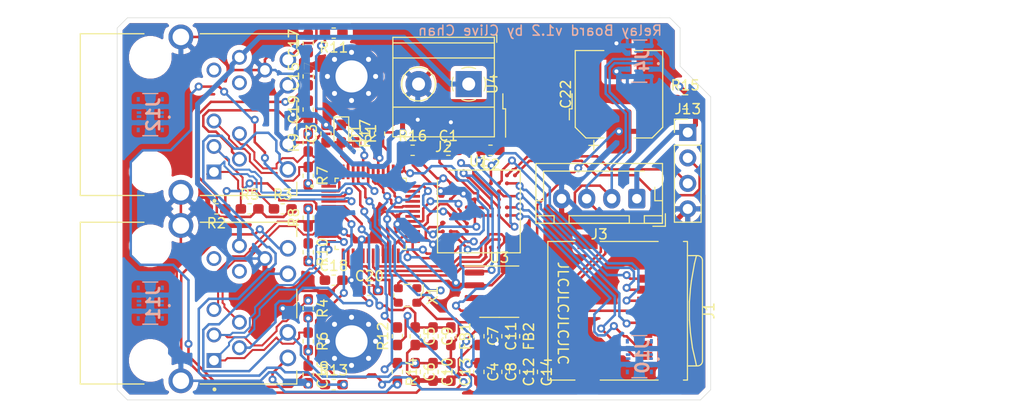
<source format=kicad_pcb>
(kicad_pcb (version 20171130) (host pcbnew "(5.1.4)-1")
  (layers (0 F.Cu signal) (31 B.Cu signal) (34 B.Paste user) (35 F.Paste user) (36 B.SilkS user) (37 F.SilkS user) (38 B.Mask user) (39 F.Mask user) (44 Edge.Cuts user))
  (net 0 "")
  (net 1 GND)
  (net 2 "Net-(C1-Pad1)")
  (net 3 "Net-(C2-Pad2)")
  (net 4 "Net-(C3-Pad1)")
  (net 5 VDDC)
  (net 6 VDDA_3.3)
  (net 7 3V3)
  (net 8 VDDA_1.8)
  (net 9 "Net-(C15-Pad1)")
  (net 10 "Net-(C16-Pad1)")
  (net 11 "Net-(C17-Pad1)")
  (net 12 "Net-(C18-Pad1)")
  (net 13 "Net-(C19-Pad1)")
  (net 14 "Net-(C20-Pad1)")
  (net 15 SD_D2)
  (net 16 SD_D3)
  (net 17 SD_CMD)
  (net 18 SD_CLK)
  (net 19 SD_D0)
  (net 20 SD_D1)
  (net 21 24V)
  (net 22 CANL)
  (net 23 CANH)
  (net 24 5V)
  (net 25 "Net-(J7-PadY_A)")
  (net 26 "Net-(J7-PadG_K)")
  (net 27 "Net-(J8-PadY_A)")
  (net 28 "Net-(J8-PadG_K)")
  (net 29 "Net-(R2-Pad1)")
  (net 30 P1LED1)
  (net 31 P2LED1)
  (net 32 P1LED2)
  (net 33 P2LED2)
  (net 34 TXD0)
  (net 35 TX_EN)
  (net 36 CRS_DV)
  (net 37 TXD1)
  (net 38 RXD1)
  (net 39 REF_CLK)
  (net 40 RXD0)
  (net 41 CANTX)
  (net 42 CANRX)
  (net 43 25MHz)
  (net 44 RX1+)
  (net 45 RX1-)
  (net 46 TX1-)
  (net 47 TX1+)
  (net 48 RX2+)
  (net 49 RX2-)
  (net 50 TX2-)
  (net 51 TX2+)
  (net 52 SWCLK)
  (net 53 SWDIO)
  (net 54 MDIO)
  (net 55 MDC)
  (net 56 "Net-(R17-Pad1)")
  (net 57 5V_CAN)
  (module SamacSys_Parts:5050040812 (layer B.Cu) (at 159.258 65.786 90)
    (fp_text reference J4 (at 0 0.3 90) (layer B.SilkS) (effects (font (size 1.27 1.27) (thickness 0.254)) (justify mirror)))
    (fp_text value 505004-0812 hide)
    (pad MP4 smd rect (at -1.53 -1.2) (size 0.3 0.45) (layers B.Cu B.Paste B.Mask) (net 1 GND))
    (pad MP3 smd rect (at 1.53 -1.2) (size 0.3 0.45) (layers B.Cu B.Paste B.Mask) (net 1 GND))
    (pad MP2 smd rect (at 1.53 1.2) (size 0.3 0.45) (layers B.Cu B.Paste B.Mask) (net 1 GND))
    (pad MP1 smd rect (at -1.53 1.2) (size 0.3 0.45) (layers B.Cu B.Paste B.Mask) (net 1 GND))
    (pad S4 smd rect (at -0.2 -1.125 90) (size 0.26 0.45) (layers B.Cu B.Paste B.Mask) (net 23 CANH))
    (pad S3 smd rect (at 0.2 -1.125 90) (size 0.26 0.45) (layers B.Cu B.Paste B.Mask) (net 22 CANL))
    (pad S2 smd rect (at 0.2 1.125 90) (size 0.26 0.45) (layers B.Cu B.Paste B.Mask) (net 22 CANL))
    (pad S1 smd rect (at -0.2 1.125 90) (size 0.26 0.45) (layers B.Cu B.Paste B.Mask) (net 23 CANH))
    (pad P4 smd rect (at -0.8 -1.125) (size 0.45 0.55) (layers B.Cu B.Paste B.Mask) (net 1 GND))
    (pad P3 smd rect (at 0.8 -1.125) (size 0.45 0.55) (layers B.Cu B.Paste B.Mask) (net 1 GND))
    (pad P2 smd rect (at 0.8 1.125) (size 0.45 0.55) (layers B.Cu B.Paste B.Mask) (net 57 5V_CAN))
    (pad P1 smd rect (at -0.8 1.125) (size 0.45 0.55) (layers B.Cu B.Paste B.Mask) (net 57 5V_CAN))
  )
  (module SamacSys_Parts:5050040812 (layer B.Cu) (at 110.49 89.916 90)
    (fp_text reference J11 (at 0 0.3 90) (layer B.SilkS) (effects (font (size 1.27 1.27) (thickness 0.254)) (justify mirror)))
    (fp_text value 505004-0812 hide)
    (pad P1 smd rect (at -0.8 1.125) (size 0.45 0.55) (layers B.Cu B.Paste B.Mask) (net 1 GND))
    (pad P2 smd rect (at 0.8 1.125) (size 0.45 0.55) (layers B.Cu B.Paste B.Mask) (net 1 GND))
    (pad P3 smd rect (at 0.8 -1.125) (size 0.45 0.55) (layers B.Cu B.Paste B.Mask) (net 1 GND))
    (pad P4 smd rect (at -0.8 -1.125) (size 0.45 0.55) (layers B.Cu B.Paste B.Mask) (net 1 GND))
    (pad S1 smd rect (at -0.2 1.125 90) (size 0.26 0.45) (layers B.Cu B.Paste B.Mask))
    (pad S2 smd rect (at 0.2 1.125 90) (size 0.26 0.45) (layers B.Cu B.Paste B.Mask))
    (pad S3 smd rect (at 0.2 -1.125 90) (size 0.26 0.45) (layers B.Cu B.Paste B.Mask))
    (pad S4 smd rect (at -0.2 -1.125 90) (size 0.26 0.45) (layers B.Cu B.Paste B.Mask))
    (pad MP1 smd rect (at -1.53 1.2) (size 0.3 0.45) (layers B.Cu B.Paste B.Mask))
    (pad MP2 smd rect (at 1.53 1.2) (size 0.3 0.45) (layers B.Cu B.Paste B.Mask))
    (pad MP3 smd rect (at 1.53 -1.2) (size 0.3 0.45) (layers B.Cu B.Paste B.Mask))
    (pad MP4 smd rect (at -1.53 -1.2) (size 0.3 0.45) (layers B.Cu B.Paste B.Mask))
  )
  (module SamacSys_Parts:5050040812 (layer B.Cu) (at 110.49 71.12 90)
    (fp_text reference J12 (at 0 0.3 90) (layer B.SilkS) (effects (font (size 1.27 1.27) (thickness 0.254)) (justify mirror)))
    (fp_text value 505004-0812 hide)
    (pad MP4 smd rect (at -1.53 -1.2) (size 0.3 0.45) (layers B.Cu B.Paste B.Mask))
    (pad MP3 smd rect (at 1.53 -1.2) (size 0.3 0.45) (layers B.Cu B.Paste B.Mask))
    (pad MP2 smd rect (at 1.53 1.2) (size 0.3 0.45) (layers B.Cu B.Paste B.Mask))
    (pad MP1 smd rect (at -1.53 1.2) (size 0.3 0.45) (layers B.Cu B.Paste B.Mask))
    (pad S4 smd rect (at -0.2 -1.125 90) (size 0.26 0.45) (layers B.Cu B.Paste B.Mask))
    (pad S3 smd rect (at 0.2 -1.125 90) (size 0.26 0.45) (layers B.Cu B.Paste B.Mask))
    (pad S2 smd rect (at 0.2 1.125 90) (size 0.26 0.45) (layers B.Cu B.Paste B.Mask))
    (pad S1 smd rect (at -0.2 1.125 90) (size 0.26 0.45) (layers B.Cu B.Paste B.Mask))
    (pad P4 smd rect (at -0.8 -1.125) (size 0.45 0.55) (layers B.Cu B.Paste B.Mask) (net 1 GND))
    (pad P3 smd rect (at 0.8 -1.125) (size 0.45 0.55) (layers B.Cu B.Paste B.Mask) (net 1 GND))
    (pad P2 smd rect (at 0.8 1.125) (size 0.45 0.55) (layers B.Cu B.Paste B.Mask) (net 1 GND))
    (pad P1 smd rect (at -0.8 1.125) (size 0.45 0.55) (layers B.Cu B.Paste B.Mask) (net 1 GND))
  )
  (module SamacSys_Parts:5050040812 (layer B.Cu) (at 159.258 95.25 90)
    (fp_text reference J10 (at 0 0.3 90) (layer B.SilkS) (effects (font (size 1.27 1.27) (thickness 0.254)) (justify mirror)))
    (fp_text value 505004-0812 hide)
    (pad P1 smd rect (at -0.8 1.125) (size 0.45 0.55) (layers B.Cu B.Paste B.Mask) (net 1 GND))
    (pad P2 smd rect (at 0.8 1.125) (size 0.45 0.55) (layers B.Cu B.Paste B.Mask) (net 1 GND))
    (pad P3 smd rect (at 0.8 -1.125) (size 0.45 0.55) (layers B.Cu B.Paste B.Mask) (net 1 GND))
    (pad P4 smd rect (at -0.8 -1.125) (size 0.45 0.55) (layers B.Cu B.Paste B.Mask) (net 1 GND))
    (pad S1 smd rect (at -0.2 1.125 90) (size 0.26 0.45) (layers B.Cu B.Paste B.Mask))
    (pad S2 smd rect (at 0.2 1.125 90) (size 0.26 0.45) (layers B.Cu B.Paste B.Mask))
    (pad S3 smd rect (at 0.2 -1.125 90) (size 0.26 0.45) (layers B.Cu B.Paste B.Mask))
    (pad S4 smd rect (at -0.2 -1.125 90) (size 0.26 0.45) (layers B.Cu B.Paste B.Mask))
    (pad MP1 smd rect (at -1.53 1.2) (size 0.3 0.45) (layers B.Cu B.Paste B.Mask))
    (pad MP2 smd rect (at 1.53 1.2) (size 0.3 0.45) (layers B.Cu B.Paste B.Mask))
    (pad MP3 smd rect (at 1.53 -1.2) (size 0.3 0.45) (layers B.Cu B.Paste B.Mask))
    (pad MP4 smd rect (at -1.53 -1.2) (size 0.3 0.45) (layers B.Cu B.Paste B.Mask))
  )
  (module Resistor_SMD:R_0805_2012Metric_Pad1.15x1.40mm_HandSolder (layer F.Cu) (at 163.83 69.85)
    (fp_text reference R15 (at 0 -1.65) (layer F.SilkS))
    (fp_text value 300mOhm)
    (pad 2 smd roundrect (at 1.025 0) (size 1.15 1.4) (layers F.Cu F.Paste F.Mask) (roundrect_rratio 0.217391) (net 57 5V_CAN))
    (pad 1 smd roundrect (at -1.025 0) (size 1.15 1.4) (layers F.Cu F.Paste F.Mask) (roundrect_rratio 0.217391) (net 24 5V))
  )
  (module Package_BGA:TFBGA-100_8x8mm_Layout10x10_P0.8mm (layer F.Cu) (at 143.256 80.772)
    (fp_text reference U1 (at 0 -5) (layer F.SilkS))
    (fp_text value STM32F745VEHx)
    (pad F2 smd circle (at -2.8 0.4) (size 0.4 0.4) (layers F.Cu F.Paste F.Mask) (net 55 MDC))
    (pad J2 smd circle (at -2.8 2.8) (size 0.4 0.4) (layers F.Cu F.Paste F.Mask) (net 54 MDIO))
    (pad A9 smd circle (at 2.8 -3.6) (size 0.4 0.4) (layers F.Cu F.Paste F.Mask) (net 52 SWCLK))
    (pad A10 smd circle (at 3.6 -3.6) (size 0.4 0.4) (layers F.Cu F.Paste F.Mask) (net 53 SWDIO))
    (pad B2 smd circle (at -2.8 -2.8) (size 0.4 0.4) (layers F.Cu F.Paste F.Mask) (net 7 3V3))
    (pad B7 smd circle (at 1.2 -2.8) (size 0.4 0.4) (layers F.Cu F.Paste F.Mask) (net 17 SD_CMD))
    (pad B8 smd circle (at 2 -2.8) (size 0.4 0.4) (layers F.Cu F.Paste F.Mask) (net 16 SD_D3))
    (pad B9 smd circle (at 2.8 -2.8) (size 0.4 0.4) (layers F.Cu F.Paste F.Mask) (net 15 SD_D2))
    (pad C2 smd circle (at -2.8 -2) (size 0.4 0.4) (layers F.Cu F.Paste F.Mask) (net 1 GND))
    (pad C8 smd circle (at 2 -2) (size 0.4 0.4) (layers F.Cu F.Paste F.Mask) (net 18 SD_CLK))
    (pad D2 smd circle (at -2.8 -1.2) (size 0.4 0.4) (layers F.Cu F.Paste F.Mask) (net 7 3V3))
    (pad D5 smd circle (at -0.4 -1.2) (size 0.4 0.4) (layers F.Cu F.Paste F.Mask) (net 1 GND))
    (pad D8 smd circle (at 2 -1.2) (size 0.4 0.4) (layers F.Cu F.Paste F.Mask) (net 42 CANRX))
    (pad E4 smd circle (at -1.2 -0.4) (size 0.4 0.4) (layers F.Cu F.Paste F.Mask) (net 1 GND))
    (pad E5 smd circle (at -0.4 -0.4) (size 0.4 0.4) (layers F.Cu F.Paste F.Mask) (net 1 GND))
    (pad E6 smd circle (at 0.4 -0.4) (size 0.4 0.4) (layers F.Cu F.Paste F.Mask) (net 1 GND))
    (pad E7 smd circle (at 1.2 -0.4) (size 0.4 0.4) (layers F.Cu F.Paste F.Mask) (net 2 "Net-(C1-Pad1)"))
    (pad E8 smd circle (at 2 -0.4) (size 0.4 0.4) (layers F.Cu F.Paste F.Mask) (net 41 CANTX))
    (pad E9 smd circle (at 2.8 -0.4) (size 0.4 0.4) (layers F.Cu F.Paste F.Mask) (net 20 SD_D1))
    (pad F4 smd circle (at -1.2 0.4) (size 0.4 0.4) (layers F.Cu F.Paste F.Mask) (net 7 3V3))
    (pad F5 smd circle (at -0.4 0.4) (size 0.4 0.4) (layers F.Cu F.Paste F.Mask) (net 7 3V3))
    (pad F6 smd circle (at 0.4 0.4) (size 0.4 0.4) (layers F.Cu F.Paste F.Mask) (net 7 3V3))
    (pad F7 smd circle (at 1.2 0.4) (size 0.4 0.4) (layers F.Cu F.Paste F.Mask) (net 7 3V3))
    (pad F8 smd circle (at 2 0.4) (size 0.4 0.4) (layers F.Cu F.Paste F.Mask) (net 3 "Net-(C2-Pad2)"))
    (pad F9 smd circle (at 2.8 0.4) (size 0.4 0.4) (layers F.Cu F.Paste F.Mask) (net 19 SD_D0))
    (pad G1 smd circle (at -3.6 1.2) (size 0.4 0.4) (layers F.Cu F.Paste F.Mask) (net 1 GND))
    (pad G4 smd circle (at -1.2 1.2) (size 0.4 0.4) (layers F.Cu F.Paste F.Mask) (net 40 RXD0))
    (pad H1 smd circle (at -3.6 2) (size 0.4 0.4) (layers F.Cu F.Paste F.Mask) (net 7 3V3))
    (pad H2 smd circle (at -2.8 2) (size 0.4 0.4) (layers F.Cu F.Paste F.Mask) (net 39 REF_CLK))
    (pad H4 smd circle (at -1.2 2) (size 0.4 0.4) (layers F.Cu F.Paste F.Mask) (net 38 RXD1))
    (pad J1 smd circle (at -3.6 2.8) (size 0.4 0.4) (layers F.Cu F.Paste F.Mask) (net 1 GND))
    (pad J8 smd circle (at 2 2.8) (size 0.4 0.4) (layers F.Cu F.Paste F.Mask) (net 37 TXD1))
    (pad K1 smd circle (at -3.6 3.6) (size 0.4 0.4) (layers F.Cu F.Paste F.Mask) (net 7 3V3))
    (pad K3 smd circle (at -2 3.6) (size 0.4 0.4) (layers F.Cu F.Paste F.Mask) (net 36 CRS_DV))
    (pad K7 smd circle (at 1.2 3.6) (size 0.4 0.4) (layers F.Cu F.Paste F.Mask) (net 35 TX_EN))
    (pad K8 smd circle (at 2 3.6) (size 0.4 0.4) (layers F.Cu F.Paste F.Mask) (net 34 TXD0))
  )
  (module KSZ8863RLL:QFP50P900X900X160-48N (layer F.Cu) (at 132.467 81.014)
    (fp_text reference U2 (at -1.565 -6.8) (layer F.SilkS) (effects (font (thickness 0.015))))
    (fp_text value KSZ8863RLL)
    (pad 13 smd rect (at -2.75 4.185) (size 0.28 1.46) (layers F.Cu F.Paste F.Mask))
    (pad 14 smd rect (at -2.25 4.185) (size 0.28 1.46) (layers F.Cu F.Paste F.Mask) (net 43 25MHz))
    (pad 15 smd rect (at -1.75 4.185) (size 0.28 1.46) (layers F.Cu F.Paste F.Mask))
    (pad 16 smd rect (at -1.25 4.185) (size 0.28 1.46) (layers F.Cu F.Paste F.Mask) (net 35 TX_EN))
    (pad 17 smd rect (at -0.75 4.185) (size 0.28 1.46) (layers F.Cu F.Paste F.Mask))
    (pad 18 smd rect (at -0.25 4.185) (size 0.28 1.46) (layers F.Cu F.Paste F.Mask))
    (pad 19 smd rect (at 0.25 4.185) (size 0.28 1.46) (layers F.Cu F.Paste F.Mask) (net 37 TXD1))
    (pad 20 smd rect (at 0.75 4.185) (size 0.28 1.46) (layers F.Cu F.Paste F.Mask) (net 34 TXD0))
    (pad 21 smd rect (at 1.25 4.185) (size 0.28 1.46) (layers F.Cu F.Paste F.Mask) (net 1 GND))
    (pad 22 smd rect (at 1.75 4.185) (size 0.28 1.46) (layers F.Cu F.Paste F.Mask) (net 7 3V3))
    (pad 23 smd rect (at 2.25 4.185) (size 0.28 1.46) (layers F.Cu F.Paste F.Mask) (net 39 REF_CLK))
    (pad 24 smd rect (at 2.75 4.185) (size 0.28 1.46) (layers F.Cu F.Paste F.Mask))
    (pad 37 smd rect (at 2.75 -4.185) (size 0.28 1.46) (layers F.Cu F.Paste F.Mask) (net 54 MDIO))
    (pad 38 smd rect (at 2.25 -4.185) (size 0.28 1.46) (layers F.Cu F.Paste F.Mask))
    (pad 39 smd rect (at 1.75 -4.185) (size 0.28 1.46) (layers F.Cu F.Paste F.Mask) (net 56 "Net-(R17-Pad1)"))
    (pad 40 smd rect (at 1.25 -4.185) (size 0.28 1.46) (layers F.Cu F.Paste F.Mask) (net 7 3V3))
    (pad 41 smd rect (at 0.75 -4.185) (size 0.28 1.46) (layers F.Cu F.Paste F.Mask) (net 1 GND))
    (pad 42 smd rect (at 0.25 -4.185) (size 0.28 1.46) (layers F.Cu F.Paste F.Mask) (net 5 VDDC))
    (pad 43 smd rect (at -0.25 -4.185) (size 0.28 1.46) (layers F.Cu F.Paste F.Mask) (net 32 P1LED2))
    (pad 44 smd rect (at -0.75 -4.185) (size 0.28 1.46) (layers F.Cu F.Paste F.Mask) (net 30 P1LED1))
    (pad 45 smd rect (at -1.25 -4.185) (size 0.28 1.46) (layers F.Cu F.Paste F.Mask) (net 33 P2LED2))
    (pad 46 smd rect (at -1.75 -4.185) (size 0.28 1.46) (layers F.Cu F.Paste F.Mask) (net 31 P2LED1))
    (pad 47 smd rect (at -2.25 -4.185) (size 0.28 1.46) (layers F.Cu F.Paste F.Mask) (net 4 "Net-(C3-Pad1)"))
    (pad 48 smd rect (at -2.75 -4.185) (size 0.28 1.46) (layers F.Cu F.Paste F.Mask))
    (pad 1 smd rect (at -4.185 -2.75) (size 1.46 0.28) (layers F.Cu F.Paste F.Mask) (net 45 RX1-))
    (pad 2 smd rect (at -4.185 -2.25) (size 1.46 0.28) (layers F.Cu F.Paste F.Mask) (net 44 RX1+))
    (pad 3 smd rect (at -4.185 -1.75) (size 1.46 0.28) (layers F.Cu F.Paste F.Mask) (net 46 TX1-))
    (pad 4 smd rect (at -4.185 -1.25) (size 1.46 0.28) (layers F.Cu F.Paste F.Mask) (net 47 TX1+))
    (pad 5 smd rect (at -4.185 -0.75) (size 1.46 0.28) (layers F.Cu F.Paste F.Mask) (net 6 VDDA_3.3))
    (pad 6 smd rect (at -4.185 -0.25) (size 1.46 0.28) (layers F.Cu F.Paste F.Mask) (net 29 "Net-(R2-Pad1)"))
    (pad 7 smd rect (at -4.185 0.25) (size 1.46 0.28) (layers F.Cu F.Paste F.Mask) (net 8 VDDA_1.8))
    (pad 8 smd rect (at -4.185 0.75) (size 1.46 0.28) (layers F.Cu F.Paste F.Mask) (net 49 RX2-))
    (pad 9 smd rect (at -4.185 1.25) (size 1.46 0.28) (layers F.Cu F.Paste F.Mask) (net 48 RX2+))
    (pad 10 smd rect (at -4.185 1.75) (size 1.46 0.28) (layers F.Cu F.Paste F.Mask) (net 1 GND))
    (pad 11 smd rect (at -4.185 2.25) (size 1.46 0.28) (layers F.Cu F.Paste F.Mask) (net 50 TX2-))
    (pad 12 smd rect (at -4.185 2.75) (size 1.46 0.28) (layers F.Cu F.Paste F.Mask) (net 51 TX2+))
    (pad 25 smd rect (at 4.185 2.75) (size 1.46 0.28) (layers F.Cu F.Paste F.Mask) (net 36 CRS_DV))
    (pad 26 smd rect (at 4.185 2.25) (size 1.46 0.28) (layers F.Cu F.Paste F.Mask) (net 39 REF_CLK))
    (pad 27 smd rect (at 4.185 1.75) (size 1.46 0.28) (layers F.Cu F.Paste F.Mask))
    (pad 28 smd rect (at 4.185 1.25) (size 1.46 0.28) (layers F.Cu F.Paste F.Mask) (net 38 RXD1))
    (pad 29 smd rect (at 4.185 0.75) (size 1.46 0.28) (layers F.Cu F.Paste F.Mask) (net 40 RXD0))
    (pad 30 smd rect (at 4.185 0.25) (size 1.46 0.28) (layers F.Cu F.Paste F.Mask))
    (pad 31 smd rect (at 4.185 -0.25) (size 1.46 0.28) (layers F.Cu F.Paste F.Mask) (net 1 GND))
    (pad 32 smd rect (at 4.185 -0.75) (size 1.46 0.28) (layers F.Cu F.Paste F.Mask) (net 5 VDDC))
    (pad 33 smd rect (at 4.185 -1.25) (size 1.46 0.28) (layers F.Cu F.Paste F.Mask))
    (pad 34 smd rect (at 4.185 -1.75) (size 1.46 0.28) (layers F.Cu F.Paste F.Mask))
    (pad 35 smd rect (at 4.185 -2.25) (size 1.46 0.28) (layers F.Cu F.Paste F.Mask))
    (pad 36 smd rect (at 4.185 -2.75) (size 1.46 0.28) (layers F.Cu F.Paste F.Mask) (net 55 MDC))
  )
  (module Resistor_SMD:R_0603_1608Metric_Pad1.05x0.95mm_HandSolder (layer F.Cu) (at 126.238 77.216 270)
    (fp_text reference R7 (at 0 -1.43 90) (layer F.SilkS))
    (fp_text value "49.9Ω, 1.0%")
    (pad 1 smd roundrect (at -0.875 0 270) (size 1.05 0.95) (layers F.Cu F.Paste F.Mask) (net 45 RX1-))
    (pad 2 smd roundrect (at 0.875 0 270) (size 1.05 0.95) (layers F.Cu F.Paste F.Mask) (net 11 "Net-(C17-Pad1)"))
  )
  (module Capacitor_SMD:CP_Elec_8x10.5 (layer F.Cu) (at 157.226 69.088 90)
    (fp_text reference C22 (at 0 -5.3 90) (layer F.SilkS))
    (fp_text value "1000uF EEE-FT1A102AV")
    (pad 2 smd roundrect (at 3.7 0 90) (size 4.4 2.5) (layers F.Cu F.Paste F.Mask) (roundrect_rratio 0.1) (net 1 GND))
    (pad 1 smd roundrect (at -3.7 0 90) (size 4.4 2.5) (layers F.Cu F.Paste F.Mask) (roundrect_rratio 0.1) (net 24 5V))
  )
  (module Connector_Card:microSD_HC_Wuerth_693072010801 (layer F.Cu) (at 158.242 90.678 270)
    (fp_text reference J1 (at 0 -7.99 90) (layer F.SilkS))
    (fp_text value Micro_SD_Card)
    (pad 9 smd rect (at 6.875 -4.15 270) (size 1.45 2) (layers F.Cu F.Paste F.Mask) (net 1 GND))
    (pad 9 smd rect (at -6.875 -4.15 270) (size 1.45 2) (layers F.Cu F.Paste F.Mask) (net 1 GND))
    (pad 9 smd rect (at -6.875 4.15 270) (size 1.45 2) (layers F.Cu F.Paste F.Mask) (net 1 GND))
    (pad 9 smd rect (at 6.875 4.15 270) (size 1.45 2) (layers F.Cu F.Paste F.Mask) (net 1 GND))
    (pad 8 smd rect (at 4.5 -1.55 270) (size 0.8 1.5) (layers F.Cu F.Paste F.Mask) (net 20 SD_D1))
    (pad 7 smd rect (at 3.4 -1.55 270) (size 0.8 1.5) (layers F.Cu F.Paste F.Mask) (net 19 SD_D0))
    (pad 6 smd rect (at 2.3 -1.55 270) (size 0.8 1.5) (layers F.Cu F.Paste F.Mask) (net 1 GND))
    (pad 5 smd rect (at 1.2 -1.55 270) (size 0.8 1.5) (layers F.Cu F.Paste F.Mask) (net 18 SD_CLK))
    (pad 4 smd rect (at 0.1 -1.55 270) (size 0.8 1.5) (layers F.Cu F.Paste F.Mask) (net 7 3V3))
    (pad 3 smd rect (at -1 -1.55 270) (size 0.8 1.5) (layers F.Cu F.Paste F.Mask) (net 17 SD_CMD))
    (pad 2 smd rect (at -2.1 -1.55 270) (size 0.8 1.5) (layers F.Cu F.Paste F.Mask) (net 16 SD_D3))
    (pad 1 smd rect (at -3.2 -1.55 270) (size 0.8 1.5) (layers F.Cu F.Paste F.Mask) (net 15 SD_D2))
  )
  (module Waterloop:waterloop-logo (layer B.Cu) (at 149.86 66.04 180)
    (fp_text reference G*** hide)
    (fp_text value LOGO hide)
  )
  (module MountingHole:MountingHole_3.2mm_M3_Pad_Via (layer F.Cu) (at 130.556 93.726)
    (fp_text reference REF** hide)
    (fp_text value MountingHole_3.2mm_M3_Pad_Via)
    (pad 1 thru_hole circle (at 0 0) (size 6.4 6.4) (drill 3.2) (layers *.Cu *.Mask) (net 1 GND))
    (pad 1 thru_hole circle (at 2.4 0) (size 0.8 0.8) (drill 0.5) (layers *.Cu *.Mask))
    (pad 1 thru_hole circle (at 1.697056 1.697056) (size 0.8 0.8) (drill 0.5) (layers *.Cu *.Mask))
    (pad 1 thru_hole circle (at 0 2.4) (size 0.8 0.8) (drill 0.5) (layers *.Cu *.Mask))
    (pad 1 thru_hole circle (at -1.697056 1.697056) (size 0.8 0.8) (drill 0.5) (layers *.Cu *.Mask))
    (pad 1 thru_hole circle (at -2.4 0) (size 0.8 0.8) (drill 0.5) (layers *.Cu *.Mask))
    (pad 1 thru_hole circle (at -1.697056 -1.697056) (size 0.8 0.8) (drill 0.5) (layers *.Cu *.Mask))
    (pad 1 thru_hole circle (at 0 -2.4) (size 0.8 0.8) (drill 0.5) (layers *.Cu *.Mask))
    (pad 1 thru_hole circle (at 1.697056 -1.697056) (size 0.8 0.8) (drill 0.5) (layers *.Cu *.Mask))
  )
  (module MountingHole:MountingHole_3.2mm_M3_Pad_Via (layer F.Cu) (at 130.556 67.31)
    (fp_text reference REF** hide)
    (fp_text value MountingHole_3.2mm_M3_Pad_Via)
    (pad 1 thru_hole circle (at 0 0) (size 6.4 6.4) (drill 3.2) (layers *.Cu *.Mask) (net 1 GND))
    (pad 1 thru_hole circle (at 2.4 0) (size 0.8 0.8) (drill 0.5) (layers *.Cu *.Mask))
    (pad 1 thru_hole circle (at 1.697056 1.697056) (size 0.8 0.8) (drill 0.5) (layers *.Cu *.Mask))
    (pad 1 thru_hole circle (at 0 2.4) (size 0.8 0.8) (drill 0.5) (layers *.Cu *.Mask))
    (pad 1 thru_hole circle (at -1.697056 1.697056) (size 0.8 0.8) (drill 0.5) (layers *.Cu *.Mask))
    (pad 1 thru_hole circle (at -2.4 0) (size 0.8 0.8) (drill 0.5) (layers *.Cu *.Mask))
    (pad 1 thru_hole circle (at -1.697056 -1.697056) (size 0.8 0.8) (drill 0.5) (layers *.Cu *.Mask))
    (pad 1 thru_hole circle (at 0 -2.4) (size 0.8 0.8) (drill 0.5) (layers *.Cu *.Mask))
    (pad 1 thru_hole circle (at 1.697056 -1.697056) (size 0.8 0.8) (drill 0.5) (layers *.Cu *.Mask))
  )
  (module Resistor_SMD:R_0603_1608Metric_Pad1.05x0.95mm_HandSolder (layer F.Cu) (at 133.35 73.011 90)
    (fp_text reference R17 (at 0 -1.43 90) (layer F.SilkS))
    (fp_text value 4.7kΩ)
    (pad 1 smd roundrect (at -0.875 0 90) (size 1.05 0.95) (layers F.Cu F.Paste F.Mask) (net 56 "Net-(R17-Pad1)"))
    (pad 2 smd roundrect (at 0.875 0 90) (size 1.05 0.95) (layers F.Cu F.Paste F.Mask) (net 7 3V3))
  )
  (module Resistor_SMD:R_0603_1608Metric_Pad1.05x0.95mm_HandSolder (layer F.Cu) (at 136.652 74.676)
    (fp_text reference R16 (at 0 -1.43) (layer F.SilkS))
    (fp_text value 4.7kΩ)
    (pad 1 smd roundrect (at -0.875 0) (size 1.05 0.95) (layers F.Cu F.Paste F.Mask) (net 54 MDIO))
    (pad 2 smd roundrect (at 0.875 0) (size 1.05 0.95) (layers F.Cu F.Paste F.Mask) (net 7 3V3))
  )
  (module Connector_JST:JST_XH_B4B-XH-AM_1x04_P2.50mm_Vertical (layer F.Cu) (at 159.004 79.502 180)
    (fp_text reference J3 (at 3.75 -3.55) (layer F.SilkS))
    (fp_text value Conn_01x04_Male)
    (pad 1 thru_hole roundrect (at 0 0 180) (size 1.7 1.95) (drill 0.95) (layers *.Cu *.Mask) (roundrect_rratio 0.147059) (net 57 5V_CAN))
    (pad 2 thru_hole oval (at 2.5 0 180) (size 1.7 1.95) (drill 0.95) (layers *.Cu *.Mask) (net 23 CANH))
    (pad 3 thru_hole oval (at 5 0 180) (size 1.7 1.95) (drill 0.95) (layers *.Cu *.Mask) (net 22 CANL))
    (pad 4 thru_hole oval (at 7.5 0 180) (size 1.7 1.95) (drill 0.95) (layers *.Cu *.Mask) (net 1 GND))
    (pad "" np_thru_hole circle (at -1.6 2 180) (size 1.2 1.2) (drill 1.2) (layers *.Cu *.Mask))
  )
  (module Connector_PinHeader_2.54mm:PinHeader_1x04_P2.54mm_Vertical (layer F.Cu) (at 164.084 72.898)
    (fp_text reference J13 (at 0 -2.33) (layer F.SilkS))
    (fp_text value Conn_01x04_Male)
    (pad 1 thru_hole rect (at 0 0) (size 1.7 1.7) (drill 1) (layers *.Cu *.Mask) (net 57 5V_CAN))
    (pad 2 thru_hole oval (at 0 2.54) (size 1.7 1.7) (drill 1) (layers *.Cu *.Mask) (net 53 SWDIO))
    (pad 3 thru_hole oval (at 0 5.08) (size 1.7 1.7) (drill 1) (layers *.Cu *.Mask) (net 52 SWCLK))
    (pad 4 thru_hole oval (at 0 7.62) (size 1.7 1.7) (drill 1) (layers *.Cu *.Mask) (net 1 GND))
  )
  (module TerminalBlock_Phoenix:TerminalBlock_Phoenix_MKDS-1,5-2_1x02_P5.00mm_Horizontal (layer F.Cu) (at 142.24 68.072 180)
    (fp_text reference J2 (at 2.5 -6.26) (layer F.SilkS))
    (fp_text value Screw_Terminal_01x02)
    (pad 1 thru_hole rect (at 0 0 180) (size 2.6 2.6) (drill 1.3) (layers *.Cu *.Mask) (net 21 24V))
    (pad 2 thru_hole circle (at 5 0 180) (size 2.6 2.6) (drill 1.3) (layers *.Cu *.Mask) (net 1 GND))
  )
  (module SI-52008-F:BEL_SI-52008-F (layer F.Cu) (at 110.49 89.916 270)
    (fp_text reference J8 (at -4.445 -15.875 90) (layer F.SilkS) (effects (font (thickness 0.015))))
    (fp_text value SI-52008-F)
    (pad Y_A thru_hole circle (at 5.465 -13.72 270) (size 1.65 1.65) (drill 1.1) (layers *.Cu *.Mask) (net 27 "Net-(J8-PadY_A)"))
    (pad Y_K thru_hole circle (at 2.925 -13.72 270) (size 1.65 1.65) (drill 1.1) (layers *.Cu *.Mask) (net 7 3V3))
    (pad G_A thru_hole circle (at -2.925 -13.72 270) (size 1.65 1.65) (drill 1.1) (layers *.Cu *.Mask) (net 7 3V3))
    (pad G_K thru_hole circle (at -5.465 -13.72 270) (size 1.65 1.65) (drill 1.1) (layers *.Cu *.Mask) (net 28 "Net-(J8-PadG_K)"))
    (pad 11 thru_hole circle (at -4.445 -11.43 270) (size 1.478 1.478) (drill 0.97) (layers *.Cu *.Mask) (net 1 GND))
    (pad 10 thru_hole circle (at -5.715 -8.89 270) (size 1.478 1.478) (drill 0.97) (layers *.Cu *.Mask) (net 21 24V))
    (pad 8 thru_hole circle (at -3.175 -8.89 270) (size 1.478 1.478) (drill 0.97) (layers *.Cu *.Mask))
    (pad 4 thru_hole circle (at 1.905 -8.89 270) (size 1.478 1.478) (drill 0.97) (layers *.Cu *.Mask) (net 48 RX2+))
    (pad 2 thru_hole circle (at 4.445 -8.89 270) (size 1.478 1.478) (drill 0.97) (layers *.Cu *.Mask) (net 14 "Net-(C20-Pad1)"))
    (pad 9 thru_hole circle (at -4.445 -6.35 270) (size 1.478 1.478) (drill 0.97) (layers *.Cu *.Mask))
    (pad 5 thru_hole circle (at 0.635 -6.35 270) (size 1.478 1.478) (drill 0.97) (layers *.Cu *.Mask) (net 49 RX2-))
    (pad 3 thru_hole circle (at 3.175 -6.35 270) (size 1.478 1.478) (drill 0.97) (layers *.Cu *.Mask) (net 50 TX2-))
    (pad 1 thru_hole rect (at 5.715 -6.35 270) (size 1.478 1.478) (drill 0.97) (layers *.Cu *.Mask) (net 51 TX2+))
    (pad S2 thru_hole circle (at 7.745 -3.05 270) (size 2.475 2.475) (drill 1.65) (layers *.Cu *.Mask) (net 1 GND))
    (pad S1 thru_hole circle (at -7.745 -3.05 270) (size 2.475 2.475) (drill 1.65) (layers *.Cu *.Mask) (net 1 GND))
    (pad None np_thru_hole circle (at 5.715 0 270) (size 3.25 3.25) (drill 3.25) (layers *.Cu *.Mask))
    (pad None np_thru_hole circle (at -5.715 0 270) (size 3.25 3.25) (drill 3.25) (layers *.Cu *.Mask))
  )
  (module Oscillator:Oscillator_SMD_ECS_2520MV-xxx-xx-4Pin_2.5x2.0mm (layer F.Cu) (at 136.144 89.154 270)
    (fp_text reference X1 (at 0 -2.5 90) (layer F.SilkS))
    (fp_text value ECS-2520MV-xxx-xx)
    (pad 1 smd roundrect (at -0.725 -0.925 270) (size 0.8 0.9) (layers F.Cu F.Paste F.Mask))
    (pad 4 smd roundrect (at 0.725 -0.925 270) (size 0.8 0.9) (layers F.Cu F.Paste F.Mask) (net 7 3V3))
    (pad 2 smd roundrect (at -0.725 0.925 270) (size 0.8 0.9) (layers F.Cu F.Paste F.Mask) (net 1 GND))
    (pad 3 smd roundrect (at 0.725 0.925 270) (size 0.8 0.9) (layers F.Cu F.Paste F.Mask) (net 43 25MHz))
  )
  (module Package_TO_SOT_SMD:TO-252-2 (layer F.Cu) (at 149.098 68.072 90)
    (fp_text reference U4 (at 0 -4.5 90) (layer F.SilkS))
    (fp_text value LF33_TO252)
    (pad 1 smd rect (at -4.2 -2.28 90) (size 2.2 1.2) (layers F.Cu F.Paste F.Mask) (net 24 5V))
    (pad 3 smd rect (at -4.2 2.28 90) (size 2.2 1.2) (layers F.Cu F.Paste F.Mask) (net 7 3V3))
    (pad 2 smd rect (at 2.1 0 90) (size 6.4 5.8) (layers F.Cu F.Mask) (net 1 GND))
  )
  (module Package_SO:SOIC-8_3.9x4.9mm_P1.27mm (layer F.Cu) (at 145.288 88.773)
    (fp_text reference U3 (at 0 -3.4) (layer F.SilkS))
    (fp_text value TJA1051T-3)
    (pad 1 smd roundrect (at -2.475 -1.905) (size 1.95 0.6) (layers F.Cu F.Paste F.Mask) (net 41 CANTX))
    (pad 2 smd roundrect (at -2.475 -0.635) (size 1.95 0.6) (layers F.Cu F.Paste F.Mask) (net 1 GND))
    (pad 3 smd roundrect (at -2.475 0.635) (size 1.95 0.6) (layers F.Cu F.Paste F.Mask) (net 24 5V))
    (pad 4 smd roundrect (at -2.475 1.905) (size 1.95 0.6) (layers F.Cu F.Paste F.Mask) (net 42 CANRX))
    (pad 5 smd roundrect (at 2.475 1.905) (size 1.95 0.6) (layers F.Cu F.Paste F.Mask) (net 7 3V3))
    (pad 6 smd roundrect (at 2.475 0.635) (size 1.95 0.6) (layers F.Cu F.Paste F.Mask) (net 22 CANL))
    (pad 7 smd roundrect (at 2.475 -0.635) (size 1.95 0.6) (layers F.Cu F.Paste F.Mask) (net 23 CANH))
    (pad 8 smd roundrect (at 2.475 -1.905) (size 1.95 0.6) (layers F.Cu F.Paste F.Mask) (net 1 GND))
  )
  (module Resistor_SMD:R_0603_1608Metric_Pad1.05x0.95mm_HandSolder (layer F.Cu) (at 135.128 96.774 270)
    (fp_text reference R14 (at 0 -1.43 90) (layer F.SilkS))
    (fp_text value 60Ω)
    (pad 1 smd roundrect (at -0.875 0 270) (size 1.05 0.95) (layers F.Cu F.Paste F.Mask) (net 33 P2LED2))
    (pad 2 smd roundrect (at 0.875 0 270) (size 1.05 0.95) (layers F.Cu F.Paste F.Mask) (net 27 "Net-(J8-PadY_A)"))
  )
  (module Resistor_SMD:R_0603_1608Metric_Pad1.05x0.95mm_HandSolder (layer F.Cu) (at 128.778 98.044)
    (fp_text reference R13 (at 0 -1.43) (layer F.SilkS))
    (fp_text value 60Ω)
    (pad 1 smd roundrect (at -0.875 0) (size 1.05 0.95) (layers F.Cu F.Paste F.Mask) (net 32 P1LED2))
    (pad 2 smd roundrect (at 0.875 0) (size 1.05 0.95) (layers F.Cu F.Paste F.Mask) (net 25 "Net-(J7-PadY_A)"))
  )
  (module Resistor_SMD:R_0603_1608Metric_Pad1.05x0.95mm_HandSolder (layer F.Cu) (at 135.128 93.218 90)
    (fp_text reference R12 (at 0 -1.43 90) (layer F.SilkS))
    (fp_text value 60Ω)
    (pad 1 smd roundrect (at -0.875 0 90) (size 1.05 0.95) (layers F.Cu F.Paste F.Mask) (net 28 "Net-(J8-PadG_K)"))
    (pad 2 smd roundrect (at 0.875 0 90) (size 1.05 0.95) (layers F.Cu F.Paste F.Mask) (net 31 P2LED1))
  )
  (module Resistor_SMD:R_0603_1608Metric_Pad1.05x0.95mm_HandSolder (layer F.Cu) (at 128.778 62.992 180)
    (fp_text reference R11 (at 0 -1.43) (layer F.SilkS))
    (fp_text value 60Ω)
    (pad 2 smd roundrect (at 0.875 0 180) (size 1.05 0.95) (layers F.Cu F.Paste F.Mask) (net 30 P1LED1))
    (pad 1 smd roundrect (at -0.875 0 180) (size 1.05 0.95) (layers F.Cu F.Paste F.Mask) (net 26 "Net-(J7-PadG_K)"))
  )
  (module Resistor_SMD:R_0603_1608Metric_Pad1.05x0.95mm_HandSolder (layer F.Cu) (at 126.238 84.836 270)
    (fp_text reference R10 (at 0 -1.43 90) (layer F.SilkS))
    (fp_text value "49.9Ω, 1.0%")
    (pad 1 smd roundrect (at -0.875 0 270) (size 1.05 0.95) (layers F.Cu F.Paste F.Mask) (net 48 RX2+))
    (pad 2 smd roundrect (at 0.875 0 270) (size 1.05 0.95) (layers F.Cu F.Paste F.Mask) (net 12 "Net-(C18-Pad1)"))
  )
  (module Resistor_SMD:R_0603_1608Metric_Pad1.05x0.95mm_HandSolder (layer F.Cu) (at 126.238 73.914 90)
    (fp_text reference R9 (at 0 -1.43 90) (layer F.SilkS))
    (fp_text value "49.9Ω, 1.0%")
    (pad 1 smd roundrect (at -0.875 0 90) (size 1.05 0.95) (layers F.Cu F.Paste F.Mask) (net 44 RX1+))
    (pad 2 smd roundrect (at 0.875 0 90) (size 1.05 0.95) (layers F.Cu F.Paste F.Mask) (net 11 "Net-(C17-Pad1)"))
  )
  (module Resistor_SMD:R_0603_1608Metric_Pad1.05x0.95mm_HandSolder (layer F.Cu) (at 126.238 81.393 90)
    (fp_text reference R8 (at 0 -1.43 90) (layer F.SilkS))
    (fp_text value "49.9Ω, 1.0%")
    (pad 1 smd roundrect (at -0.875 0 90) (size 1.05 0.95) (layers F.Cu F.Paste F.Mask) (net 49 RX2-))
    (pad 2 smd roundrect (at 0.875 0 90) (size 1.05 0.95) (layers F.Cu F.Paste F.Mask) (net 12 "Net-(C18-Pad1)"))
  )
  (module Resistor_SMD:R_0603_1608Metric_Pad1.05x0.95mm_HandSolder (layer F.Cu) (at 126.238 93.726 270)
    (fp_text reference R6 (at 0 -1.43 90) (layer F.SilkS))
    (fp_text value "49.9Ω, 1.0%")
    (pad 1 smd roundrect (at -0.875 0 270) (size 1.05 0.95) (layers F.Cu F.Paste F.Mask) (net 51 TX2+))
    (pad 2 smd roundrect (at 0.875 0 270) (size 1.05 0.95) (layers F.Cu F.Paste F.Mask) (net 10 "Net-(C16-Pad1)"))
  )
  (module Resistor_SMD:R_0603_1608Metric_Pad1.05x0.95mm_HandSolder (layer F.Cu) (at 120.396 80.518)
    (fp_text reference R5 (at 0 -1.43) (layer F.SilkS))
    (fp_text value "49.9Ω, 1.0%")
    (pad 1 smd roundrect (at -0.875 0) (size 1.05 0.95) (layers F.Cu F.Paste F.Mask) (net 47 TX1+))
    (pad 2 smd roundrect (at 0.875 0) (size 1.05 0.95) (layers F.Cu F.Paste F.Mask) (net 9 "Net-(C15-Pad1)"))
  )
  (module Resistor_SMD:R_0603_1608Metric_Pad1.05x0.95mm_HandSolder (layer F.Cu) (at 126.238 90.424 270)
    (fp_text reference R4 (at 0 -1.43 90) (layer F.SilkS))
    (fp_text value "49.9Ω, 1.0%")
    (pad 1 smd roundrect (at -0.875 0 270) (size 1.05 0.95) (layers F.Cu F.Paste F.Mask) (net 50 TX2-))
    (pad 2 smd roundrect (at 0.875 0 270) (size 1.05 0.95) (layers F.Cu F.Paste F.Mask) (net 10 "Net-(C16-Pad1)"))
  )
  (module Resistor_SMD:R_0603_1608Metric_Pad1.05x0.95mm_HandSolder (layer F.Cu) (at 123.698 80.518)
    (fp_text reference R3 (at 0 -1.43) (layer F.SilkS))
    (fp_text value "49.9Ω, 1.0%")
    (pad 1 smd roundrect (at -0.875 0) (size 1.05 0.95) (layers F.Cu F.Paste F.Mask) (net 46 TX1-))
    (pad 2 smd roundrect (at 0.875 0) (size 1.05 0.95) (layers F.Cu F.Paste F.Mask) (net 9 "Net-(C15-Pad1)"))
  )
  (module Resistor_SMD:R_0603_1608Metric_Pad1.05x0.95mm_HandSolder (layer F.Cu) (at 117.094 80.518 180)
    (fp_text reference R2 (at 0 -1.43) (layer F.SilkS))
    (fp_text value "11.8kΩ, 1.0%")
    (pad 1 smd roundrect (at -0.875 0 180) (size 1.05 0.95) (layers F.Cu F.Paste F.Mask) (net 29 "Net-(R2-Pad1)"))
    (pad 2 smd roundrect (at 0.875 0 180) (size 1.05 0.95) (layers F.Cu F.Paste F.Mask) (net 1 GND))
  )
  (module Resistor_SMD:R_0603_1608Metric_Pad1.05x0.95mm_HandSolder (layer F.Cu) (at 131.064 73.011 270)
    (fp_text reference R1 (at 0 -1.43 90) (layer F.SilkS))
    (fp_text value 10kΩ)
    (pad 2 smd roundrect (at 0.875 0 270) (size 1.05 0.95) (layers F.Cu F.Paste F.Mask) (net 4 "Net-(C3-Pad1)"))
    (pad 1 smd roundrect (at -0.875 0 270) (size 1.05 0.95) (layers F.Cu F.Paste F.Mask) (net 7 3V3))
  )
  (module SI-52008-F:BEL_SI-52008-F (layer F.Cu) (at 110.49 71.12 270)
    (fp_text reference J7 (at -4.445 -15.875 90) (layer F.SilkS) (effects (font (thickness 0.015))))
    (fp_text value SI-52008-F)
    (pad None np_thru_hole circle (at -5.715 0 270) (size 3.25 3.25) (drill 3.25) (layers *.Cu *.Mask))
    (pad None np_thru_hole circle (at 5.715 0 270) (size 3.25 3.25) (drill 3.25) (layers *.Cu *.Mask))
    (pad S1 thru_hole circle (at -7.745 -3.05 270) (size 2.475 2.475) (drill 1.65) (layers *.Cu *.Mask) (net 1 GND))
    (pad S2 thru_hole circle (at 7.745 -3.05 270) (size 2.475 2.475) (drill 1.65) (layers *.Cu *.Mask) (net 1 GND))
    (pad 1 thru_hole rect (at 5.715 -6.35 270) (size 1.478 1.478) (drill 0.97) (layers *.Cu *.Mask) (net 47 TX1+))
    (pad 3 thru_hole circle (at 3.175 -6.35 270) (size 1.478 1.478) (drill 0.97) (layers *.Cu *.Mask) (net 46 TX1-))
    (pad 5 thru_hole circle (at 0.635 -6.35 270) (size 1.478 1.478) (drill 0.97) (layers *.Cu *.Mask) (net 45 RX1-))
    (pad 9 thru_hole circle (at -4.445 -6.35 270) (size 1.478 1.478) (drill 0.97) (layers *.Cu *.Mask))
    (pad 2 thru_hole circle (at 4.445 -8.89 270) (size 1.478 1.478) (drill 0.97) (layers *.Cu *.Mask) (net 13 "Net-(C19-Pad1)"))
    (pad 4 thru_hole circle (at 1.905 -8.89 270) (size 1.478 1.478) (drill 0.97) (layers *.Cu *.Mask) (net 44 RX1+))
    (pad 8 thru_hole circle (at -3.175 -8.89 270) (size 1.478 1.478) (drill 0.97) (layers *.Cu *.Mask))
    (pad 10 thru_hole circle (at -5.715 -8.89 270) (size 1.478 1.478) (drill 0.97) (layers *.Cu *.Mask) (net 21 24V))
    (pad 11 thru_hole circle (at -4.445 -11.43 270) (size 1.478 1.478) (drill 0.97) (layers *.Cu *.Mask) (net 1 GND))
    (pad G_K thru_hole circle (at -5.465 -13.72 270) (size 1.65 1.65) (drill 1.1) (layers *.Cu *.Mask) (net 26 "Net-(J7-PadG_K)"))
    (pad G_A thru_hole circle (at -2.925 -13.72 270) (size 1.65 1.65) (drill 1.1) (layers *.Cu *.Mask) (net 7 3V3))
    (pad Y_K thru_hole circle (at 2.925 -13.72 270) (size 1.65 1.65) (drill 1.1) (layers *.Cu *.Mask) (net 7 3V3))
    (pad Y_A thru_hole circle (at 5.465 -13.72 270) (size 1.65 1.65) (drill 1.1) (layers *.Cu *.Mask) (net 25 "Net-(J7-PadY_A)"))
  )
  (module Inductor_SMD:L_0603_1608Metric_Pad1.05x0.95mm_HandSolder (layer F.Cu) (at 146.812 93.218 270)
    (fp_text reference FB2 (at 0 -1.43 90) (layer F.SilkS))
    (fp_text value Ferrite_Bead_Small)
    (pad 1 smd roundrect (at -0.875 0 270) (size 1.05 0.95) (layers F.Cu F.Paste F.Mask) (net 8 VDDA_1.8))
    (pad 2 smd roundrect (at 0.875 0 270) (size 1.05 0.95) (layers F.Cu F.Paste F.Mask) (net 5 VDDC))
  )
  (module Inductor_SMD:L_0603_1608Metric_Pad1.05x0.95mm_HandSolder (layer F.Cu) (at 140.462 93.218 270)
    (fp_text reference FB1 (at 0 -1.43 90) (layer F.SilkS))
    (fp_text value Ferrite_Bead_Small)
    (pad 1 smd roundrect (at -0.875 0 270) (size 1.05 0.95) (layers F.Cu F.Paste F.Mask) (net 6 VDDA_3.3))
    (pad 2 smd roundrect (at 0.875 0 270) (size 1.05 0.95) (layers F.Cu F.Paste F.Mask) (net 7 3V3))
  )
  (module Diode_SMD:D_0603_1608Metric_Pad1.05x0.95mm_HandSolder (layer F.Cu) (at 129.54 73.011 270)
    (fp_text reference D1 (at 0 -1.43 90) (layer F.SilkS))
    (fp_text value Diode)
    (pad 1 smd roundrect (at -0.875 0 270) (size 1.05 0.95) (layers F.Cu F.Paste F.Mask) (net 7 3V3))
    (pad 2 smd roundrect (at 0.875 0 270) (size 1.05 0.95) (layers F.Cu F.Paste F.Mask) (net 4 "Net-(C3-Pad1)"))
  )
  (module Capacitor_SMD:C_0603_1608Metric_Pad1.05x0.95mm_HandSolder (layer F.Cu) (at 132.334 88.646)
    (fp_text reference C20 (at 0 -1.43) (layer F.SilkS))
    (fp_text value 10uF)
    (pad 1 smd roundrect (at -0.875 0) (size 1.05 0.95) (layers F.Cu F.Paste F.Mask) (net 14 "Net-(C20-Pad1)"))
    (pad 2 smd roundrect (at 0.875 0) (size 1.05 0.95) (layers F.Cu F.Paste F.Mask) (net 1 GND))
  )
  (module Capacitor_SMD:C_0603_1608Metric_Pad1.05x0.95mm_HandSolder (layer F.Cu) (at 126.238 70.612 90)
    (fp_text reference C19 (at 0 -1.43 90) (layer F.SilkS))
    (fp_text value 10uF)
    (pad 1 smd roundrect (at -0.875 0 90) (size 1.05 0.95) (layers F.Cu F.Paste F.Mask) (net 13 "Net-(C19-Pad1)"))
    (pad 2 smd roundrect (at 0.875 0 90) (size 1.05 0.95) (layers F.Cu F.Paste F.Mask) (net 1 GND))
  )
  (module Capacitor_SMD:C_0603_1608Metric_Pad1.05x0.95mm_HandSolder (layer F.Cu) (at 128.778 87.63)
    (fp_text reference C18 (at 0 -1.43) (layer F.SilkS))
    (fp_text value 0.1uF)
    (pad 1 smd roundrect (at -0.875 0) (size 1.05 0.95) (layers F.Cu F.Paste F.Mask) (net 12 "Net-(C18-Pad1)"))
    (pad 2 smd roundrect (at 0.875 0) (size 1.05 0.95) (layers F.Cu F.Paste F.Mask) (net 1 GND))
  )
  (module Capacitor_SMD:C_0603_1608Metric_Pad1.05x0.95mm_HandSolder (layer F.Cu) (at 126.238 64.008 90)
    (fp_text reference C17 (at 0 -1.43 90) (layer F.SilkS))
    (fp_text value 0.1uF)
    (pad 1 smd roundrect (at -0.875 0 90) (size 1.05 0.95) (layers F.Cu F.Paste F.Mask) (net 11 "Net-(C17-Pad1)"))
    (pad 2 smd roundrect (at 0.875 0 90) (size 1.05 0.95) (layers F.Cu F.Paste F.Mask) (net 1 GND))
  )
  (module Capacitor_SMD:C_0603_1608Metric_Pad1.05x0.95mm_HandSolder (layer F.Cu) (at 126.238 97.028 270)
    (fp_text reference C16 (at 0 -1.43 90) (layer F.SilkS))
    (fp_text value 0.1uF)
    (pad 1 smd roundrect (at -0.875 0 270) (size 1.05 0.95) (layers F.Cu F.Paste F.Mask) (net 10 "Net-(C16-Pad1)"))
    (pad 2 smd roundrect (at 0.875 0 270) (size 1.05 0.95) (layers F.Cu F.Paste F.Mask) (net 1 GND))
  )
  (module Capacitor_SMD:C_0603_1608Metric_Pad1.05x0.95mm_HandSolder (layer F.Cu) (at 126.238 67.31 90)
    (fp_text reference C15 (at 0 -1.43 90) (layer F.SilkS))
    (fp_text value 0.1uF)
    (pad 1 smd roundrect (at -0.875 0 90) (size 1.05 0.95) (layers F.Cu F.Paste F.Mask) (net 9 "Net-(C15-Pad1)"))
    (pad 2 smd roundrect (at 0.875 0 90) (size 1.05 0.95) (layers F.Cu F.Paste F.Mask) (net 1 GND))
  )
  (module Capacitor_SMD:C_0603_1608Metric_Pad1.05x0.95mm_HandSolder (layer F.Cu) (at 148.59 96.774 270)
    (fp_text reference C14 (at 0 -1.43 90) (layer F.SilkS))
    (fp_text value 0.1uF)
    (pad 1 smd roundrect (at -0.875 0 270) (size 1.05 0.95) (layers F.Cu F.Paste F.Mask) (net 5 VDDC))
    (pad 2 smd roundrect (at 0.875 0 270) (size 1.05 0.95) (layers F.Cu F.Paste F.Mask) (net 1 GND))
  )
  (module Capacitor_SMD:C_0603_1608Metric_Pad1.05x0.95mm_HandSolder (layer F.Cu) (at 140.462 96.774 270)
    (fp_text reference C13 (at 0 -1.43 90) (layer F.SilkS))
    (fp_text value 0.1uF)
    (pad 1 smd roundrect (at -0.875 0 270) (size 1.05 0.95) (layers F.Cu F.Paste F.Mask) (net 7 3V3))
    (pad 2 smd roundrect (at 0.875 0 270) (size 1.05 0.95) (layers F.Cu F.Paste F.Mask) (net 1 GND))
  )
  (module Capacitor_SMD:C_0603_1608Metric_Pad1.05x0.95mm_HandSolder (layer F.Cu) (at 146.812 96.774 270)
    (fp_text reference C12 (at 0 -1.43 90) (layer F.SilkS))
    (fp_text value 0.1uF)
    (pad 1 smd roundrect (at -0.875 0 270) (size 1.05 0.95) (layers F.Cu F.Paste F.Mask) (net 5 VDDC))
    (pad 2 smd roundrect (at 0.875 0 270) (size 1.05 0.95) (layers F.Cu F.Paste F.Mask) (net 1 GND))
  )
  (module Capacitor_SMD:C_0603_1608Metric_Pad1.05x0.95mm_HandSolder (layer F.Cu) (at 145.034 93.218 270)
    (fp_text reference C11 (at 0 -1.43 90) (layer F.SilkS))
    (fp_text value 0.1uF)
    (pad 1 smd roundrect (at -0.875 0 270) (size 1.05 0.95) (layers F.Cu F.Paste F.Mask) (net 8 VDDA_1.8))
    (pad 2 smd roundrect (at 0.875 0 270) (size 1.05 0.95) (layers F.Cu F.Paste F.Mask) (net 1 GND))
  )
  (module Capacitor_SMD:C_0603_1608Metric_Pad1.05x0.95mm_HandSolder (layer F.Cu) (at 138.684 96.774 270)
    (fp_text reference C10 (at 0 -1.43 90) (layer F.SilkS))
    (fp_text value 0.1uF)
    (pad 1 smd roundrect (at -0.875 0 270) (size 1.05 0.95) (layers F.Cu F.Paste F.Mask) (net 7 3V3))
    (pad 2 smd roundrect (at 0.875 0 270) (size 1.05 0.95) (layers F.Cu F.Paste F.Mask) (net 1 GND))
  )
  (module Capacitor_SMD:C_0603_1608Metric_Pad1.05x0.95mm_HandSolder (layer F.Cu) (at 138.684 93.218 270)
    (fp_text reference C9 (at 0 -1.43 90) (layer F.SilkS))
    (fp_text value 0.1uF)
    (pad 1 smd roundrect (at -0.875 0 270) (size 1.05 0.95) (layers F.Cu F.Paste F.Mask) (net 6 VDDA_3.3))
    (pad 2 smd roundrect (at 0.875 0 270) (size 1.05 0.95) (layers F.Cu F.Paste F.Mask) (net 1 GND))
  )
  (module Capacitor_SMD:C_0603_1608Metric_Pad1.05x0.95mm_HandSolder (layer F.Cu) (at 145.034 96.774 270)
    (fp_text reference C8 (at 0 -1.43 90) (layer F.SilkS))
    (fp_text value 0.1uF)
    (pad 1 smd roundrect (at -0.875 0 270) (size 1.05 0.95) (layers F.Cu F.Paste F.Mask) (net 5 VDDC))
    (pad 2 smd roundrect (at 0.875 0 270) (size 1.05 0.95) (layers F.Cu F.Paste F.Mask) (net 1 GND))
  )
  (module Capacitor_SMD:C_0603_1608Metric_Pad1.05x0.95mm_HandSolder (layer F.Cu) (at 143.256 93.218 270)
    (fp_text reference C7 (at 0 -1.43 90) (layer F.SilkS))
    (fp_text value 22uF)
    (pad 1 smd roundrect (at -0.875 0 270) (size 1.05 0.95) (layers F.Cu F.Paste F.Mask) (net 8 VDDA_1.8))
    (pad 2 smd roundrect (at 0.875 0 270) (size 1.05 0.95) (layers F.Cu F.Paste F.Mask) (net 1 GND))
  )
  (module Capacitor_SMD:C_0603_1608Metric_Pad1.05x0.95mm_HandSolder (layer F.Cu) (at 136.906 96.774 270)
    (fp_text reference C6 (at 0 -1.43 90) (layer F.SilkS))
    (fp_text value 22uF)
    (pad 1 smd roundrect (at -0.875 0 270) (size 1.05 0.95) (layers F.Cu F.Paste F.Mask) (net 7 3V3))
    (pad 2 smd roundrect (at 0.875 0 270) (size 1.05 0.95) (layers F.Cu F.Paste F.Mask) (net 1 GND))
  )
  (module Capacitor_SMD:C_0603_1608Metric_Pad1.05x0.95mm_HandSolder (layer F.Cu) (at 136.906 93.218 270)
    (fp_text reference C5 (at 0 -1.43 90) (layer F.SilkS))
    (fp_text value 22uF)
    (pad 1 smd roundrect (at -0.875 0 270) (size 1.05 0.95) (layers F.Cu F.Paste F.Mask) (net 6 VDDA_3.3))
    (pad 2 smd roundrect (at 0.875 0 270) (size 1.05 0.95) (layers F.Cu F.Paste F.Mask) (net 1 GND))
  )
  (module Capacitor_SMD:C_0603_1608Metric_Pad1.05x0.95mm_HandSolder (layer F.Cu) (at 143.256 96.774 270)
    (fp_text reference C4 (at 0 -1.43 90) (layer F.SilkS))
    (fp_text value 22uF)
    (pad 1 smd roundrect (at -0.875 0 270) (size 1.05 0.95) (layers F.Cu F.Paste F.Mask) (net 5 VDDC))
    (pad 2 smd roundrect (at 0.875 0 270) (size 1.05 0.95) (layers F.Cu F.Paste F.Mask) (net 1 GND))
  )
  (module Capacitor_SMD:C_0603_1608Metric_Pad1.05x0.95mm_HandSolder (layer F.Cu) (at 128.016 73.011 90)
    (fp_text reference C3 (at 0 -1.43 90) (layer F.SilkS))
    (fp_text value 10uF)
    (pad 1 smd roundrect (at -0.875 0 90) (size 1.05 0.95) (layers F.Cu F.Paste F.Mask) (net 4 "Net-(C3-Pad1)"))
    (pad 2 smd roundrect (at 0.875 0 90) (size 1.05 0.95) (layers F.Cu F.Paste F.Mask) (net 1 GND))
  )
  (module Capacitor_SMD:C_0603_1608Metric_Pad1.05x0.95mm_HandSolder (layer F.Cu) (at 144.413 74.676 180)
    (fp_text reference C2 (at 0 -1.43) (layer F.SilkS))
    (fp_text value 0.1uF)
    (pad 1 smd roundrect (at -0.875 0 180) (size 1.05 0.95) (layers F.Cu F.Paste F.Mask) (net 1 GND))
    (pad 2 smd roundrect (at 0.875 0 180) (size 1.05 0.95) (layers F.Cu F.Paste F.Mask) (net 3 "Net-(C2-Pad2)"))
  )
  (module Capacitor_SMD:C_0603_1608Metric_Pad1.05x0.95mm_HandSolder (layer F.Cu) (at 140.208 74.676)
    (fp_text reference C1 (at 0 -1.43) (layer F.SilkS))
    (fp_text value 22uF)
    (pad 1 smd roundrect (at -0.875 0) (size 1.05 0.95) (layers F.Cu F.Paste F.Mask) (net 2 "Net-(C1-Pad1)"))
    (pad 2 smd roundrect (at 0.875 0) (size 1.05 0.95) (layers F.Cu F.Paste F.Mask) (net 1 GND))
  )
  (gr_line (start 166.37 98.552) (end 165.354 99.568) (layer Edge.Cuts) (width 0.05))
  (gr_line (start 163.322 66.294) (end 166.37 69.342) (layer Edge.Cuts) (width 0.05))
  (gr_line (start 163.322 66.04) (end 163.322 66.294) (layer Edge.Cuts) (width 0.05))
  (gr_line (start 163.322 62.484) (end 163.322 66.04) (layer Edge.Cuts) (width 0.05))
  (gr_line (start 162.306 61.468) (end 163.322 62.484) (layer Edge.Cuts) (width 0.05))
  (gr_line (start 161.29 61.468) (end 162.306 61.468) (layer Edge.Cuts) (width 0.05))
  (gr_line (start 108.204 61.468) (end 161.29 61.468) (layer Edge.Cuts) (width 0.05))
  (gr_line (start 107.188 62.484) (end 108.204 61.468) (layer Edge.Cuts) (width 0.05))
  (gr_line (start 107.188 98.552) (end 107.188 62.484) (layer Edge.Cuts) (width 0.05))
  (gr_line (start 108.204 99.568) (end 107.188 98.552) (layer Edge.Cuts) (width 0.05))
  (gr_line (start 165.354 99.568) (end 108.204 99.568) (layer Edge.Cuts) (width 0.05))
  (gr_line (start 166.37 98.552) (end 166.37 69.342) (layer Edge.Cuts) (width 0.05))
  (gr_text JLCJLCJLCJLC (at 151.638 90.932 -90) (layer F.SilkS) (effects (font (size 1 1))))
  (gr_text "Relay Board v1.2 by Clive Chan" (at 149.352 62.738) (layer B.SilkS) (effects (font (size 1 1)) (justify mirror)))
  (via (at 153.162 76.454) (size 0.8) (drill 0.4) (layers F.Cu B.Cu) (net 24))
  (via (at 155.448 92.456) (size 0.8) (drill 0.4) (layers F.Cu B.Cu) (net 20))
  (via (at 156.718 92.202) (size 0.8) (drill 0.4) (layers F.Cu B.Cu) (net 19))
  (via (at 157.988 91.948) (size 0.8) (drill 0.4) (layers F.Cu B.Cu) (net 18))
  (via (at 157.988 89.662) (size 0.8) (drill 0.4) (layers F.Cu B.Cu) (net 17))
  (via (at 157.988 88.392) (size 0.8) (drill 0.4) (layers F.Cu B.Cu) (net 16))
  (via (at 157.988 87.122) (size 0.8) (drill 0.4) (layers F.Cu B.Cu) (net 15))
  (via (at 126.238 98.044) (size 0.8) (drill 0.4) (layers F.Cu B.Cu) (net 1))
  (via (at 131.572 83.566) (size 0.8) (drill 0.4) (layers F.Cu B.Cu) (net 1))
  (via (at 133.35 75.438) (size 0.8) (drill 0.4) (layers F.Cu B.Cu) (net 1))
  (via (at 124.714 71.12) (size 0.8) (drill 0.4) (layers F.Cu B.Cu) (net 1))
  (via (at 141.732 78.994) (size 0.8) (drill 0.4) (layers F.Cu B.Cu) (net 1))
  (via (at 135.128 82.042) (size 0.8) (drill 0.4) (layers F.Cu B.Cu) (net 1))
  (via (at 139.446 78.74) (size 0.8) (drill 0.4) (layers F.Cu B.Cu) (net 1))
  (via (at 145.034 93.98) (size 0.8) (drill 0.4) (layers F.Cu B.Cu) (net 1))
  (via (at 140.97 87.884) (size 0.8) (drill 0.4) (layers F.Cu B.Cu) (net 1))
  (segment (start 142.056 80.372) (end 143.656 80.372) (width 0.25) (layer F.Cu) (net 1))
  (segment (start 142.786 79.502) (end 142.856 79.572) (width 0.25) (layer F.Cu) (net 1))
  (via (at 137.16 71.628) (size 0.8) (drill 0.4) (layers F.Cu B.Cu) (net 1))
  (segment (start 130.556 67.564) (end 131.697998 67.564) (width 0.5) (layer F.Cu) (net 1))
  (segment (start 133.717 85.199) (end 133.69199 85.17399) (width 0.25) (layer F.Cu) (net 1))
  (via (at 138.684 84.074) (size 0.8) (drill 0.4) (layers F.Cu B.Cu) (net 1))
  (segment (start 133.615998 71.628) (end 137.16 71.628) (width 0.5) (layer B.Cu) (net 1))
  (segment (start 131.403055 69.415057) (end 133.615998 71.628) (width 0.5) (layer B.Cu) (net 1))
  (segment (start 131.403055 68.157055) (end 131.403055 69.415057) (width 0.5) (layer B.Cu) (net 1))
  (segment (start 130.556 67.31) (end 131.403055 68.157055) (width 0.5) (layer B.Cu) (net 1))
  (segment (start 139.154 84.074) (end 138.684 84.074) (width 0.25) (layer F.Cu) (net 1))
  (segment (start 139.656 83.572) (end 139.154 84.074) (width 0.25) (layer F.Cu) (net 1))
  (segment (start 137.972316 83.674001) (end 138.284001 83.674001) (width 0.25) (layer B.Cu) (net 1))
  (segment (start 140.234 78.994) (end 140.456 78.772) (width 0.25) (layer F.Cu) (net 1))
  (segment (start 139.446 78.994) (end 140.234 78.994) (width 0.25) (layer F.Cu) (net 1))
  (segment (start 142.856 79.572) (end 142.856 80.372) (width 0.25) (layer F.Cu) (net 1))
  (segment (start 133.682001 85.164001) (end 133.717 85.199) (width 0.25) (layer F.Cu) (net 1))
  (segment (start 133.682001 84.152001) (end 133.682001 85.164001) (width 0.25) (layer F.Cu) (net 1))
  (segment (start 133.096 83.566) (end 133.682001 84.152001) (width 0.25) (layer F.Cu) (net 1))
  (segment (start 129.708945 92.878945) (end 129.708945 91.55126) (width 0.5) (layer B.Cu) (net 1))
  (segment (start 135.789401 80.804011) (end 135.603989 80.804011) (width 0.25) (layer F.Cu) (net 1))
  (segment (start 136.652 80.764) (end 135.829412 80.764) (width 0.25) (layer F.Cu) (net 1))
  (segment (start 135.829412 80.764) (end 135.789401 80.804011) (width 0.25) (layer F.Cu) (net 1))
  (segment (start 135.603989 80.804011) (end 135.128 81.28) (width 0.25) (layer F.Cu) (net 1))
  (segment (start 142.31 79.572) (end 141.732 78.994) (width 0.25) (layer F.Cu) (net 1))
  (segment (start 142.856 79.572) (end 142.31 79.572) (width 0.25) (layer F.Cu) (net 1))
  (segment (start 138.284001 83.674001) (end 138.684 84.074) (width 0.25) (layer F.Cu) (net 1))
  (segment (start 138.226999 83.674001) (end 138.284001 83.674001) (width 0.25) (layer F.Cu) (net 1))
  (segment (start 137.958999 83.406001) (end 138.226999 83.674001) (width 0.25) (layer F.Cu) (net 1))
  (segment (start 137.958999 82.709999) (end 137.958999 83.406001) (width 0.25) (layer F.Cu) (net 1))
  (segment (start 138.335999 82.332999) (end 137.958999 82.709999) (width 0.25) (layer F.Cu) (net 1))
  (segment (start 139.295001 82.332999) (end 138.335999 82.332999) (width 0.25) (layer F.Cu) (net 1))
  (segment (start 139.656 81.972) (end 139.295001 82.332999) (width 0.25) (layer F.Cu) (net 1))
  (segment (start 138.284001 83.674001) (end 136.194316 83.674001) (width 0.25) (layer B.Cu) (net 1))
  (segment (start 138.684 84.074) (end 138.284001 83.674001) (width 0.25) (layer B.Cu) (net 1))
  (segment (start 139.478 78.772) (end 138.720999 78.014999) (width 0.25) (layer F.Cu) (net 1))
  (segment (start 140.456 78.772) (end 139.478 78.772) (width 0.25) (layer F.Cu) (net 1))
  (segment (start 139.7 78.994) (end 141.732 78.994) (width 0.25) (layer B.Cu) (net 1))
  (segment (start 139.446 78.74) (end 139.7 78.994) (width 0.25) (layer B.Cu) (net 1))
  (segment (start 136.67699 72.11101) (end 137.16 71.628) (width 0.25) (layer F.Cu) (net 1))
  (segment (start 136.67699 76.167988) (end 136.67699 72.11101) (width 0.25) (layer F.Cu) (net 1))
  (segment (start 138.524001 78.014999) (end 136.67699 76.167988) (width 0.25) (layer F.Cu) (net 1))
  (segment (start 138.720999 78.014999) (end 138.524001 78.014999) (width 0.25) (layer F.Cu) (net 1))
  (segment (start 129.705999 91.734001) (end 129.705999 91.605999) (width 0.5) (layer B.Cu) (net 1))
  (segment (start 130.556 92.584002) (end 129.705999 91.734001) (width 0.5) (layer B.Cu) (net 1))
  (segment (start 130.556 93.726) (end 130.556 92.584002) (width 0.5) (layer B.Cu) (net 1))
  (segment (start 129.705999 91.734001) (end 129.705999 91.351999) (width 0.5) (layer B.Cu) (net 1))
  (segment (start 129.708945 91.736947) (end 129.705999 91.734001) (width 0.5) (layer B.Cu) (net 1))
  (segment (start 129.708945 92.878945) (end 129.708945 91.736947) (width 0.5) (layer B.Cu) (net 1))
  (segment (start 133.251999 76.794001) (end 133.217 76.829) (width 0.25) (layer F.Cu) (net 1))
  (segment (start 129.794 82.804) (end 129.830999 82.767001) (width 0.25) (layer B.Cu) (net 1))
  (segment (start 128.282 82.764) (end 129.754 82.764) (width 0.25) (layer F.Cu) (net 1))
  (segment (start 129.754 82.764) (end 129.794 82.804) (width 0.25) (layer F.Cu) (net 1))
  (via (at 129.794 82.804) (size 0.8) (drill 0.4) (layers F.Cu B.Cu) (net 1))
  (segment (start 137.16 68.152) (end 137.24 68.072) (width 0.5) (layer B.Cu) (net 1))
  (segment (start 137.16 71.628) (end 137.16 68.152) (width 0.5) (layer B.Cu) (net 1))
  (segment (start 129.708945 68.157055) (end 130.556 67.31) (width 0.5) (layer F.Cu) (net 1))
  (segment (start 129.708945 69.415057) (end 129.708945 68.157055) (width 0.5) (layer F.Cu) (net 1))
  (segment (start 128.016 71.108002) (end 129.708945 69.415057) (width 0.5) (layer F.Cu) (net 1))
  (segment (start 126.097 69.737) (end 124.714 71.12) (width 0.25) (layer F.Cu) (net 1))
  (segment (start 126.238 69.737) (end 126.097 69.737) (width 0.25) (layer F.Cu) (net 1))
  (segment (start 113.54 78.865) (end 113.54 82.171) (width 0.25) (layer F.Cu) (net 1))
  (segment (start 118.590089 66.675) (end 121.92 66.675) (width 0.25) (layer F.Cu) (net 1))
  (segment (start 115.290089 63.375) (end 118.590089 66.675) (width 0.25) (layer F.Cu) (net 1))
  (segment (start 113.54 63.375) (end 115.290089 63.375) (width 0.25) (layer F.Cu) (net 1))
  (segment (start 125.360001 70.473999) (end 124.714 71.12) (width 0.25) (layer B.Cu) (net 1))
  (segment (start 125.360001 67.642999) (end 125.360001 70.473999) (width 0.25) (layer B.Cu) (net 1))
  (segment (start 124.762001 67.044999) (end 125.360001 67.642999) (width 0.25) (layer B.Cu) (net 1))
  (segment (start 123.335102 67.044999) (end 124.762001 67.044999) (width 0.25) (layer B.Cu) (net 1))
  (segment (start 122.965103 66.675) (end 123.335102 67.044999) (width 0.25) (layer B.Cu) (net 1))
  (segment (start 121.92 66.675) (end 122.965103 66.675) (width 0.25) (layer B.Cu) (net 1))
  (segment (start 121.92 65.629897) (end 121.92 66.675) (width 0.25) (layer F.Cu) (net 1))
  (segment (start 124.416897 63.133) (end 121.92 65.629897) (width 0.25) (layer F.Cu) (net 1))
  (segment (start 126.238 63.133) (end 124.416897 63.133) (width 0.25) (layer F.Cu) (net 1))
  (segment (start 129.681 66.435) (end 130.556 67.31) (width 0.25) (layer F.Cu) (net 1))
  (segment (start 126.238 66.435) (end 129.681 66.435) (width 0.25) (layer F.Cu) (net 1))
  (segment (start 148.59 97.649) (end 143.256 97.649) (width 0.25) (layer F.Cu) (net 1))
  (segment (start 143.256 94.093) (end 145.034 94.093) (width 0.25) (layer F.Cu) (net 1))
  (segment (start 141.26201 96.84899) (end 140.462 97.649) (width 0.25) (layer F.Cu) (net 1))
  (segment (start 141.26201 95.51199) (end 141.26201 96.84899) (width 0.25) (layer F.Cu) (net 1))
  (segment (start 142.681 94.093) (end 141.26201 95.51199) (width 0.25) (layer F.Cu) (net 1))
  (segment (start 143.256 94.093) (end 142.681 94.093) (width 0.25) (layer F.Cu) (net 1))
  (segment (start 136.10599 94.89301) (end 136.906 94.093) (width 0.25) (layer F.Cu) (net 1))
  (segment (start 136.10599 96.84899) (end 136.10599 94.89301) (width 0.25) (layer F.Cu) (net 1))
  (segment (start 136.906 97.649) (end 136.10599 96.84899) (width 0.25) (layer F.Cu) (net 1))
  (segment (start 136.906 94.093) (end 138.684 94.093) (width 0.25) (layer F.Cu) (net 1))
  (segment (start 157.226 64.88) (end 156.608 64.88) (width 0.5) (layer F.Cu) (net 1))
  (segment (start 145.79159 86.868) (end 147.763 86.868) (width 0.25) (layer F.Cu) (net 1))
  (segment (start 144.52159 88.138) (end 145.79159 86.868) (width 0.25) (layer F.Cu) (net 1))
  (segment (start 142.813 88.138) (end 144.52159 88.138) (width 0.25) (layer F.Cu) (net 1))
  (segment (start 114.777499 83.408499) (end 113.54 82.171) (width 0.25) (layer B.Cu) (net 1))
  (segment (start 116.352221 83.408499) (end 114.777499 83.408499) (width 0.25) (layer B.Cu) (net 1))
  (segment (start 118.414722 85.471) (end 116.352221 83.408499) (width 0.25) (layer B.Cu) (net 1))
  (segment (start 121.92 85.471) (end 118.414722 85.471) (width 0.25) (layer B.Cu) (net 1))
  (segment (start 130.556 93.726) (end 129.414002 93.726) (width 0.5) (layer B.Cu) (net 1))
  (segment (start 129.414002 93.726) (end 128.564001 92.875999) (width 0.5) (layer B.Cu) (net 1))
  (via (at 123.698 90.441998) (size 0.8) (drill 0.4) (layers F.Cu B.Cu) (net 1))
  (segment (start 121.92 88.663998) (end 121.92 85.471) (width 0.5) (layer F.Cu) (net 1))
  (segment (start 123.698 90.441998) (end 121.92 88.663998) (width 0.5) (layer F.Cu) (net 1))
  (segment (start 140.829 97.282) (end 140.462 97.649) (width 0.25) (layer F.Cu) (net 1))
  (segment (start 141.166998 97.282) (end 140.829 97.282) (width 0.25) (layer F.Cu) (net 1))
  (segment (start 141.383999 97.064999) (end 141.166998 97.282) (width 0.25) (layer F.Cu) (net 1))
  (segment (start 143.256 97.649) (end 142.671999 97.064999) (width 0.25) (layer F.Cu) (net 1))
  (segment (start 142.671999 97.064999) (end 141.383999 97.064999) (width 0.25) (layer F.Cu) (net 1))
  (segment (start 130.193999 83.203999) (end 130.390997 83.203999) (width 0.25) (layer F.Cu) (net 1))
  (segment (start 129.794 82.804) (end 130.193999 83.203999) (width 0.25) (layer F.Cu) (net 1))
  (segment (start 133.217 75.571) (end 133.217 76.829) (width 0.25) (layer F.Cu) (net 1))
  (segment (start 133.35 75.438) (end 133.217 75.571) (width 0.25) (layer F.Cu) (net 1))
  (segment (start 133.615998 73.362354) (end 133.615998 71.628) (width 0.5) (layer B.Cu) (net 1))
  (segment (start 133.35 73.628352) (end 133.615998 73.362354) (width 0.5) (layer B.Cu) (net 1))
  (segment (start 133.35 75.438) (end 133.35 73.628352) (width 0.5) (layer B.Cu) (net 1))
  (segment (start 144.36299 73.75099) (end 145.288 74.676) (width 0.5) (layer F.Cu) (net 1))
  (segment (start 142.965722 73.75099) (end 144.36299 73.75099) (width 0.5) (layer F.Cu) (net 1))
  (segment (start 142.040712 74.676) (end 142.965722 73.75099) (width 0.5) (layer F.Cu) (net 1))
  (segment (start 141.083 74.676) (end 142.040712 74.676) (width 0.5) (layer F.Cu) (net 1))
  (via (at 140.462 71.882) (size 0.8) (drill 0.4) (layers F.Cu B.Cu) (net 1))
  (segment (start 141.083 72.503) (end 140.462 71.882) (width 0.5) (layer F.Cu) (net 1))
  (segment (start 141.083 74.676) (end 141.083 72.503) (width 0.5) (layer F.Cu) (net 1))
  (segment (start 140.208 71.628) (end 140.462 71.882) (width 0.5) (layer B.Cu) (net 1))
  (segment (start 137.16 71.628) (end 140.208 71.628) (width 0.5) (layer B.Cu) (net 1))
  (segment (start 133.763999 80.808999) (end 133.096 81.476998) (width 0.25) (layer F.Cu) (net 1))
  (segment (start 133.096 81.476998) (end 133.096 83.566) (width 0.25) (layer F.Cu) (net 1))
  (segment (start 134.460001 80.808999) (end 133.763999 80.808999) (width 0.25) (layer F.Cu) (net 1))
  (segment (start 135.128 81.476998) (end 134.460001 80.808999) (width 0.25) (layer F.Cu) (net 1))
  (segment (start 135.128 81.476998) (end 135.128 82.042) (width 0.25) (layer F.Cu) (net 1))
  (segment (start 135.128 81.28) (end 135.128 82.042) (width 0.25) (layer F.Cu) (net 1))
  (segment (start 135.128 82.607685) (end 136.194316 83.674001) (width 0.25) (layer B.Cu) (net 1))
  (segment (start 135.128 82.042) (end 135.128 82.607685) (width 0.25) (layer B.Cu) (net 1))
  (segment (start 141.224 88.138) (end 140.97 87.884) (width 0.25) (layer F.Cu) (net 1))
  (segment (start 142.813 88.138) (end 141.224 88.138) (width 0.25) (layer F.Cu) (net 1))
  (segment (start 140.97 86.36) (end 138.684 84.074) (width 0.25) (layer B.Cu) (net 1))
  (segment (start 140.97 87.884) (end 140.97 86.36) (width 0.25) (layer B.Cu) (net 1))
  (segment (start 128.016 72.136) (end 128.016 71.108002) (width 0.5) (layer F.Cu) (net 1))
  (via (at 128.016 72.136) (size 0.8) (drill 0.4) (layers F.Cu B.Cu) (net 1))
  (segment (start 127 71.12) (end 128.016 72.136) (width 0.5) (layer B.Cu) (net 1))
  (segment (start 124.714 71.12) (end 127 71.12) (width 0.5) (layer B.Cu) (net 1))
  (segment (start 140.462 97.649) (end 136.906 97.649) (width 0.25) (layer F.Cu) (net 1))
  (segment (start 113.54 95.910911) (end 113.54 97.661) (width 0.25) (layer F.Cu) (net 1))
  (segment (start 113.12499 95.495901) (end 113.54 95.910911) (width 0.25) (layer F.Cu) (net 1))
  (segment (start 113.12499 84.336099) (end 113.12499 95.495901) (width 0.25) (layer F.Cu) (net 1))
  (segment (start 113.54 83.921089) (end 113.12499 84.336099) (width 0.25) (layer F.Cu) (net 1))
  (segment (start 113.54 82.171) (end 113.54 83.921089) (width 0.25) (layer F.Cu) (net 1))
  (via (at 130.556 87.63) (size 0.8) (drill 0.4) (layers F.Cu B.Cu) (net 1))
  (segment (start 129.653 87.63) (end 130.556 87.63) (width 0.25) (layer F.Cu) (net 1))
  (segment (start 130.752998 83.566) (end 131.826 83.566) (width 0.25) (layer F.Cu) (net 1))
  (segment (start 130.390997 83.203999) (end 130.752998 83.566) (width 0.25) (layer F.Cu) (net 1))
  (segment (start 131.572 83.566) (end 133.096 83.566) (width 0.25) (layer F.Cu) (net 1))
  (segment (start 131.572 86.614) (end 130.556 87.63) (width 0.25) (layer B.Cu) (net 1))
  (segment (start 131.572 83.566) (end 131.572 86.614) (width 0.25) (layer B.Cu) (net 1))
  (segment (start 139.083999 83.674001) (end 138.684 84.074) (width 0.25) (layer B.Cu) (net 1))
  (segment (start 139.141001 83.674001) (end 139.083999 83.674001) (width 0.25) (layer B.Cu) (net 1))
  (segment (start 143.326003 83.044999) (end 139.770003 83.044999) (width 0.25) (layer B.Cu) (net 1))
  (segment (start 143.727001 82.644001) (end 143.326003 83.044999) (width 0.25) (layer B.Cu) (net 1))
  (segment (start 143.727001 80.989001) (end 143.727001 82.644001) (width 0.25) (layer B.Cu) (net 1))
  (segment (start 139.770003 83.044999) (end 139.141001 83.674001) (width 0.25) (layer B.Cu) (net 1))
  (segment (start 141.732 78.994) (end 143.727001 80.989001) (width 0.25) (layer B.Cu) (net 1))
  (segment (start 132.709928 88.146928) (end 133.209 88.646) (width 0.25) (layer F.Cu) (net 1))
  (segment (start 130.556 87.63) (end 131.76351 87.63) (width 0.25) (layer F.Cu) (net 1))
  (segment (start 132.280438 88.146928) (end 132.709928 88.146928) (width 0.25) (layer F.Cu) (net 1))
  (segment (start 131.76351 87.63) (end 132.280438 88.146928) (width 0.25) (layer F.Cu) (net 1))
  (via (at 133.209 88.646) (size 0.8) (drill 0.4) (layers F.Cu B.Cu) (net 1))
  (segment (start 140.404315 87.884) (end 140.97 87.884) (width 0.25) (layer F.Cu) (net 1))
  (segment (start 140.224305 87.70399) (end 140.404315 87.884) (width 0.25) (layer F.Cu) (net 1))
  (segment (start 135.44401 87.70399) (end 140.224305 87.70399) (width 0.25) (layer F.Cu) (net 1))
  (segment (start 135.219 87.929) (end 135.44401 87.70399) (width 0.25) (layer F.Cu) (net 1))
  (segment (start 135.219 88.429) (end 135.219 87.929) (width 0.25) (layer F.Cu) (net 1))
  (segment (start 115.193 80.518) (end 113.54 82.171) (width 0.25) (layer F.Cu) (net 1))
  (segment (start 116.219 80.518) (end 115.193 80.518) (width 0.25) (layer F.Cu) (net 1))
  (segment (start 126.238 98.044) (end 123.82641 98.044) (width 0.25) (layer B.Cu) (net 1))
  (segment (start 123.030001 96.810999) (end 122.333999 96.810999) (width 0.25) (layer B.Cu) (net 1))
  (segment (start 123.82641 98.044) (end 123.82641 97.607408) (width 0.25) (layer B.Cu) (net 1))
  (segment (start 123.82641 97.607408) (end 123.030001 96.810999) (width 0.25) (layer B.Cu) (net 1))
  (segment (start 121.483998 97.661) (end 113.54 97.661) (width 0.25) (layer B.Cu) (net 1))
  (segment (start 122.333999 96.810999) (end 121.483998 97.661) (width 0.25) (layer B.Cu) (net 1))
  (segment (start 129.708945 92.878945) (end 130.556 93.726) (width 0.5) (layer B.Cu) (net 1))
  (segment (start 128.450943 92.878945) (end 129.708945 92.878945) (width 0.5) (layer B.Cu) (net 1))
  (segment (start 127.342001 91.770003) (end 128.450943 92.878945) (width 0.5) (layer B.Cu) (net 1))
  (segment (start 127.342001 90.512001) (end 127.342001 91.770003) (width 0.5) (layer B.Cu) (net 1))
  (segment (start 125.829999 90.512001) (end 127.342001 90.512001) (width 0.5) (layer B.Cu) (net 1))
  (segment (start 125.759996 90.441998) (end 125.829999 90.512001) (width 0.5) (layer B.Cu) (net 1))
  (segment (start 123.698 90.441998) (end 125.759996 90.441998) (width 0.5) (layer B.Cu) (net 1))
  (segment (start 128.58401 88.69899) (end 129.653 87.63) (width 0.25) (layer F.Cu) (net 1))
  (segment (start 125.441008 88.69899) (end 128.58401 88.69899) (width 0.25) (layer F.Cu) (net 1))
  (segment (start 123.698 90.441998) (end 125.441008 88.69899) (width 0.25) (layer F.Cu) (net 1))
  (segment (start 153.817 83.803) (end 154.092 83.803) (width 0.5) (layer F.Cu) (net 1))
  (segment (start 151.504 81.49) (end 153.817 83.803) (width 0.5) (layer F.Cu) (net 1))
  (segment (start 151.504 79.502) (end 151.504 81.49) (width 0.5) (layer F.Cu) (net 1))
  (segment (start 162.392 97.553) (end 154.092 97.553) (width 0.5) (layer F.Cu) (net 1))
  (segment (start 153.996 97.649) (end 154.092 97.553) (width 0.5) (layer F.Cu) (net 1))
  (segment (start 148.59 97.649) (end 153.996 97.649) (width 0.5) (layer F.Cu) (net 1))
  (segment (start 162.392 82.21) (end 164.084 80.518) (width 0.5) (layer F.Cu) (net 1))
  (segment (start 162.392 83.803) (end 162.392 82.21) (width 0.5) (layer F.Cu) (net 1))
  (segment (start 162.881919 80.518) (end 164.084 80.518) (width 0.5) (layer B.Cu) (net 1))
  (segment (start 162.472909 80.92701) (end 162.881919 80.518) (width 0.5) (layer B.Cu) (net 1))
  (segment (start 153.465519 80.92701) (end 162.472909 80.92701) (width 0.5) (layer B.Cu) (net 1))
  (segment (start 152.040509 79.502) (end 153.465519 80.92701) (width 0.5) (layer B.Cu) (net 1))
  (segment (start 151.504 79.502) (end 152.040509 79.502) (width 0.5) (layer B.Cu) (net 1))
  (segment (start 162.32 92.978) (end 162.392 93.05) (width 0.25) (layer F.Cu) (net 1))
  (segment (start 159.792 92.978) (end 162.32 92.978) (width 0.25) (layer F.Cu) (net 1))
  (segment (start 162.392 83.803) (end 162.392 93.05) (width 0.5) (layer F.Cu) (net 1))
  (segment (start 162.392 93.05) (end 162.392 97.553) (width 0.5) (layer F.Cu) (net 1))
  (segment (start 138.990001 69.822001) (end 137.24 68.072) (width 0.5) (layer F.Cu) (net 1))
  (segment (start 145.547999 69.822001) (end 138.990001 69.822001) (width 0.5) (layer F.Cu) (net 1))
  (segment (start 149.098 66.272) (end 145.547999 69.822001) (width 0.5) (layer F.Cu) (net 1))
  (segment (start 149.098 65.972) (end 149.098 66.272) (width 0.5) (layer F.Cu) (net 1))
  (segment (start 156.354 64.88) (end 150.19 64.88) (width 0.5) (layer F.Cu) (net 1))
  (via (at 156.972 66.802) (size 0.8) (drill 0.4) (layers F.Cu B.Cu) (net 1))
  (segment (start 157.734 64.88) (end 157.226 65.388) (width 0.5) (layer F.Cu) (net 1))
  (segment (start 157.188 66.586) (end 156.972 66.802) (width 0.5) (layer B.Cu) (net 1))
  (segment (start 158.133 66.586) (end 157.188 66.586) (width 0.5) (layer B.Cu) (net 1))
  (segment (start 157.486 67.316) (end 156.972 66.802) (width 0.5) (layer B.Cu) (net 1))
  (segment (start 158.058 67.316) (end 157.486 67.316) (width 0.5) (layer B.Cu) (net 1))
  (segment (start 156.608 64.88) (end 156.354 64.88) (width 0.5) (layer F.Cu) (net 1))
  (via (at 156.972 64.008) (size 0.8) (drill 0.4) (layers F.Cu B.Cu) (net 1))
  (segment (start 157.22 64.256) (end 156.972 64.008) (width 0.5) (layer B.Cu) (net 1))
  (segment (start 158.058 64.256) (end 157.22 64.256) (width 0.5) (layer B.Cu) (net 1))
  (segment (start 160.458 64.256) (end 158.058 64.256) (width 0.5) (layer B.Cu) (net 1))
  (segment (start 160.458 67.316) (end 158.058 67.316) (width 0.5) (layer B.Cu) (net 1))
  (segment (start 157.95 64.986) (end 156.972 64.008) (width 0.5) (layer B.Cu) (net 1))
  (segment (start 158.133 64.986) (end 157.95 64.986) (width 0.5) (layer B.Cu) (net 1))
  (segment (start 113.068 70.32) (end 109.365 70.32) (width 0.5) (layer B.Cu) (net 1))
  (segment (start 113.54 69.848) (end 113.068 70.32) (width 0.5) (layer B.Cu) (net 1))
  (segment (start 109.365 71.92) (end 111.615 71.92) (width 0.5) (layer B.Cu) (net 1))
  (segment (start 113.54 70.72) (end 113.54 69.344) (width 0.5) (layer B.Cu) (net 1))
  (segment (start 112.34 71.92) (end 113.54 70.72) (width 0.5) (layer B.Cu) (net 1))
  (segment (start 111.615 71.92) (end 112.34 71.92) (width 0.5) (layer B.Cu) (net 1))
  (segment (start 113.54 63.375) (end 113.54 69.344) (width 0.5) (layer B.Cu) (net 1))
  (segment (start 113.54 69.344) (end 113.54 69.848) (width 0.5) (layer B.Cu) (net 1))
  (segment (start 109.365 71.92) (end 108.42 71.92) (width 0.5) (layer B.Cu) (net 1))
  (segment (start 108.42 71.92) (end 108.204 71.704) (width 0.5) (layer B.Cu) (net 1))
  (segment (start 108.64 70.32) (end 109.365 70.32) (width 0.5) (layer B.Cu) (net 1))
  (segment (start 108.496 70.32) (end 108.64 70.32) (width 0.5) (layer B.Cu) (net 1))
  (segment (start 108.204 70.612) (end 108.496 70.32) (width 0.5) (layer B.Cu) (net 1))
  (segment (start 108.204 71.704) (end 108.204 70.612) (width 0.5) (layer B.Cu) (net 1))
  (segment (start 112.34 90.716) (end 111.615 90.716) (width 0.5) (layer B.Cu) (net 1))
  (segment (start 112.515001 90.891001) (end 112.34 90.716) (width 0.5) (layer B.Cu) (net 1))
  (segment (start 113.54 95.910911) (end 112.515001 94.885912) (width 0.5) (layer B.Cu) (net 1))
  (segment (start 113.54 97.661) (end 113.54 95.910911) (width 0.5) (layer B.Cu) (net 1))
  (segment (start 111.615 90.716) (end 109.365 90.716) (width 0.5) (layer B.Cu) (net 1))
  (segment (start 109.365 89.116) (end 111.615 89.116) (width 0.5) (layer B.Cu) (net 1))
  (segment (start 112.515001 89.291001) (end 112.515001 91.687001) (width 0.5) (layer B.Cu) (net 1))
  (segment (start 112.34 89.116) (end 112.515001 89.291001) (width 0.5) (layer B.Cu) (net 1))
  (segment (start 111.615 89.116) (end 112.34 89.116) (width 0.5) (layer B.Cu) (net 1))
  (segment (start 112.515001 94.885912) (end 112.515001 91.687001) (width 0.5) (layer B.Cu) (net 1))
  (segment (start 112.515001 91.687001) (end 112.515001 90.891001) (width 0.5) (layer B.Cu) (net 1))
  (segment (start 109.365 90.716) (end 108.242 90.716) (width 0.5) (layer B.Cu) (net 1))
  (segment (start 108.242 90.716) (end 108.242 89.192) (width 0.5) (layer B.Cu) (net 1))
  (segment (start 108.318 89.116) (end 109.365 89.116) (width 0.5) (layer B.Cu) (net 1))
  (segment (start 108.242 89.192) (end 108.318 89.116) (width 0.5) (layer B.Cu) (net 1))
  (segment (start 158.133 94.45) (end 162.014 94.45) (width 0.5) (layer B.Cu) (net 1))
  (segment (start 162.014 94.45) (end 161.976 94.488) (width 0.5) (layer B.Cu) (net 1))
  (segment (start 161.938 94.45) (end 156.756 94.45) (width 0.5) (layer B.Cu) (net 1))
  (segment (start 161.976 94.488) (end 161.938 94.45) (width 0.5) (layer B.Cu) (net 1))
  (segment (start 158.133 96.05) (end 162.268 96.05) (width 0.5) (layer B.Cu) (net 1))
  (segment (start 162.268 96.05) (end 162.23 96.012) (width 0.5) (layer B.Cu) (net 1))
  (segment (start 162.23 96.012) (end 156.972 96.012) (width 0.5) (layer B.Cu) (net 1))
  (segment (start 139.333 75.890002) (end 139.333 74.676) (width 0.25) (layer F.Cu) (net 2))
  (segment (start 144.456 80.372) (end 143.041001 78.957001) (width 0.25) (layer F.Cu) (net 2))
  (segment (start 141.129999 77.687001) (end 139.333 75.890002) (width 0.25) (layer F.Cu) (net 2))
  (segment (start 141.498003 77.687001) (end 141.129999 77.687001) (width 0.25) (layer F.Cu) (net 2))
  (segment (start 142.768003 78.957001) (end 141.498003 77.687001) (width 0.25) (layer F.Cu) (net 2))
  (segment (start 143.041001 78.957001) (end 142.768003 78.957001) (width 0.25) (layer F.Cu) (net 2))
  (via (at 146.812 82.296) (size 0.8) (drill 0.4) (layers F.Cu B.Cu) (net 3))
  (via (at 143.256 75.692) (size 0.8) (drill 0.4) (layers F.Cu B.Cu) (net 3))
  (segment (start 146.38 82.296) (end 146.812 82.296) (width 0.25) (layer F.Cu) (net 3))
  (segment (start 145.256 81.172) (end 146.38 82.296) (width 0.25) (layer F.Cu) (net 3))
  (segment (start 143.256 74.958) (end 143.538 74.676) (width 0.25) (layer F.Cu) (net 3))
  (segment (start 143.256 75.692) (end 143.256 74.958) (width 0.25) (layer F.Cu) (net 3))
  (segment (start 146.412001 81.896001) (end 146.812 82.296) (width 0.25) (layer B.Cu) (net 3))
  (segment (start 146.412001 79.413686) (end 146.412001 81.896001) (width 0.25) (layer B.Cu) (net 3))
  (segment (start 143.256 76.257685) (end 146.412001 79.413686) (width 0.25) (layer B.Cu) (net 3))
  (segment (start 143.256 75.692) (end 143.256 76.257685) (width 0.25) (layer B.Cu) (net 3))
  (segment (start 129.54 74.394) (end 129.54 75.019) (width 0.25) (layer F.Cu) (net 4))
  (segment (start 129.54 75.241002) (end 129.54 73.886) (width 0.25) (layer F.Cu) (net 4))
  (segment (start 130.217 75.918002) (end 129.54 75.241002) (width 0.25) (layer F.Cu) (net 4))
  (segment (start 130.217 76.829) (end 130.217 75.918002) (width 0.25) (layer F.Cu) (net 4))
  (segment (start 128.016 73.886) (end 131.064 73.886) (width 0.25) (layer F.Cu) (net 4))
  (via (at 142.24 96.012) (size 0.8) (drill 0.4) (layers F.Cu B.Cu) (net 5))
  (via (at 134.112 79.248) (size 0.8) (drill 0.4) (layers F.Cu B.Cu) (net 5))
  (segment (start 146.812 94.093) (end 146.812 95.899) (width 0.25) (layer F.Cu) (net 5))
  (segment (start 143.256 95.899) (end 148.59 95.899) (width 0.25) (layer F.Cu) (net 5))
  (segment (start 142.353 95.899) (end 142.24 96.012) (width 0.25) (layer F.Cu) (net 5))
  (segment (start 143.256 95.899) (end 142.353 95.899) (width 0.25) (layer F.Cu) (net 5))
  (segment (start 134.511999 79.647999) (end 134.112 79.248) (width 0.25) (layer F.Cu) (net 5))
  (segment (start 134.511999 79.959001) (end 134.511999 79.647999) (width 0.25) (layer F.Cu) (net 5))
  (segment (start 134.906999 80.354001) (end 134.511999 79.959001) (width 0.25) (layer F.Cu) (net 5))
  (segment (start 135.603001 80.354001) (end 134.906999 80.354001) (width 0.25) (layer F.Cu) (net 5))
  (segment (start 135.693002 80.264) (end 135.603001 80.354001) (width 0.25) (layer F.Cu) (net 5))
  (segment (start 136.652 80.264) (end 135.693002 80.264) (width 0.25) (layer F.Cu) (net 5))
  (segment (start 133.35 82.110588) (end 134.874 83.634588) (width 0.25) (layer B.Cu) (net 5))
  (segment (start 133.35 80.575685) (end 133.35 82.110588) (width 0.25) (layer B.Cu) (net 5))
  (segment (start 134.112 79.248) (end 134.112 79.813685) (width 0.25) (layer B.Cu) (net 5))
  (segment (start 134.112 79.813685) (end 133.35 80.575685) (width 0.25) (layer B.Cu) (net 5))
  (segment (start 134.874 86.810998) (end 137.16 89.096998) (width 0.25) (layer B.Cu) (net 5))
  (segment (start 134.874 83.634588) (end 134.874 86.810998) (width 0.25) (layer B.Cu) (net 5))
  (segment (start 142.711001 95.540999) (end 142.24 96.012) (width 0.25) (layer B.Cu) (net 5))
  (segment (start 142.711001 93.377999) (end 142.711001 95.540999) (width 0.25) (layer B.Cu) (net 5))
  (segment (start 138.43 89.096998) (end 142.711001 93.377999) (width 0.25) (layer B.Cu) (net 5))
  (segment (start 137.16 89.096998) (end 138.43 89.096998) (width 0.25) (layer B.Cu) (net 5))
  (segment (start 133.712001 78.848001) (end 134.112 79.248) (width 0.25) (layer F.Cu) (net 5))
  (segment (start 133.712001 78.536999) (end 133.712001 78.848001) (width 0.25) (layer F.Cu) (net 5))
  (segment (start 133.170402 77.9954) (end 133.712001 78.536999) (width 0.25) (layer F.Cu) (net 5))
  (segment (start 132.928398 77.9954) (end 133.170402 77.9954) (width 0.25) (layer F.Cu) (net 5))
  (segment (start 132.717 77.784002) (end 132.928398 77.9954) (width 0.25) (layer F.Cu) (net 5))
  (segment (start 132.717 76.829) (end 132.717 77.784002) (width 0.25) (layer F.Cu) (net 5))
  (via (at 133.35 90.17) (size 0.8) (drill 0.4) (layers F.Cu B.Cu) (net 6))
  (segment (start 136.906 92.343) (end 140.462 92.343) (width 0.25) (layer F.Cu) (net 6))
  (segment (start 128.282 80.264) (end 129.851002 80.264) (width 0.25) (layer F.Cu) (net 6))
  (segment (start 129.851002 80.264) (end 131.318 81.730998) (width 0.25) (layer F.Cu) (net 6))
  (via (at 131.572 82.55) (size 0.8) (drill 0.4) (layers F.Cu B.Cu) (net 6))
  (segment (start 131.572 81.984315) (end 131.572 82.55) (width 0.25) (layer F.Cu) (net 6))
  (segment (start 131.318683 81.730998) (end 131.572 81.984315) (width 0.25) (layer F.Cu) (net 6))
  (segment (start 131.318 81.730998) (end 131.318683 81.730998) (width 0.25) (layer F.Cu) (net 6))
  (segment (start 132.029001 82.949999) (end 131.971999 82.949999) (width 0.25) (layer B.Cu) (net 6))
  (segment (start 131.971999 82.949999) (end 131.572 82.55) (width 0.25) (layer B.Cu) (net 6))
  (segment (start 132.297001 83.217999) (end 132.029001 82.949999) (width 0.25) (layer B.Cu) (net 6))
  (segment (start 132.297001 88.807003) (end 132.297001 83.217999) (width 0.25) (layer B.Cu) (net 6))
  (segment (start 133.059001 89.569003) (end 132.297001 88.807003) (width 0.25) (layer B.Cu) (net 6))
  (segment (start 133.059001 90.133001) (end 133.059001 89.569003) (width 0.25) (layer B.Cu) (net 6))
  (segment (start 133.096 90.17) (end 133.059001 90.133001) (width 0.25) (layer B.Cu) (net 6))
  (segment (start 133.35 90.17) (end 133.096 90.17) (width 0.25) (layer B.Cu) (net 6))
  (segment (start 133.915685 90.17) (end 133.35 90.17) (width 0.25) (layer F.Cu) (net 6))
  (segment (start 136.906 92.343) (end 136.906 90.908478) (width 0.25) (layer F.Cu) (net 6))
  (segment (start 136.906 90.908478) (end 136.29399 90.296468) (width 0.25) (layer F.Cu) (net 6))
  (segment (start 136.29399 90.296468) (end 135.99401 90.296468) (width 0.25) (layer F.Cu) (net 6))
  (segment (start 135.99401 90.296468) (end 135.686468 90.60401) (width 0.25) (layer F.Cu) (net 6))
  (segment (start 135.686468 90.60401) (end 134.349695 90.60401) (width 0.25) (layer F.Cu) (net 6))
  (segment (start 134.349695 90.60401) (end 133.915685 90.17) (width 0.25) (layer F.Cu) (net 6))
  (via (at 139.446 88.646) (size 0.8) (drill 0.4) (layers F.Cu B.Cu) (net 7))
  (via (at 143.002 82.296) (size 0.8) (drill 0.4) (layers F.Cu B.Cu) (net 7))
  (via (at 134.112 81.534) (size 0.8) (drill 0.4) (layers F.Cu B.Cu) (net 7))
  (via (at 139.7 77.47) (size 0.8) (drill 0.4) (layers F.Cu B.Cu) (net 7))
  (via (at 138.684 83.058) (size 0.8) (drill 0.4) (layers F.Cu B.Cu) (net 7))
  (segment (start 140.981001 79.046999) (end 140.456 79.572) (width 0.25) (layer F.Cu) (net 7))
  (segment (start 140.981001 78.497001) (end 140.981001 79.046999) (width 0.25) (layer F.Cu) (net 7))
  (segment (start 140.456 77.972) (end 140.981001 78.497001) (width 0.25) (layer F.Cu) (net 7))
  (segment (start 142.056 81.172) (end 144.456 81.172) (width 0.25) (layer F.Cu) (net 7))
  (segment (start 140.456 77.972) (end 140.256001 77.772001) (width 0.25) (layer F.Cu) (net 7))
  (segment (start 134.217 85.199) (end 134.217 82.743998) (width 0.25) (layer F.Cu) (net 7))
  (segment (start 134.112 82.638998) (end 134.217 82.743998) (width 0.25) (layer F.Cu) (net 7))
  (segment (start 140.462 95.899) (end 140.462 94.093) (width 0.25) (layer F.Cu) (net 7))
  (segment (start 140.961072 93.593928) (end 140.961072 93.317418) (width 0.25) (layer F.Cu) (net 7))
  (segment (start 140.961072 93.593928) (end 140.462 94.093) (width 0.25) (layer F.Cu) (net 7))
  (segment (start 134.217 84.219) (end 134.217 85.199) (width 0.25) (layer F.Cu) (net 7))
  (segment (start 134.141999 84.143999) (end 134.217 84.219) (width 0.25) (layer F.Cu) (net 7))
  (segment (start 141.26201 93.00201) (end 141.269245 93.009245) (width 0.25) (layer F.Cu) (net 7))
  (segment (start 141.26201 91.8225) (end 141.26201 93.00201) (width 0.25) (layer F.Cu) (net 7))
  (segment (start 140.961072 93.317418) (end 141.269245 93.009245) (width 0.25) (layer F.Cu) (net 7))
  (segment (start 137.527 75.913002) (end 139.083998 77.47) (width 0.25) (layer F.Cu) (net 7))
  (segment (start 137.527 74.676) (end 137.527 75.913002) (width 0.25) (layer F.Cu) (net 7))
  (segment (start 139.083998 77.47) (end 139.7 77.47) (width 0.25) (layer F.Cu) (net 7))
  (segment (start 139.954 77.47) (end 140.456 77.972) (width 0.25) (layer F.Cu) (net 7))
  (segment (start 139.7 77.47) (end 139.954 77.47) (width 0.25) (layer F.Cu) (net 7))
  (segment (start 139.624 82.804) (end 139.656 82.772) (width 0.25) (layer F.Cu) (net 7))
  (segment (start 138.684 82.804) (end 139.624 82.804) (width 0.25) (layer F.Cu) (net 7))
  (segment (start 135.255 79.629) (end 134.112 80.772) (width 0.25) (layer B.Cu) (net 7))
  (segment (start 138.067999 84.981999) (end 137.668 84.582) (width 0.25) (layer F.Cu) (net 7))
  (segment (start 139.046001 84.981999) (end 138.067999 84.981999) (width 0.25) (layer F.Cu) (net 7))
  (segment (start 139.656 84.372) (end 139.046001 84.981999) (width 0.25) (layer F.Cu) (net 7))
  (segment (start 136.144 80.772) (end 134.112 80.772) (width 0.25) (layer B.Cu) (net 7))
  (segment (start 138.684 83.058) (end 138.43 83.058) (width 0.25) (layer B.Cu) (net 7))
  (segment (start 138.43 83.058) (end 136.144 80.772) (width 0.25) (layer B.Cu) (net 7))
  (segment (start 142.856 82.15) (end 143.002 82.296) (width 0.25) (layer F.Cu) (net 7))
  (segment (start 142.856 81.172) (end 142.856 82.15) (width 0.25) (layer F.Cu) (net 7))
  (segment (start 133.849072 72.889072) (end 135.644928 72.889072) (width 0.25) (layer F.Cu) (net 7))
  (segment (start 133.35 72.39) (end 133.849072 72.889072) (width 0.25) (layer F.Cu) (net 7))
  (via (at 135.255 79.629) (size 0.8) (drill 0.4) (layers F.Cu B.Cu) (net 7))
  (segment (start 133.717 77.809) (end 133.717 76.829) (width 0.25) (layer F.Cu) (net 7))
  (segment (start 134.855001 78.947001) (end 133.717 77.809) (width 0.25) (layer F.Cu) (net 7))
  (segment (start 134.855001 79.229001) (end 134.855001 78.947001) (width 0.25) (layer F.Cu) (net 7))
  (segment (start 135.255 79.629) (end 134.855001 79.229001) (width 0.25) (layer F.Cu) (net 7))
  (segment (start 135.644928 72.889072) (end 135.740072 72.889072) (width 0.25) (layer F.Cu) (net 7))
  (via (at 135.644928 72.889072) (size 0.8) (drill 0.4) (layers F.Cu B.Cu) (net 7))
  (segment (start 142.88799 91.30301) (end 147.13799 91.30301) (width 0.25) (layer F.Cu) (net 7))
  (segment (start 142.3685 91.8225) (end 142.88799 91.30301) (width 0.25) (layer F.Cu) (net 7))
  (segment (start 141.26201 91.8225) (end 142.3685 91.8225) (width 0.25) (layer F.Cu) (net 7))
  (segment (start 147.763 90.678) (end 147.13799 91.30301) (width 0.25) (layer F.Cu) (net 7))
  (segment (start 140.9325 91.49299) (end 141.26201 91.8225) (width 0.25) (layer F.Cu) (net 7))
  (segment (start 139.06499 91.49299) (end 140.9325 91.49299) (width 0.25) (layer F.Cu) (net 7))
  (segment (start 137.16 89.588) (end 139.06499 91.49299) (width 0.25) (layer F.Cu) (net 7))
  (segment (start 135.644928 71.88507) (end 135.644928 72.889072) (width 0.5) (layer F.Cu) (net 7))
  (segment (start 136.751999 70.777999) (end 135.644928 71.88507) (width 0.5) (layer F.Cu) (net 7))
  (segment (start 146.023288 73.914) (end 142.887287 70.777999) (width 0.5) (layer F.Cu) (net 7))
  (segment (start 150.236 73.914) (end 146.023288 73.914) (width 0.5) (layer F.Cu) (net 7))
  (segment (start 151.378 72.772) (end 150.236 73.914) (width 0.5) (layer F.Cu) (net 7))
  (segment (start 151.378 72.272) (end 151.378 72.772) (width 0.5) (layer F.Cu) (net 7))
  (segment (start 138.026072 72.617926) (end 139.865999 70.777999) (width 0.5) (layer F.Cu) (net 7))
  (segment (start 138.026072 74.176928) (end 138.026072 72.617926) (width 0.5) (layer F.Cu) (net 7))
  (segment (start 137.527 74.676) (end 138.026072 74.176928) (width 0.5) (layer F.Cu) (net 7))
  (segment (start 142.887287 70.777999) (end 139.865999 70.777999) (width 0.5) (layer F.Cu) (net 7))
  (segment (start 139.865999 70.777999) (end 136.751999 70.777999) (width 0.5) (layer F.Cu) (net 7))
  (segment (start 139.155001 78.014999) (end 139.7 77.47) (width 0.25) (layer B.Cu) (net 7))
  (segment (start 137.827999 78.014999) (end 139.155001 78.014999) (width 0.25) (layer B.Cu) (net 7))
  (segment (start 136.213998 79.629) (end 137.827999 78.014999) (width 0.25) (layer B.Cu) (net 7))
  (segment (start 135.255 79.629) (end 136.213998 79.629) (width 0.25) (layer B.Cu) (net 7))
  (segment (start 133.35 72.136) (end 129.54 72.136) (width 0.25) (layer F.Cu) (net 7))
  (segment (start 128.64001 73.03599) (end 129.54 72.136) (width 0.25) (layer F.Cu) (net 7))
  (segment (start 124.36599 73.88901) (end 126.77099 73.88901) (width 0.25) (layer F.Cu) (net 7))
  (segment (start 124.21 74.045) (end 124.36599 73.88901) (width 0.25) (layer F.Cu) (net 7))
  (segment (start 126.77099 73.88901) (end 127.21599 73.44401) (width 0.25) (layer F.Cu) (net 7))
  (segment (start 127.21599 73.44401) (end 127.21599 73.3655) (width 0.25) (layer F.Cu) (net 7))
  (segment (start 127.21599 73.3655) (end 127.5455 73.03599) (width 0.25) (layer F.Cu) (net 7))
  (segment (start 127.5455 73.03599) (end 128.64001 73.03599) (width 0.25) (layer F.Cu) (net 7))
  (segment (start 120.355999 96.695001) (end 124.21 92.841) (width 0.25) (layer B.Cu) (net 7))
  (segment (start 115.840999 96.695001) (end 120.355999 96.695001) (width 0.25) (layer B.Cu) (net 7))
  (segment (start 115.775999 96.630001) (end 115.840999 96.695001) (width 0.25) (layer B.Cu) (net 7))
  (segment (start 115.775999 92.580279) (end 115.775999 96.630001) (width 0.25) (layer B.Cu) (net 7))
  (segment (start 116.329279 92.026999) (end 115.775999 92.580279) (width 0.25) (layer B.Cu) (net 7))
  (segment (start 117.350721 92.026999) (end 116.329279 92.026999) (width 0.25) (layer B.Cu) (net 7))
  (segment (start 122.38672 86.991) (end 117.350721 92.026999) (width 0.25) (layer B.Cu) (net 7))
  (segment (start 124.21 86.991) (end 122.38672 86.991) (width 0.25) (layer B.Cu) (net 7))
  (segment (start 135.079243 72.889072) (end 134.308315 73.66) (width 0.5) (layer B.Cu) (net 7))
  (segment (start 135.644928 72.889072) (end 135.079243 72.889072) (width 0.5) (layer B.Cu) (net 7))
  (segment (start 123.101999 69.303001) (end 124.21 68.195) (width 0.5) (layer B.Cu) (net 7))
  (segment (start 124.21 74.045) (end 123.101999 72.936999) (width 0.5) (layer B.Cu) (net 7))
  (segment (start 123.101999 72.936999) (end 123.101999 69.303001) (width 0.5) (layer B.Cu) (net 7))
  (segment (start 131.281001 76.085003) (end 131.229999 76.034001) (width 0.25) (layer B.Cu) (net 7))
  (segment (start 134.112 80.772) (end 134.112 81.534) (width 0.25) (layer B.Cu) (net 7))
  (segment (start 134.112 82.638998) (end 134.112 81.534) (width 0.25) (layer F.Cu) (net 7))
  (segment (start 134.308315 75.737687) (end 134.308315 73.66) (width 0.5) (layer B.Cu) (net 7))
  (segment (start 133.758001 76.288001) (end 134.308315 75.737687) (width 0.5) (layer B.Cu) (net 7))
  (segment (start 132.488001 76.288001) (end 133.758001 76.288001) (width 0.5) (layer B.Cu) (net 7))
  (segment (start 132.234001 76.034001) (end 132.488001 76.288001) (width 0.5) (layer B.Cu) (net 7))
  (segment (start 135.832998 84.582) (end 137.668 84.582) (width 0.25) (layer B.Cu) (net 7))
  (segment (start 135.418999 84.995999) (end 135.832998 84.582) (width 0.25) (layer B.Cu) (net 7))
  (segment (start 135.418999 85.692001) (end 135.418999 84.995999) (width 0.25) (layer B.Cu) (net 7))
  (segment (start 138.372998 88.646) (end 135.418999 85.692001) (width 0.25) (layer B.Cu) (net 7))
  (segment (start 139.7 88.646) (end 138.372998 88.646) (width 0.25) (layer B.Cu) (net 7))
  (via (at 137.668 84.582) (size 0.8) (drill 0.4) (layers F.Cu B.Cu) (net 7))
  (segment (start 134.112 82.228095) (end 134.112 81.534) (width 0.25) (layer B.Cu) (net 7))
  (segment (start 135.832998 83.949093) (end 134.112 82.228095) (width 0.25) (layer B.Cu) (net 7))
  (segment (start 135.832998 84.582) (end 135.832998 83.949093) (width 0.25) (layer B.Cu) (net 7))
  (segment (start 123.825 73.66) (end 124.21 74.045) (width 0.25) (layer F.Cu) (net 7))
  (segment (start 139.446 82.296) (end 143.002 82.296) (width 0.25) (layer B.Cu) (net 7))
  (segment (start 138.684 83.058) (end 139.446 82.296) (width 0.25) (layer B.Cu) (net 7))
  (segment (start 138.302 88.646) (end 137.069 89.879) (width 0.25) (layer F.Cu) (net 7))
  (segment (start 139.446 88.646) (end 138.302 88.646) (width 0.25) (layer F.Cu) (net 7))
  (segment (start 136.906 95.899) (end 140.462 95.899) (width 0.25) (layer F.Cu) (net 7))
  (via (at 136.906 95.899) (size 0.8) (drill 0.4) (layers F.Cu B.Cu) (net 7))
  (segment (start 135.563588 95.899) (end 136.906 95.899) (width 0.25) (layer B.Cu) (net 7))
  (segment (start 134.211587 97.251001) (end 135.563588 95.899) (width 0.25) (layer B.Cu) (net 7))
  (segment (start 127.673999 97.251001) (end 134.211587 97.251001) (width 0.25) (layer B.Cu) (net 7))
  (segment (start 125.512999 95.090001) (end 127.673999 97.251001) (width 0.25) (layer B.Cu) (net 7))
  (segment (start 124.21 92.841) (end 125.512999 94.143999) (width 0.25) (layer B.Cu) (net 7))
  (segment (start 125.512999 94.143999) (end 125.512999 95.090001) (width 0.25) (layer B.Cu) (net 7))
  (segment (start 130.655999 76.034001) (end 131.914001 76.034001) (width 0.5) (layer B.Cu) (net 7))
  (segment (start 126.810997 72.188999) (end 130.655999 76.034001) (width 0.5) (layer B.Cu) (net 7))
  (segment (start 125.423001 72.188999) (end 126.810997 72.188999) (width 0.5) (layer B.Cu) (net 7))
  (segment (start 125.034999 72.577001) (end 125.423001 72.188999) (width 0.5) (layer B.Cu) (net 7))
  (segment (start 125.034999 73.220001) (end 125.034999 72.577001) (width 0.5) (layer B.Cu) (net 7))
  (segment (start 124.21 74.045) (end 125.034999 73.220001) (width 0.5) (layer B.Cu) (net 7))
  (segment (start 131.914001 76.034001) (end 131.229999 76.034001) (width 0.5) (layer B.Cu) (net 7))
  (segment (start 132.234001 76.034001) (end 131.914001 76.034001) (width 0.5) (layer B.Cu) (net 7))
  (segment (start 159.692 90.678) (end 159.792 90.778) (width 0.25) (layer F.Cu) (net 7))
  (segment (start 147.763 90.678) (end 159.692 90.678) (width 0.25) (layer F.Cu) (net 7))
  (via (at 133.604 98.044) (size 0.8) (drill 0.4) (layers F.Cu B.Cu) (net 8))
  (via (at 129.794 88.9) (size 0.8) (drill 0.4) (layers F.Cu B.Cu) (net 8))
  (via (at 141.986 93.726) (size 0.8) (drill 0.4) (layers F.Cu B.Cu) (net 8))
  (segment (start 143.256 92.343) (end 146.812 92.343) (width 0.25) (layer F.Cu) (net 8))
  (segment (start 141.986 93.613) (end 143.256 92.343) (width 0.25) (layer F.Cu) (net 8))
  (segment (start 141.986 93.726) (end 141.986 93.613) (width 0.25) (layer F.Cu) (net 8))
  (segment (start 128.282 81.264) (end 129.778 81.264) (width 0.25) (layer F.Cu) (net 8))
  (segment (start 129.778 81.264) (end 130.556 82.042) (width 0.25) (layer F.Cu) (net 8))
  (via (at 130.556 82.042) (size 0.8) (drill 0.4) (layers F.Cu B.Cu) (net 8))
  (segment (start 130.248509 97.318999) (end 131.985999 97.318999) (width 0.25) (layer F.Cu) (net 8))
  (segment (start 130.1735 97.24399) (end 130.248509 97.318999) (width 0.25) (layer F.Cu) (net 8))
  (segment (start 128.99399 97.24399) (end 130.1735 97.24399) (width 0.25) (layer F.Cu) (net 8))
  (segment (start 127.03801 91.65599) (end 127.03801 93.3715) (width 0.25) (layer F.Cu) (net 8))
  (segment (start 129.794 88.9) (end 127.03801 91.65599) (width 0.25) (layer F.Cu) (net 8))
  (segment (start 127.030999 93.378511) (end 127.030999 94.073489) (width 0.25) (layer F.Cu) (net 8))
  (segment (start 127.03801 95.28801) (end 128.99399 97.24399) (width 0.25) (layer F.Cu) (net 8))
  (segment (start 127.030999 94.073489) (end 127.03801 94.0805) (width 0.25) (layer F.Cu) (net 8))
  (segment (start 127.03801 93.3715) (end 127.030999 93.378511) (width 0.25) (layer F.Cu) (net 8))
  (segment (start 127.03801 94.0805) (end 127.03801 95.28801) (width 0.25) (layer F.Cu) (net 8))
  (segment (start 133.464992 97.630989) (end 133.464992 97.904992) (width 0.25) (layer F.Cu) (net 8))
  (segment (start 132.899002 97.028) (end 132.899002 97.064999) (width 0.25) (layer F.Cu) (net 8))
  (segment (start 133.464992 97.904992) (end 133.604 98.044) (width 0.25) (layer F.Cu) (net 8))
  (segment (start 132.899002 97.064999) (end 133.464992 97.630989) (width 0.25) (layer F.Cu) (net 8))
  (segment (start 131.985999 97.318999) (end 132.276998 97.028) (width 0.25) (layer F.Cu) (net 8))
  (segment (start 132.276998 97.028) (end 132.899002 97.028) (width 0.25) (layer F.Cu) (net 8))
  (segment (start 141.514999 96.360001) (end 141.514999 94.197001) (width 0.25) (layer B.Cu) (net 8))
  (segment (start 142.457001 97.302003) (end 141.514999 96.360001) (width 0.25) (layer B.Cu) (net 8))
  (segment (start 142.457001 98.138001) (end 142.457001 97.302003) (width 0.25) (layer B.Cu) (net 8))
  (segment (start 142.080001 98.515001) (end 142.457001 98.138001) (width 0.25) (layer B.Cu) (net 8))
  (segment (start 133.604 98.044) (end 133.878991 97.769009) (width 0.25) (layer B.Cu) (net 8))
  (segment (start 133.878991 97.769009) (end 134.329989 97.769009) (width 0.25) (layer B.Cu) (net 8))
  (segment (start 134.329989 97.769009) (end 134.779999 97.318999) (width 0.25) (layer B.Cu) (net 8))
  (segment (start 141.514999 94.197001) (end 141.986 93.726) (width 0.25) (layer B.Cu) (net 8))
  (segment (start 134.779999 97.318999) (end 136.377314 97.318999) (width 0.25) (layer B.Cu) (net 8))
  (segment (start 136.377314 97.318999) (end 137.573316 98.515001) (width 0.25) (layer B.Cu) (net 8))
  (segment (start 137.573316 98.515001) (end 142.080001 98.515001) (width 0.25) (layer B.Cu) (net 8))
  (segment (start 129.794 88.9) (end 129.794 84.893002) (width 0.25) (layer B.Cu) (net 8))
  (segment (start 130.556 84.131002) (end 130.556 82.042) (width 0.25) (layer B.Cu) (net 8))
  (segment (start 129.794 84.893002) (end 130.556 84.131002) (width 0.25) (layer B.Cu) (net 8))
  (segment (start 126.238 68.185) (end 126.238 68.326) (width 0.25) (layer F.Cu) (net 9))
  (segment (start 123.77299 81.31801) (end 124.573 80.518) (width 0.25) (layer F.Cu) (net 9))
  (segment (start 122.07101 81.31801) (end 123.77299 81.31801) (width 0.25) (layer F.Cu) (net 9))
  (segment (start 121.271 80.518) (end 122.07101 81.31801) (width 0.25) (layer F.Cu) (net 9))
  (segment (start 126.238 68.326) (end 126.238 68.41649) (width 0.25) (layer F.Cu) (net 9))
  (via (at 123.952 69.85) (size 0.8) (drill 0.4) (layers F.Cu B.Cu) (net 9))
  (segment (start 124.517685 69.85) (end 123.952 69.85) (width 0.25) (layer F.Cu) (net 9))
  (segment (start 126.238 68.185) (end 126.182685 68.185) (width 0.25) (layer F.Cu) (net 9))
  (segment (start 126.182685 68.185) (end 124.517685 69.85) (width 0.25) (layer F.Cu) (net 9))
  (segment (start 120.47099 81.31801) (end 121.271 80.518) (width 0.25) (layer F.Cu) (net 9))
  (segment (start 117.4485 81.31801) (end 120.47099 81.31801) (width 0.25) (layer F.Cu) (net 9))
  (segment (start 123.952 69.85) (end 116.533868 69.85) (width 0.25) (layer F.Cu) (net 9))
  (segment (start 116.533868 69.85) (end 115.325989 71.057879) (width 0.25) (layer F.Cu) (net 9))
  (segment (start 115.325989 71.057879) (end 115.325989 77.383991) (width 0.25) (layer F.Cu) (net 9))
  (segment (start 115.325989 77.383991) (end 117.11899 79.176992) (width 0.25) (layer F.Cu) (net 9))
  (segment (start 117.11899 79.176992) (end 117.11899 80.9885) (width 0.25) (layer F.Cu) (net 9))
  (segment (start 117.11899 80.9885) (end 117.4485 81.31801) (width 0.25) (layer F.Cu) (net 9))
  (via (at 126.238 91.44) (size 0.8) (drill 0.4) (layers F.Cu B.Cu) (net 10))
  (segment (start 126.238 96.153) (end 126.238 94.742) (width 0.25) (layer F.Cu) (net 10))
  (segment (start 126.238 94.742) (end 126.238 94.601) (width 0.25) (layer F.Cu) (net 10))
  (via (at 126.238 94.742) (size 0.8) (drill 0.4) (layers F.Cu B.Cu) (net 10))
  (segment (start 126.238 91.44) (end 126.238 94.742) (width 0.25) (layer B.Cu) (net 10))
  (via (at 126.238 77.978) (size 0.8) (drill 0.4) (layers F.Cu B.Cu) (net 11))
  (segment (start 125.43799 65.68301) (end 126.238 64.883) (width 0.25) (layer F.Cu) (net 11))
  (segment (start 125.43799 66.9555) (end 125.43799 65.68301) (width 0.25) (layer F.Cu) (net 11))
  (segment (start 125.7675 67.28501) (end 125.43799 66.9555) (width 0.25) (layer F.Cu) (net 11))
  (segment (start 126.752009 67.28501) (end 125.7675 67.28501) (width 0.25) (layer F.Cu) (net 11))
  (segment (start 127.03801 67.571011) (end 126.752009 67.28501) (width 0.25) (layer F.Cu) (net 11))
  (segment (start 127.03801 72.0075) (end 127.03801 67.571011) (width 0.25) (layer F.Cu) (net 11))
  (segment (start 126.238 72.80751) (end 127.03801 72.0075) (width 0.25) (layer F.Cu) (net 11))
  (segment (start 126.238 73.039) (end 126.238 72.80751) (width 0.25) (layer F.Cu) (net 11))
  (via (at 126.238 73.039) (size 0.8) (drill 0.4) (layers F.Cu B.Cu) (net 11))
  (segment (start 126.238 73.039) (end 126.238 77.978) (width 0.25) (layer B.Cu) (net 11))
  (via (at 126.238 80.518) (size 0.8) (drill 0.4) (layers F.Cu B.Cu) (net 12))
  (segment (start 127.903 87.376) (end 127.903 87.63) (width 0.25) (layer F.Cu) (net 12))
  (segment (start 126.238 85.711) (end 126.3085 85.7815) (width 0.25) (layer F.Cu) (net 12))
  (segment (start 126.3085 85.7815) (end 127.903 87.376) (width 0.25) (layer F.Cu) (net 12))
  (via (at 126.3085 85.7815) (size 0.8) (drill 0.4) (layers F.Cu B.Cu) (net 12))
  (segment (start 126.238 85.711) (end 126.3085 85.7815) (width 0.25) (layer B.Cu) (net 12))
  (segment (start 126.238 80.518) (end 126.238 85.711) (width 0.25) (layer B.Cu) (net 12))
  (segment (start 115.775999 71.244279) (end 116.329279 70.690999) (width 0.25) (layer F.Cu) (net 13))
  (segment (start 115.775999 72.265721) (end 115.775999 71.244279) (width 0.25) (layer F.Cu) (net 13))
  (segment (start 117.035225 72.819001) (end 116.329279 72.819001) (width 0.25) (layer F.Cu) (net 13))
  (segment (start 116.329279 72.819001) (end 115.775999 72.265721) (width 0.25) (layer F.Cu) (net 13))
  (segment (start 118.641001 74.826001) (end 118.641001 74.424777) (width 0.25) (layer F.Cu) (net 13))
  (segment (start 119.38 75.565) (end 118.641001 74.826001) (width 0.25) (layer F.Cu) (net 13))
  (segment (start 118.641001 74.424777) (end 117.035225 72.819001) (width 0.25) (layer F.Cu) (net 13))
  (segment (start 125.663 71.487) (end 126.238 71.487) (width 0.25) (layer F.Cu) (net 13))
  (segment (start 125.304999 71.845001) (end 125.663 71.487) (width 0.25) (layer F.Cu) (net 13))
  (segment (start 124.365999 71.845001) (end 125.304999 71.845001) (width 0.25) (layer F.Cu) (net 13))
  (segment (start 123.211997 70.690999) (end 124.365999 71.845001) (width 0.25) (layer F.Cu) (net 13))
  (segment (start 116.329279 70.690999) (end 123.211997 70.690999) (width 0.25) (layer F.Cu) (net 13))
  (via (at 132.334 89.916) (size 0.8) (drill 0.4) (layers F.Cu B.Cu) (net 14))
  (segment (start 131.459 89.041) (end 132.334 89.916) (width 0.25) (layer F.Cu) (net 14))
  (segment (start 131.459 88.646) (end 131.459 89.041) (width 0.25) (layer F.Cu) (net 14))
  (segment (start 120.425103 94.361) (end 119.38 94.361) (width 0.25) (layer B.Cu) (net 14))
  (segment (start 123.349999 89.716997) (end 122.972999 90.093997) (width 0.25) (layer B.Cu) (net 14))
  (segment (start 122.972999 90.093997) (end 122.972999 91.813104) (width 0.25) (layer B.Cu) (net 14))
  (segment (start 122.972999 91.813104) (end 120.425103 94.361) (width 0.25) (layer B.Cu) (net 14))
  (segment (start 129.736998 89.916) (end 132.334 89.916) (width 0.25) (layer B.Cu) (net 14))
  (segment (start 128.212998 88.392) (end 129.736998 89.916) (width 0.25) (layer B.Cu) (net 14))
  (segment (start 125.711439 88.392) (end 128.212998 88.392) (width 0.25) (layer B.Cu) (net 14))
  (segment (start 124.386442 89.716997) (end 125.711439 88.392) (width 0.25) (layer B.Cu) (net 14))
  (segment (start 123.349999 89.716997) (end 124.386442 89.716997) (width 0.25) (layer B.Cu) (net 14))
  (via (at 147.32 78.232) (size 0.8) (drill 0.4) (layers F.Cu B.Cu) (net 15))
  (segment (start 147.06 77.972) (end 147.32 78.232) (width 0.25) (layer F.Cu) (net 15))
  (segment (start 146.056 77.972) (end 147.06 77.972) (width 0.25) (layer F.Cu) (net 15))
  (segment (start 158.344 87.478) (end 157.988 87.122) (width 0.25) (layer F.Cu) (net 15))
  (segment (start 159.792 87.478) (end 158.344 87.478) (width 0.25) (layer F.Cu) (net 15))
  (segment (start 156.064465 87.122) (end 157.988 87.122) (width 0.25) (layer B.Cu) (net 15))
  (segment (start 147.32 78.232) (end 147.719999 78.631999) (width 0.25) (layer B.Cu) (net 15))
  (segment (start 147.719999 78.631999) (end 147.973999 78.631999) (width 0.25) (layer B.Cu) (net 15))
  (segment (start 147.973999 78.631999) (end 149.42897 80.08697) (width 0.25) (layer B.Cu) (net 15))
  (segment (start 149.42897 80.08697) (end 149.428971 80.486506) (width 0.25) (layer B.Cu) (net 15))
  (segment (start 149.428971 80.486506) (end 156.064465 87.122) (width 0.25) (layer B.Cu) (net 15))
  (via (at 146.558 75.692) (size 0.8) (drill 0.4) (layers F.Cu B.Cu) (net 16))
  (segment (start 145.256 77.972) (end 145.530999 77.697001) (width 0.25) (layer F.Cu) (net 16))
  (segment (start 145.530999 76.719001) (end 146.558 75.692) (width 0.25) (layer F.Cu) (net 16))
  (segment (start 145.530999 77.697001) (end 145.530999 76.719001) (width 0.25) (layer F.Cu) (net 16))
  (segment (start 158.174 88.578) (end 157.988 88.392) (width 0.25) (layer F.Cu) (net 16))
  (segment (start 159.792 88.578) (end 158.174 88.578) (width 0.25) (layer F.Cu) (net 16))
  (segment (start 158.713001 87.666999) (end 157.988 88.392) (width 0.25) (layer B.Cu) (net 16))
  (segment (start 158.336001 86.396999) (end 158.713001 86.773999) (width 0.25) (layer B.Cu) (net 16))
  (segment (start 155.975874 86.396999) (end 158.336001 86.396999) (width 0.25) (layer B.Cu) (net 16))
  (segment (start 149.87898 79.01298) (end 149.87898 80.300105) (width 0.25) (layer B.Cu) (net 16))
  (segment (start 158.713001 86.773999) (end 158.713001 87.666999) (width 0.25) (layer B.Cu) (net 16))
  (segment (start 149.87898 80.300105) (end 155.975874 86.396999) (width 0.25) (layer B.Cu) (net 16))
  (segment (start 146.558 75.692) (end 149.87898 79.01298) (width 0.25) (layer B.Cu) (net 16))
  (via (at 144.526 76.2) (size 0.8) (drill 0.4) (layers F.Cu B.Cu) (net 17))
  (segment (start 144.456 76.27) (end 144.526 76.2) (width 0.25) (layer F.Cu) (net 17))
  (segment (start 144.456 77.972) (end 144.456 76.27) (width 0.25) (layer F.Cu) (net 17))
  (segment (start 158.004 89.678) (end 157.988 89.662) (width 0.25) (layer F.Cu) (net 17))
  (segment (start 159.792 89.678) (end 158.004 89.678) (width 0.25) (layer F.Cu) (net 17))
  (segment (start 150.32899 78.389988) (end 150.32899 80.113705) (width 0.25) (layer B.Cu) (net 17))
  (segment (start 146.906001 74.966999) (end 150.32899 78.389988) (width 0.25) (layer B.Cu) (net 17))
  (segment (start 145.759001 74.966999) (end 146.906001 74.966999) (width 0.25) (layer B.Cu) (net 17))
  (segment (start 144.526 76.2) (end 145.759001 74.966999) (width 0.25) (layer B.Cu) (net 17))
  (segment (start 159.163011 88.486989) (end 157.988 89.662) (width 0.25) (layer B.Cu) (net 17))
  (segment (start 159.163011 86.587599) (end 159.163011 88.486989) (width 0.25) (layer B.Cu) (net 17))
  (segment (start 158.522402 85.94699) (end 159.163011 86.587599) (width 0.25) (layer B.Cu) (net 17))
  (segment (start 156.162274 85.946989) (end 158.522402 85.94699) (width 0.25) (layer B.Cu) (net 17))
  (segment (start 150.32899 80.113705) (end 156.162274 85.946989) (width 0.25) (layer B.Cu) (net 17))
  (via (at 147.32 79.248) (size 0.8) (drill 0.4) (layers F.Cu B.Cu) (net 18))
  (segment (start 145.732 79.248) (end 147.32 79.248) (width 0.25) (layer F.Cu) (net 18))
  (segment (start 145.256 78.772) (end 145.732 79.248) (width 0.25) (layer F.Cu) (net 18))
  (segment (start 158.058 91.878) (end 157.988 91.948) (width 0.25) (layer F.Cu) (net 18))
  (segment (start 159.792 91.878) (end 158.058 91.878) (width 0.25) (layer F.Cu) (net 18))
  (segment (start 157.262999 91.222999) (end 157.988 91.948) (width 0.25) (layer B.Cu) (net 18))
  (segment (start 157.262999 88.956944) (end 157.262999 91.222999) (width 0.25) (layer B.Cu) (net 18))
  (segment (start 147.554055 79.248) (end 157.262999 88.956944) (width 0.25) (layer B.Cu) (net 18))
  (segment (start 147.32 79.248) (end 147.554055 79.248) (width 0.25) (layer B.Cu) (net 18))
  (via (at 147.32 81.28) (size 0.8) (drill 0.4) (layers F.Cu B.Cu) (net 19))
  (segment (start 147.212 81.172) (end 147.32 81.28) (width 0.25) (layer F.Cu) (net 19))
  (segment (start 146.056 81.172) (end 147.212 81.172) (width 0.25) (layer F.Cu) (net 19))
  (segment (start 158.848 94.078) (end 157.988 93.218) (width 0.25) (layer F.Cu) (net 19))
  (segment (start 159.792 94.078) (end 158.848 94.078) (width 0.25) (layer F.Cu) (net 19))
  (segment (start 147.32 81.28) (end 148.20759 81.28) (width 0.25) (layer B.Cu) (net 19))
  (segment (start 148.20759 81.28) (end 156.362979 89.435389) (width 0.25) (layer B.Cu) (net 19))
  (segment (start 157.734 93.218) (end 156.718 92.202) (width 0.25) (layer F.Cu) (net 19))
  (segment (start 157.988 93.218) (end 157.734 93.218) (width 0.25) (layer F.Cu) (net 19))
  (segment (start 156.318001 92.601999) (end 156.718 92.202) (width 0.25) (layer B.Cu) (net 19))
  (segment (start 155.788999 93.131001) (end 156.318001 92.601999) (width 0.25) (layer B.Cu) (net 19))
  (segment (start 155.123999 93.131001) (end 155.788999 93.131001) (width 0.25) (layer B.Cu) (net 19))
  (segment (start 154.772999 92.780001) (end 155.123999 93.131001) (width 0.25) (layer B.Cu) (net 19))
  (segment (start 154.772999 91.025369) (end 154.772999 92.780001) (width 0.25) (layer B.Cu) (net 19))
  (segment (start 156.362979 89.435389) (end 154.772999 91.025369) (width 0.25) (layer B.Cu) (net 19))
  (via (at 147.32 80.264) (size 0.8) (drill 0.4) (layers F.Cu B.Cu) (net 20))
  (segment (start 147.212 80.372) (end 147.32 80.264) (width 0.25) (layer F.Cu) (net 20))
  (segment (start 146.056 80.372) (end 147.212 80.372) (width 0.25) (layer F.Cu) (net 20))
  (segment (start 158.678 95.178) (end 157.988 94.488) (width 0.25) (layer F.Cu) (net 20))
  (segment (start 159.792 95.178) (end 158.678 95.178) (width 0.25) (layer F.Cu) (net 20))
  (segment (start 148.227999 80.663999) (end 156.812989 89.248989) (width 0.25) (layer B.Cu) (net 20))
  (segment (start 147.719999 80.663999) (end 148.227999 80.663999) (width 0.25) (layer B.Cu) (net 20))
  (segment (start 147.32 80.264) (end 147.719999 80.663999) (width 0.25) (layer B.Cu) (net 20))
  (segment (start 157.48 94.488) (end 155.448 92.456) (width 0.25) (layer F.Cu) (net 20))
  (segment (start 157.988 94.488) (end 157.48 94.488) (width 0.25) (layer F.Cu) (net 20))
  (segment (start 156.812989 91.091011) (end 155.448 92.456) (width 0.25) (layer B.Cu) (net 20))
  (segment (start 156.812989 89.248989) (end 156.812989 91.091011) (width 0.25) (layer B.Cu) (net 20))
  (segment (start 143.115 68.072) (end 142.24 68.072) (width 0.5) (layer F.Cu) (net 21))
  (segment (start 118.641001 66.143999) (end 119.38 65.405) (width 0.5) (layer B.Cu) (net 21))
  (segment (start 118.641001 66.633721) (end 118.641001 66.143999) (width 0.5) (layer B.Cu) (net 21))
  (segment (start 115.200989 70.073733) (end 118.641001 66.633721) (width 0.5) (layer B.Cu) (net 21))
  (segment (start 115.200989 77.990453) (end 115.200989 70.073733) (width 0.5) (layer B.Cu) (net 21))
  (segment (start 119.38 82.169464) (end 115.200989 77.990453) (width 0.5) (layer B.Cu) (net 21))
  (segment (start 119.38 84.201) (end 119.38 82.169464) (width 0.5) (layer B.Cu) (net 21))
  (segment (start 140.44 68.072) (end 142.24 68.072) (width 0.5) (layer B.Cu) (net 21))
  (segment (start 135.779999 63.411999) (end 140.44 68.072) (width 0.5) (layer B.Cu) (net 21))
  (segment (start 121.373001 63.411999) (end 135.779999 63.411999) (width 0.5) (layer B.Cu) (net 21))
  (segment (start 119.38 65.405) (end 121.373001 63.411999) (width 0.5) (layer B.Cu) (net 21))
  (segment (start 154.004 79.627) (end 154.004 79.502) (width 0.25) (layer F.Cu) (net 22))
  (segment (start 155.867011 81.490011) (end 154.004 79.627) (width 0.25) (layer F.Cu) (net 22))
  (segment (start 155.867011 84.974401) (end 155.867011 81.490011) (width 0.25) (layer F.Cu) (net 22))
  (segment (start 151.804122 89.03729) (end 155.867011 84.974401) (width 0.25) (layer F.Cu) (net 22))
  (segment (start 148.13371 89.03729) (end 151.804122 89.03729) (width 0.25) (layer F.Cu) (net 22))
  (segment (start 147.763 89.408) (end 148.13371 89.03729) (width 0.25) (layer F.Cu) (net 22))
  (segment (start 158.133 65.586) (end 157.788 65.586) (width 0.2) (layer B.Cu) (net 22))
  (segment (start 157.901001 74.379999) (end 157.901001 71.033001) (width 0.25) (layer B.Cu) (net 22))
  (segment (start 154.004 79.502) (end 154.004 78.277) (width 0.25) (layer B.Cu) (net 22))
  (segment (start 154.004 78.277) (end 157.901001 74.379999) (width 0.25) (layer B.Cu) (net 22))
  (segment (start 155.896991 66.312309) (end 156.6233 65.586) (width 0.25) (layer B.Cu) (net 22))
  (segment (start 155.896991 69.02899) (end 155.896991 66.312309) (width 0.25) (layer B.Cu) (net 22))
  (segment (start 157.901001 71.033001) (end 155.896991 69.02899) (width 0.25) (layer B.Cu) (net 22))
  (segment (start 160.383 65.586) (end 159.966 65.586) (width 0.2) (layer B.Cu) (net 22))
  (segment (start 159.937999 65.580999) (end 160.383 65.580999) (width 0.25) (layer B.Cu) (net 22))
  (segment (start 159.932998 65.586) (end 159.937999 65.580999) (width 0.25) (layer B.Cu) (net 22))
  (segment (start 159.82 65.586) (end 159.932998 65.586) (width 0.25) (layer B.Cu) (net 22))
  (segment (start 159.82 65.586) (end 159.966 65.586) (width 0.25) (layer B.Cu) (net 22))
  (segment (start 158.804 65.586) (end 158.442 65.586) (width 0.25) (layer B.Cu) (net 22))
  (segment (start 158.133 65.586) (end 158.442 65.586) (width 0.2) (layer B.Cu) (net 22))
  (segment (start 158.804 65.586) (end 159.82 65.586) (width 0.25) (layer B.Cu) (net 22))
  (segment (start 158.583002 65.586) (end 158.804 65.586) (width 0.25) (layer B.Cu) (net 22))
  (segment (start 156.6233 65.586) (end 157.426 65.586) (width 0.25) (layer B.Cu) (net 22))
  (segment (start 157.426 65.586) (end 157.788 65.586) (width 0.25) (layer B.Cu) (net 22))
  (segment (start 157.426 65.586) (end 157.682998 65.586) (width 0.25) (layer B.Cu) (net 22))
  (segment (start 157.687999 65.580999) (end 158.578001 65.580999) (width 0.25) (layer B.Cu) (net 22))
  (segment (start 157.682998 65.586) (end 157.687999 65.580999) (width 0.25) (layer B.Cu) (net 22))
  (segment (start 158.578001 65.580999) (end 158.583002 65.586) (width 0.25) (layer B.Cu) (net 22))
  (segment (start 156.504 79.377) (end 156.504 79.502) (width 0.25) (layer F.Cu) (net 23))
  (segment (start 153.517295 78.20199) (end 155.32899 78.20199) (width 0.25) (layer F.Cu) (net 23))
  (segment (start 152.82899 78.890295) (end 153.517295 78.20199) (width 0.25) (layer F.Cu) (net 23))
  (segment (start 152.82899 80.113705) (end 152.82899 78.890295) (width 0.25) (layer F.Cu) (net 23))
  (segment (start 155.32899 78.20199) (end 156.504 79.377) (width 0.25) (layer F.Cu) (net 23))
  (segment (start 155.417001 84.788001) (end 155.417001 82.701716) (width 0.25) (layer F.Cu) (net 23))
  (segment (start 152.067002 88.138) (end 155.417001 84.788001) (width 0.25) (layer F.Cu) (net 23))
  (segment (start 155.417001 82.701716) (end 152.82899 80.113705) (width 0.25) (layer F.Cu) (net 23))
  (segment (start 147.763 88.138) (end 152.067002 88.138) (width 0.25) (layer F.Cu) (net 23))
  (segment (start 160.383 65.986) (end 159.895878 65.986) (width 0.2) (layer B.Cu) (net 23))
  (segment (start 158.133 65.986) (end 157.788 65.986) (width 0.2) (layer B.Cu) (net 23))
  (segment (start 158.301011 70.867312) (end 158.301011 74.545687) (width 0.25) (layer B.Cu) (net 23))
  (segment (start 156.296999 68.8633) (end 158.301011 70.867312) (width 0.25) (layer B.Cu) (net 23))
  (segment (start 156.296999 66.477999) (end 156.296999 68.8633) (width 0.25) (layer B.Cu) (net 23))
  (segment (start 156.788998 65.986) (end 156.296999 66.477999) (width 0.25) (layer B.Cu) (net 23))
  (segment (start 156.504 76.342698) (end 156.504 79.502) (width 0.25) (layer B.Cu) (net 23))
  (segment (start 158.301011 74.545687) (end 156.504 76.342698) (width 0.25) (layer B.Cu) (net 23))
  (segment (start 158.133 65.986) (end 158.442 65.986) (width 0.2) (layer B.Cu) (net 23))
  (segment (start 159.937999 65.991001) (end 160.383 65.991001) (width 0.25) (layer B.Cu) (net 23))
  (segment (start 159.895878 65.986) (end 159.932998 65.986) (width 0.25) (layer B.Cu) (net 23))
  (segment (start 159.932998 65.986) (end 159.937999 65.991001) (width 0.25) (layer B.Cu) (net 23))
  (segment (start 157.534 65.986) (end 156.788998 65.986) (width 0.25) (layer B.Cu) (net 23))
  (segment (start 157.788 65.986) (end 157.534 65.986) (width 0.25) (layer B.Cu) (net 23))
  (segment (start 157.682998 65.986) (end 157.534 65.986) (width 0.25) (layer B.Cu) (net 23))
  (segment (start 159.895878 65.986) (end 158.696 65.986) (width 0.25) (layer B.Cu) (net 23))
  (segment (start 158.696 65.986) (end 158.583002 65.986) (width 0.25) (layer B.Cu) (net 23))
  (segment (start 158.583002 65.986) (end 158.578001 65.991001) (width 0.25) (layer B.Cu) (net 23))
  (segment (start 158.696 65.986) (end 158.442 65.986) (width 0.25) (layer B.Cu) (net 23))
  (segment (start 158.578001 65.991001) (end 157.687999 65.991001) (width 0.25) (layer B.Cu) (net 23))
  (segment (start 157.687999 65.991001) (end 157.682998 65.986) (width 0.25) (layer B.Cu) (net 23))
  (segment (start 147.918 72.272) (end 146.818 72.272) (width 0.5) (layer F.Cu) (net 24))
  (segment (start 149.468001 70.721999) (end 147.918 72.272) (width 0.5) (layer F.Cu) (net 24))
  (segment (start 156.129999 70.721999) (end 149.468001 70.721999) (width 0.5) (layer F.Cu) (net 24))
  (segment (start 158.242 72.834) (end 156.129999 70.721999) (width 0.5) (layer F.Cu) (net 24))
  (segment (start 143.888 89.408) (end 142.813 89.408) (width 0.25) (layer F.Cu) (net 24))
  (segment (start 145.78301 87.51299) (end 143.888 89.408) (width 0.25) (layer F.Cu) (net 24))
  (segment (start 148.764778 87.51299) (end 145.78301 87.51299) (width 0.25) (layer F.Cu) (net 24))
  (segment (start 159.867 72.788) (end 162.805 69.85) (width 0.5) (layer F.Cu) (net 24))
  (segment (start 149.06301 87.214758) (end 148.764778 87.51299) (width 0.25) (layer F.Cu) (net 24))
  (segment (start 149.06301 80.156275) (end 149.06301 87.214758) (width 0.25) (layer F.Cu) (net 24))
  (segment (start 152.365286 76.853999) (end 149.06301 80.156275) (width 0.25) (layer F.Cu) (net 24))
  (segment (start 152.762001 76.853999) (end 152.365286 76.853999) (width 0.25) (layer F.Cu) (net 24))
  (segment (start 153.162 76.454) (end 152.762001 76.853999) (width 0.25) (layer F.Cu) (net 24))
  (segment (start 157.226 72.788) (end 159.867 72.788) (width 0.5) (layer F.Cu) (net 24))
  (via (at 157.226 72.788) (size 0.8) (drill 0.4) (layers F.Cu B.Cu) (net 24))
  (segment (start 156.828 72.788) (end 157.226 72.788) (width 0.25) (layer B.Cu) (net 24))
  (segment (start 153.162 76.454) (end 156.828 72.788) (width 0.25) (layer B.Cu) (net 24))
  (via (at 129.794 98.044) (size 0.8) (drill 0.4) (layers F.Cu B.Cu) (net 25))
  (segment (start 123.385001 75.760001) (end 124.21 76.585) (width 0.25) (layer B.Cu) (net 25))
  (segment (start 123.385001 75.067999) (end 123.385001 75.760001) (width 0.25) (layer B.Cu) (net 25))
  (segment (start 123.059999 74.742997) (end 123.385001 75.067999) (width 0.25) (layer B.Cu) (net 25))
  (segment (start 123.059999 73.726997) (end 123.059999 74.742997) (width 0.25) (layer B.Cu) (net 25))
  (segment (start 122.268001 72.934999) (end 123.059999 73.726997) (width 0.25) (layer B.Cu) (net 25))
  (segment (start 121.063999 72.934999) (end 122.268001 72.934999) (width 0.25) (layer B.Cu) (net 25))
  (segment (start 119.497999 74.500999) (end 121.063999 72.934999) (width 0.25) (layer B.Cu) (net 25))
  (segment (start 115.775999 77.752277) (end 115.775999 73.784279) (width 0.25) (layer B.Cu) (net 25))
  (segment (start 120.686999 82.663277) (end 115.775999 77.752277) (width 0.25) (layer B.Cu) (net 25))
  (segment (start 120.686999 82.898001) (end 120.686999 82.663277) (width 0.25) (layer B.Cu) (net 25))
  (segment (start 117.599279 73.230999) (end 118.869279 74.500999) (width 0.25) (layer B.Cu) (net 25))
  (segment (start 122.984001 85.981721) (end 122.984001 84.960279) (width 0.25) (layer B.Cu) (net 25))
  (segment (start 116.329279 73.230999) (end 117.599279 73.230999) (width 0.25) (layer B.Cu) (net 25))
  (segment (start 122.20032 86.54099) (end 122.424732 86.54099) (width 0.25) (layer B.Cu) (net 25))
  (segment (start 127.450998 98.044) (end 126.217997 96.810999) (width 0.25) (layer B.Cu) (net 25))
  (segment (start 129.794 98.044) (end 127.450998 98.044) (width 0.25) (layer B.Cu) (net 25))
  (segment (start 122.351722 84.328) (end 122.116998 84.328) (width 0.25) (layer B.Cu) (net 25))
  (segment (start 115.325989 96.816401) (end 115.325989 90.490289) (width 0.25) (layer B.Cu) (net 25))
  (segment (start 115.654599 97.145011) (end 115.325989 96.816401) (width 0.25) (layer B.Cu) (net 25))
  (segment (start 115.325989 90.490289) (end 116.329279 89.486999) (width 0.25) (layer B.Cu) (net 25))
  (segment (start 115.775999 73.784279) (end 116.329279 73.230999) (width 0.25) (layer B.Cu) (net 25))
  (segment (start 119.254311 89.486999) (end 122.20032 86.54099) (width 0.25) (layer B.Cu) (net 25))
  (segment (start 122.424732 86.54099) (end 122.984001 85.981721) (width 0.25) (layer B.Cu) (net 25))
  (segment (start 116.329279 89.486999) (end 119.254311 89.486999) (width 0.25) (layer B.Cu) (net 25))
  (segment (start 122.984001 84.960279) (end 122.351722 84.328) (width 0.25) (layer B.Cu) (net 25))
  (segment (start 118.869279 74.500999) (end 119.497999 74.500999) (width 0.25) (layer B.Cu) (net 25))
  (segment (start 122.116998 84.328) (end 120.686999 82.898001) (width 0.25) (layer B.Cu) (net 25))
  (segment (start 123.937997 96.810999) (end 126.217997 96.810999) (width 0.25) (layer B.Cu) (net 25))
  (segment (start 123.487987 96.360989) (end 123.937997 96.810999) (width 0.25) (layer B.Cu) (net 25))
  (segment (start 122.147599 96.360989) (end 123.487987 96.360989) (width 0.25) (layer B.Cu) (net 25))
  (segment (start 121.363577 97.145011) (end 122.147599 96.360989) (width 0.25) (layer B.Cu) (net 25))
  (segment (start 115.654599 97.145011) (end 121.363577 97.145011) (width 0.25) (layer B.Cu) (net 25))
  (segment (start 128.85299 62.19199) (end 129.653 62.992) (width 0.25) (layer F.Cu) (net 26))
  (segment (start 127.3825 62.19199) (end 128.85299 62.19199) (width 0.25) (layer F.Cu) (net 26))
  (segment (start 127.05299 62.5215) (end 127.3825 62.19199) (width 0.25) (layer F.Cu) (net 26))
  (segment (start 127.05299 63.63852) (end 127.05299 62.5215) (width 0.25) (layer F.Cu) (net 26))
  (segment (start 126.7085 63.98301) (end 127.05299 63.63852) (width 0.25) (layer F.Cu) (net 26))
  (segment (start 125.81748 63.98301) (end 126.7085 63.98301) (width 0.25) (layer F.Cu) (net 26))
  (segment (start 124.21 65.59049) (end 125.81748 63.98301) (width 0.25) (layer F.Cu) (net 26))
  (segment (start 124.21 65.655) (end 124.21 65.59049) (width 0.25) (layer F.Cu) (net 26))
  (via (at 122.682 97.536) (size 0.8) (drill 0.4) (layers F.Cu B.Cu) (net 27))
  (segment (start 122.682 96.909) (end 124.21 95.381) (width 0.25) (layer F.Cu) (net 27))
  (segment (start 122.682 97.536) (end 122.682 96.909) (width 0.25) (layer F.Cu) (net 27))
  (segment (start 135.015 97.536) (end 135.128 97.649) (width 0.25) (layer F.Cu) (net 27))
  (via (at 135.128 98.044) (size 0.8) (drill 0.4) (layers F.Cu B.Cu) (net 27))
  (segment (start 134.007999 98.769001) (end 134.628928 98.148072) (width 0.25) (layer B.Cu) (net 27))
  (segment (start 122.682 97.536) (end 123.915001 98.769001) (width 0.25) (layer B.Cu) (net 27))
  (segment (start 123.915001 98.769001) (end 134.007999 98.769001) (width 0.25) (layer B.Cu) (net 27))
  (segment (start 135.023928 98.148072) (end 135.128 98.044) (width 0.25) (layer B.Cu) (net 27))
  (segment (start 134.628928 98.148072) (end 135.023928 98.148072) (width 0.25) (layer B.Cu) (net 27))
  (via (at 141.732 97.79) (size 0.8) (drill 0.4) (layers F.Cu B.Cu) (net 28))
  (via (at 136.144 91.186) (size 0.8) (drill 0.4) (layers F.Cu B.Cu) (net 28))
  (segment (start 135.956919 93.264081) (end 135.128 94.093) (width 0.25) (layer F.Cu) (net 28))
  (segment (start 135.956919 91.119081) (end 135.956919 93.264081) (width 0.25) (layer F.Cu) (net 28))
  (segment (start 136.144 90.932) (end 135.956919 91.119081) (width 0.25) (layer F.Cu) (net 28))
  (segment (start 136.144 92.202) (end 136.144 91.186) (width 0.25) (layer B.Cu) (net 28))
  (segment (start 141.732 97.79) (end 136.144 92.202) (width 0.25) (layer B.Cu) (net 28))
  (segment (start 117.602 83.058) (end 120.904 83.058) (width 0.25) (layer F.Cu) (net 28))
  (segment (start 120.904 83.058) (end 121.412 82.55) (width 0.25) (layer F.Cu) (net 28))
  (via (at 121.412 82.55) (size 0.8) (drill 0.4) (layers F.Cu B.Cu) (net 28))
  (segment (start 123.313 84.451) (end 124.21 84.451) (width 0.25) (layer B.Cu) (net 28))
  (segment (start 121.412 82.55) (end 123.313 84.451) (width 0.25) (layer B.Cu) (net 28))
  (segment (start 113.574999 87.085001) (end 115.824 84.836) (width 0.25) (layer F.Cu) (net 28))
  (segment (start 113.574999 95.065411) (end 113.574999 87.085001) (width 0.25) (layer F.Cu) (net 28))
  (segment (start 117.353598 98.84401) (end 113.574999 95.065411) (width 0.25) (layer F.Cu) (net 28))
  (segment (start 115.824 84.836) (end 117.602 83.058) (width 0.25) (layer F.Cu) (net 28))
  (segment (start 115.775999 84.884001) (end 115.824 84.836) (width 0.25) (layer F.Cu) (net 28))
  (segment (start 141.732 97.79) (end 141.02299 98.49901) (width 0.25) (layer F.Cu) (net 28))
  (segment (start 141.02299 98.49901) (end 137.3765 98.49901) (width 0.25) (layer F.Cu) (net 28))
  (segment (start 137.3765 98.49901) (end 137.0315 98.84401) (width 0.25) (layer F.Cu) (net 28))
  (segment (start 137.0315 98.84401) (end 117.353598 98.84401) (width 0.25) (layer F.Cu) (net 28))
  (via (at 120.396 77.978) (size 0.8) (drill 0.4) (layers F.Cu B.Cu) (net 29))
  (segment (start 128.274 80.772) (end 128.282 80.764) (width 0.25) (layer F.Cu) (net 29))
  (via (at 118.11 78.74) (size 0.8) (drill 0.4) (layers F.Cu B.Cu) (net 29))
  (segment (start 117.969 78.881) (end 118.11 78.74) (width 0.25) (layer F.Cu) (net 29))
  (segment (start 117.969 80.518) (end 117.969 78.881) (width 0.25) (layer F.Cu) (net 29))
  (segment (start 127.302 80.764) (end 127.03801 80.50001) (width 0.25) (layer F.Cu) (net 29))
  (segment (start 123.35599 79.15999) (end 123.35599 79.66799) (width 0.25) (layer F.Cu) (net 29))
  (segment (start 127.03801 80.50001) (end 127.03801 79.9975) (width 0.25) (layer F.Cu) (net 29))
  (segment (start 127.03801 79.9975) (end 126.7085 79.66799) (width 0.25) (layer F.Cu) (net 29))
  (segment (start 126.7085 79.66799) (end 123.35599 79.66799) (width 0.25) (layer F.Cu) (net 29))
  (segment (start 128.282 80.764) (end 127.302 80.764) (width 0.25) (layer F.Cu) (net 29))
  (segment (start 119.634 78.74) (end 120.396 77.978) (width 0.25) (layer B.Cu) (net 29))
  (segment (start 118.11 78.74) (end 119.634 78.74) (width 0.25) (layer B.Cu) (net 29))
  (segment (start 122.174 77.978) (end 120.396 77.978) (width 0.25) (layer F.Cu) (net 29))
  (segment (start 123.35599 79.15999) (end 122.174 77.978) (width 0.25) (layer F.Cu) (net 29))
  (via (at 127.508 64.262) (size 0.8) (drill 0.4) (layers F.Cu B.Cu) (net 30))
  (via (at 131.826 75.184) (size 0.8) (drill 0.4) (layers F.Cu B.Cu) (net 30))
  (segment (start 131.717 75.293) (end 131.826 75.184) (width 0.25) (layer F.Cu) (net 30))
  (segment (start 131.717 76.829) (end 131.717 75.293) (width 0.25) (layer F.Cu) (net 30))
  (segment (start 127.903 63.867) (end 127.508 64.262) (width 0.25) (layer F.Cu) (net 30))
  (segment (start 127.903 62.992) (end 127.903 63.867) (width 0.25) (layer F.Cu) (net 30))
  (segment (start 127.030999 65.304686) (end 127.030999 70.388999) (width 0.25) (layer B.Cu) (net 30))
  (segment (start 127.508 64.827685) (end 127.030999 65.304686) (width 0.25) (layer B.Cu) (net 30))
  (segment (start 127.508 64.262) (end 127.508 64.827685) (width 0.25) (layer B.Cu) (net 30))
  (segment (start 131.826 74.618315) (end 131.826 75.184) (width 0.25) (layer B.Cu) (net 30))
  (segment (start 127.752675 70.54499) (end 131.826 74.618315) (width 0.25) (layer B.Cu) (net 30))
  (segment (start 127.18699 70.54499) (end 127.752675 70.54499) (width 0.25) (layer B.Cu) (net 30))
  (segment (start 127.030999 70.388999) (end 127.18699 70.54499) (width 0.25) (layer B.Cu) (net 30))
  (via (at 133.858 91.186) (size 0.8) (drill 0.4) (layers F.Cu B.Cu) (net 31))
  (via (at 131.826 80.772) (size 0.8) (drill 0.4) (layers F.Cu B.Cu) (net 31))
  (segment (start 135.015 92.343) (end 133.858 91.186) (width 0.25) (layer F.Cu) (net 31))
  (segment (start 135.128 92.343) (end 135.015 92.343) (width 0.25) (layer F.Cu) (net 31))
  (segment (start 130.717 78.081998) (end 130.717 76.829) (width 0.25) (layer F.Cu) (net 31))
  (segment (start 131.426001 78.790999) (end 130.717 78.081998) (width 0.25) (layer F.Cu) (net 31))
  (segment (start 131.426001 80.118001) (end 131.426001 78.790999) (width 0.25) (layer F.Cu) (net 31))
  (segment (start 131.826 80.518) (end 131.426001 80.118001) (width 0.25) (layer F.Cu) (net 31))
  (segment (start 131.826 80.772) (end 131.826 80.518) (width 0.25) (layer F.Cu) (net 31))
  (segment (start 131.826 81.083685) (end 131.826 80.518) (width 0.25) (layer B.Cu) (net 31))
  (segment (start 132.283989 81.737989) (end 132.283989 81.541674) (width 0.25) (layer B.Cu) (net 31))
  (segment (start 132.44998 81.90398) (end 132.283989 81.737989) (width 0.25) (layer B.Cu) (net 31))
  (segment (start 133.858 91.186) (end 134.075001 90.968999) (width 0.25) (layer B.Cu) (net 31))
  (segment (start 134.075001 90.968999) (end 134.075001 89.117001) (width 0.25) (layer B.Cu) (net 31))
  (segment (start 132.283989 81.541674) (end 131.826 81.083685) (width 0.25) (layer B.Cu) (net 31))
  (segment (start 133.95299 88.99499) (end 133.95299 83.986398) (width 0.25) (layer B.Cu) (net 31))
  (segment (start 134.075001 89.117001) (end 133.95299 88.99499) (width 0.25) (layer B.Cu) (net 31))
  (segment (start 133.95299 83.986398) (end 132.44998 82.483388) (width 0.25) (layer B.Cu) (net 31))
  (segment (start 132.44998 82.483388) (end 132.44998 81.90398) (width 0.25) (layer B.Cu) (net 31))
  (via (at 117.856 68.834) (size 0.8) (drill 0.4) (layers F.Cu B.Cu) (net 32))
  (via (at 115.316 68.326) (size 0.8) (drill 0.4) (layers F.Cu B.Cu) (net 32))
  (via (at 120.904 71.628) (size 0.8) (drill 0.4) (layers F.Cu B.Cu) (net 32))
  (via (at 132.842 78.74) (size 0.8) (drill 0.4) (layers F.Cu B.Cu) (net 32))
  (segment (start 132.217 78.115) (end 132.842 78.74) (width 0.25) (layer F.Cu) (net 32))
  (segment (start 132.217 76.829) (end 132.217 78.115) (width 0.25) (layer F.Cu) (net 32))
  (via (at 114.3 93.98) (size 0.8) (drill 0.4) (layers F.Cu B.Cu) (net 32))
  (segment (start 114.3 95.154002) (end 114.3 93.98) (width 0.25) (layer F.Cu) (net 32))
  (segment (start 117.189998 98.044) (end 114.3 95.154002) (width 0.25) (layer F.Cu) (net 32))
  (segment (start 127.903 98.044) (end 126.91199 97.05299) (width 0.25) (layer F.Cu) (net 32))
  (segment (start 125.7675 97.05299) (end 124.559489 98.261001) (width 0.25) (layer F.Cu) (net 32))
  (segment (start 126.91199 97.05299) (end 125.7675 97.05299) (width 0.25) (layer F.Cu) (net 32))
  (segment (start 124.559489 98.261001) (end 119.597001 98.261001) (width 0.25) (layer F.Cu) (net 32))
  (segment (start 119.597001 98.261001) (end 119.38 98.044) (width 0.25) (layer F.Cu) (net 32))
  (segment (start 119.38 98.044) (end 117.189998 98.044) (width 0.25) (layer F.Cu) (net 32))
  (via (at 121.92 75.438) (size 0.8) (drill 0.4) (layers F.Cu B.Cu) (net 32))
  (segment (start 121.92 75.997002) (end 123.937997 78.014999) (width 0.25) (layer B.Cu) (net 32))
  (segment (start 121.92 75.438) (end 121.92 75.997002) (width 0.25) (layer B.Cu) (net 32))
  (segment (start 120.65 71.628) (end 120.904 71.628) (width 0.25) (layer B.Cu) (net 32))
  (segment (start 117.856 68.834) (end 120.65 71.628) (width 0.25) (layer B.Cu) (net 32))
  (segment (start 117.348 68.326) (end 117.856 68.834) (width 0.25) (layer F.Cu) (net 32))
  (segment (start 115.316 68.326) (end 117.348 68.326) (width 0.25) (layer F.Cu) (net 32))
  (segment (start 121.92 74.872315) (end 121.92 75.438) (width 0.25) (layer F.Cu) (net 32))
  (segment (start 120.904 71.628) (end 120.904 73.856315) (width 0.25) (layer F.Cu) (net 32))
  (segment (start 120.904 73.856315) (end 121.92 74.872315) (width 0.25) (layer F.Cu) (net 32))
  (segment (start 132.116999 78.014999) (end 132.842 78.74) (width 0.25) (layer B.Cu) (net 32))
  (segment (start 129.953999 78.014999) (end 132.116999 78.014999) (width 0.25) (layer B.Cu) (net 32))
  (segment (start 129.265997 78.703001) (end 129.953999 78.014999) (width 0.25) (layer B.Cu) (net 32))
  (segment (start 124.619316 78.703001) (end 129.265997 78.703001) (width 0.25) (layer B.Cu) (net 32))
  (segment (start 121.92 76.003685) (end 124.619316 78.703001) (width 0.25) (layer B.Cu) (net 32))
  (segment (start 121.92 75.438) (end 121.92 76.003685) (width 0.25) (layer B.Cu) (net 32))
  (segment (start 109.728 74.676) (end 112.522 74.676) (width 0.25) (layer B.Cu) (net 32))
  (segment (start 112.522 74.676) (end 114.554 72.644) (width 0.25) (layer B.Cu) (net 32))
  (segment (start 114.554 72.644) (end 114.554 69.088) (width 0.25) (layer B.Cu) (net 32))
  (segment (start 114.554 69.088) (end 115.316 68.326) (width 0.25) (layer B.Cu) (net 32))
  (segment (start 109.503999 86.101001) (end 108.539999 85.137001) (width 0.25) (layer B.Cu) (net 32))
  (segment (start 108.539999 85.137001) (end 108.539999 75.864001) (width 0.25) (layer B.Cu) (net 32))
  (segment (start 108.539999 75.864001) (end 109.728 74.676) (width 0.25) (layer B.Cu) (net 32))
  (segment (start 112.771001 86.101001) (end 111.510999 86.101001) (width 0.25) (layer B.Cu) (net 32))
  (segment (start 114.3 87.63) (end 112.771001 86.101001) (width 0.25) (layer B.Cu) (net 32))
  (segment (start 114.3 93.98) (end 114.3 87.63) (width 0.25) (layer B.Cu) (net 32))
  (segment (start 111.755001 86.101001) (end 111.510999 86.101001) (width 0.25) (layer B.Cu) (net 32))
  (segment (start 111.510999 86.101001) (end 109.503999 86.101001) (width 0.25) (layer B.Cu) (net 32))
  (via (at 133.858 96.52) (size 0.8) (drill 0.4) (layers F.Cu B.Cu) (net 33))
  (via (at 132.334 79.756) (size 0.8) (drill 0.4) (layers F.Cu B.Cu) (net 33))
  (segment (start 132.588 79.756) (end 132.334 79.502) (width 0.25) (layer B.Cu) (net 33))
  (segment (start 131.934001 79.356001) (end 132.334 79.756) (width 0.25) (layer F.Cu) (net 33))
  (segment (start 131.934001 78.526001) (end 131.934001 79.356001) (width 0.25) (layer F.Cu) (net 33))
  (segment (start 131.217 76.829) (end 131.217 77.809) (width 0.25) (layer F.Cu) (net 33))
  (segment (start 131.217 77.809) (end 131.934001 78.526001) (width 0.25) (layer F.Cu) (net 33))
  (segment (start 134.479 95.899) (end 133.858 96.52) (width 0.25) (layer F.Cu) (net 33))
  (segment (start 135.128 95.899) (end 134.479 95.899) (width 0.25) (layer F.Cu) (net 33))
  (segment (start 134.583001 95.794999) (end 133.858 96.52) (width 0.25) (layer B.Cu) (net 33))
  (segment (start 134.402999 86.976407) (end 134.583001 87.156409) (width 0.25) (layer B.Cu) (net 33))
  (segment (start 132.334 79.756) (end 132.733999 80.155999) (width 0.25) (layer B.Cu) (net 33))
  (segment (start 132.733999 80.155999) (end 132.733999 80.409999) (width 0.25) (layer B.Cu) (net 33))
  (segment (start 132.733999 80.409999) (end 132.89999 80.57599) (width 0.25) (layer B.Cu) (net 33))
  (segment (start 132.89999 80.57599) (end 132.89999 82.296988) (width 0.25) (layer B.Cu) (net 33))
  (segment (start 132.89999 82.296988) (end 134.402999 83.799997) (width 0.25) (layer B.Cu) (net 33))
  (segment (start 134.583001 87.156409) (end 134.583001 95.794999) (width 0.25) (layer B.Cu) (net 33))
  (segment (start 134.402999 83.799997) (end 134.402999 86.976407) (width 0.25) (layer B.Cu) (net 33))
  (segment (start 145.781001 83.846999) (end 145.256 84.372) (width 0.25) (layer F.Cu) (net 34))
  (segment (start 145.781001 83.319999) (end 145.781001 83.846999) (width 0.25) (layer F.Cu) (net 34))
  (segment (start 145.508001 83.046999) (end 145.781001 83.319999) (width 0.25) (layer F.Cu) (net 34))
  (segment (start 144.367589 83.046999) (end 145.508001 83.046999) (width 0.25) (layer F.Cu) (net 34))
  (segment (start 143.48099 83.933598) (end 144.367589 83.046999) (width 0.25) (layer F.Cu) (net 34))
  (segment (start 133.217 85.199) (end 133.217 86.179) (width 0.25) (layer F.Cu) (net 34))
  (segment (start 133.217 86.179) (end 133.292001 86.254001) (width 0.25) (layer F.Cu) (net 34))
  (segment (start 133.292001 86.254001) (end 140.380411 86.254001) (width 0.25) (layer F.Cu) (net 34))
  (segment (start 143.480989 85.119011) (end 143.48099 83.933598) (width 0.25) (layer F.Cu) (net 34))
  (segment (start 143.25703 85.34297) (end 143.480989 85.119011) (width 0.25) (layer F.Cu) (net 34))
  (segment (start 141.291442 85.34297) (end 143.25703 85.34297) (width 0.25) (layer F.Cu) (net 34))
  (segment (start 140.380411 86.254001) (end 141.291442 85.34297) (width 0.25) (layer F.Cu) (net 34))
  (segment (start 144.456 85.494748) (end 144.456 84.372) (width 0.25) (layer F.Cu) (net 35))
  (segment (start 143.931374 86.019374) (end 144.456 85.494748) (width 0.25) (layer F.Cu) (net 35))
  (segment (start 143.834758 86.11599) (end 143.931374 86.019374) (width 0.25) (layer F.Cu) (net 35))
  (segment (start 141.664242 86.24299) (end 143.707758 86.24299) (width 0.25) (layer F.Cu) (net 35))
  (segment (start 131.217 85.199) (end 131.217 86.154002) (width 0.25) (layer F.Cu) (net 35))
  (segment (start 131.217 86.154002) (end 131.316999 86.254001) (width 0.25) (layer F.Cu) (net 35))
  (segment (start 143.707758 86.24299) (end 143.931374 86.019374) (width 0.25) (layer F.Cu) (net 35))
  (segment (start 131.316999 86.254001) (end 132.019181 86.254001) (width 0.25) (layer F.Cu) (net 35))
  (segment (start 132.019181 86.254001) (end 132.9192 87.15402) (width 0.25) (layer F.Cu) (net 35))
  (segment (start 132.9192 87.15402) (end 140.753212 87.15402) (width 0.25) (layer F.Cu) (net 35))
  (segment (start 140.753212 87.15402) (end 141.664242 86.24299) (width 0.25) (layer F.Cu) (net 35))
  (segment (start 137.242 83.764) (end 136.652 83.764) (width 0.25) (layer F.Cu) (net 36))
  (segment (start 140.195991 85.432009) (end 141.256 84.372) (width 0.25) (layer F.Cu) (net 36))
  (segment (start 137.445007 85.432009) (end 140.195991 85.432009) (width 0.25) (layer F.Cu) (net 36))
  (segment (start 136.652 84.639002) (end 137.445007 85.432009) (width 0.25) (layer F.Cu) (net 36))
  (segment (start 136.652 83.764) (end 136.652 84.639002) (width 0.25) (layer F.Cu) (net 36))
  (segment (start 144.478998 83.572) (end 145.256 83.572) (width 0.25) (layer F.Cu) (net 37))
  (segment (start 144.00599 85.308348) (end 143.930999 85.233357) (width 0.25) (layer F.Cu) (net 37))
  (segment (start 132.717 85.199) (end 132.717 86.31541) (width 0.25) (layer F.Cu) (net 37))
  (segment (start 132.717 86.31541) (end 133.1056 86.70401) (width 0.25) (layer F.Cu) (net 37))
  (segment (start 133.1056 86.70401) (end 140.566811 86.704011) (width 0.25) (layer F.Cu) (net 37))
  (segment (start 143.930999 84.119999) (end 144.478998 83.572) (width 0.25) (layer F.Cu) (net 37))
  (segment (start 143.648358 85.66598) (end 144.00599 85.308348) (width 0.25) (layer F.Cu) (net 37))
  (segment (start 140.566811 86.704011) (end 141.477842 85.79298) (width 0.25) (layer F.Cu) (net 37))
  (segment (start 143.930999 85.305409) (end 143.930999 84.494999) (width 0.25) (layer F.Cu) (net 37))
  (segment (start 143.443428 85.79298) (end 143.930999 85.305409) (width 0.25) (layer F.Cu) (net 37))
  (segment (start 141.477842 85.79298) (end 143.443428 85.79298) (width 0.25) (layer F.Cu) (net 37))
  (segment (start 143.930999 85.233357) (end 143.930999 84.494999) (width 0.25) (layer F.Cu) (net 37))
  (segment (start 143.930999 84.494999) (end 143.930999 84.119999) (width 0.25) (layer F.Cu) (net 37))
  (segment (start 137.743412 82.264) (end 136.652 82.264) (width 0.25) (layer F.Cu) (net 38))
  (segment (start 142.056 82.772) (end 140.981001 81.697001) (width 0.25) (layer F.Cu) (net 38))
  (segment (start 138.15701 81.850402) (end 137.743412 82.264) (width 0.25) (layer F.Cu) (net 38))
  (segment (start 140.981001 80.919999) (end 140.108001 80.046999) (width 0.25) (layer F.Cu) (net 38))
  (segment (start 140.981001 81.697001) (end 140.981001 80.919999) (width 0.25) (layer F.Cu) (net 38))
  (segment (start 138.15701 81.241988) (end 138.15701 81.850402) (width 0.25) (layer F.Cu) (net 38))
  (segment (start 139.351999 80.046999) (end 138.15701 81.241988) (width 0.25) (layer F.Cu) (net 38))
  (segment (start 140.108001 80.046999) (end 139.351999 80.046999) (width 0.25) (layer F.Cu) (net 38))
  (via (at 142.748 83.77) (size 0.8) (drill 0.4) (layers F.Cu B.Cu) (net 39))
  (via (at 136.144 85.344) (size 0.8) (drill 0.4) (layers F.Cu B.Cu) (net 39))
  (segment (start 135.672 83.264) (end 136.652 83.264) (width 0.25) (layer F.Cu) (net 39))
  (segment (start 134.717 85.199) (end 134.717 84.219) (width 0.25) (layer F.Cu) (net 39))
  (segment (start 142.11441 83.82) (end 142.748 83.82) (width 0.25) (layer F.Cu) (net 39))
  (segment (start 141.06641 82.772) (end 142.11441 83.82) (width 0.25) (layer F.Cu) (net 39))
  (segment (start 140.456 82.772) (end 141.06641 82.772) (width 0.25) (layer F.Cu) (net 39))
  (segment (start 136.144 84.711002) (end 136.144 85.344) (width 0.25) (layer F.Cu) (net 39))
  (segment (start 135.246998 83.814) (end 136.144 84.711002) (width 0.25) (layer F.Cu) (net 39))
  (segment (start 135.122 83.814) (end 135.246998 83.814) (width 0.25) (layer F.Cu) (net 39))
  (segment (start 135.122 83.814) (end 135.672 83.264) (width 0.25) (layer F.Cu) (net 39))
  (segment (start 134.717 84.219) (end 135.122 83.814) (width 0.25) (layer F.Cu) (net 39))
  (segment (start 137.356998 85.344) (end 136.144 85.344) (width 0.25) (layer B.Cu) (net 39))
  (segment (start 140.621999 88.609001) (end 137.356998 85.344) (width 0.25) (layer B.Cu) (net 39))
  (segment (start 141.318001 88.609001) (end 140.621999 88.609001) (width 0.25) (layer B.Cu) (net 39))
  (segment (start 141.695001 88.232001) (end 141.318001 88.609001) (width 0.25) (layer B.Cu) (net 39))
  (segment (start 141.695001 86.448591) (end 141.695001 88.232001) (width 0.25) (layer B.Cu) (net 39))
  (segment (start 141.414999 86.168589) (end 141.695001 86.448591) (width 0.25) (layer B.Cu) (net 39))
  (segment (start 141.414999 84.233999) (end 141.414999 86.168589) (width 0.25) (layer B.Cu) (net 39))
  (segment (start 141.878998 83.77) (end 141.414999 84.233999) (width 0.25) (layer B.Cu) (net 39))
  (segment (start 142.748 83.77) (end 141.878998 83.77) (width 0.25) (layer B.Cu) (net 39))
  (via (at 138.43 79.756) (size 0.8) (drill 0.4) (layers F.Cu B.Cu) (net 40))
  (via (at 141.224 80.01) (size 0.8) (drill 0.4) (layers F.Cu B.Cu) (net 40))
  (segment (start 136.652 81.764) (end 137.607002 81.764) (width 0.25) (layer F.Cu) (net 40))
  (segment (start 137.607002 81.764) (end 137.707001 81.664001) (width 0.25) (layer F.Cu) (net 40))
  (segment (start 137.707001 81.664001) (end 137.707001 80.664001) (width 0.25) (layer F.Cu) (net 40))
  (segment (start 141.431011 81.347011) (end 142.056 81.972) (width 0.25) (layer F.Cu) (net 40))
  (segment (start 141.431011 80.733599) (end 141.431011 81.347011) (width 0.25) (layer F.Cu) (net 40))
  (segment (start 141.224 80.526588) (end 141.431011 80.733599) (width 0.25) (layer F.Cu) (net 40))
  (segment (start 141.224 80.01) (end 141.224 80.526588) (width 0.25) (layer F.Cu) (net 40))
  (segment (start 137.707002 80.478998) (end 137.707002 80.811001) (width 0.25) (layer F.Cu) (net 40))
  (segment (start 138.43 79.756) (end 137.707002 80.478998) (width 0.25) (layer F.Cu) (net 40))
  (segment (start 140.97 79.756) (end 141.224 80.01) (width 0.25) (layer B.Cu) (net 40))
  (segment (start 138.43 79.756) (end 140.97 79.756) (width 0.25) (layer B.Cu) (net 40))
  (via (at 144.526 86.614) (size 0.8) (drill 0.4) (layers F.Cu B.Cu) (net 41))
  (via (at 141.732 76.962) (size 0.8) (drill 0.4) (layers F.Cu B.Cu) (net 41))
  (segment (start 144.399 86.741) (end 144.526 86.614) (width 0.25) (layer F.Cu) (net 41))
  (segment (start 142.813 86.741) (end 144.399 86.741) (width 0.25) (layer F.Cu) (net 41))
  (segment (start 142.551685 77.216) (end 141.986 77.216) (width 0.25) (layer B.Cu) (net 41))
  (segment (start 144.526 79.190315) (end 142.551685 77.216) (width 0.25) (layer B.Cu) (net 41))
  (segment (start 142.1 77.216) (end 141.986 77.216) (width 0.25) (layer F.Cu) (net 41))
  (segment (start 144.526 86.048315) (end 144.526 86.614) (width 0.25) (layer B.Cu) (net 41))
  (segment (start 144.62702 85.947295) (end 144.526 86.048315) (width 0.25) (layer B.Cu) (net 41))
  (segment (start 144.62702 80.493202) (end 144.62702 85.947295) (width 0.25) (layer B.Cu) (net 41))
  (segment (start 144.526 80.39218) (end 144.62702 80.493202) (width 0.25) (layer B.Cu) (net 41))
  (segment (start 144.526 79.190315) (end 144.526 80.39218) (width 0.25) (layer B.Cu) (net 41))
  (segment (start 142.183 77.413) (end 142.297 77.413) (width 0.25) (layer F.Cu) (net 41))
  (segment (start 141.732 76.962) (end 142.183 77.413) (width 0.25) (layer F.Cu) (net 41))
  (segment (start 145.256 80.372) (end 142.297 77.413) (width 0.25) (layer F.Cu) (net 41))
  (segment (start 142.297 77.413) (end 142.1 77.216) (width 0.25) (layer F.Cu) (net 41))
  (via (at 140.97 90.17) (size 0.8) (drill 0.4) (layers F.Cu B.Cu) (net 42))
  (via (at 141.478 75.946) (size 0.8) (drill 0.4) (layers F.Cu B.Cu) (net 42))
  (segment (start 145.256 79.572) (end 142.9 77.216) (width 0.25) (layer F.Cu) (net 42))
  (segment (start 141.681001 89.770001) (end 141.369999 89.770001) (width 0.25) (layer B.Cu) (net 42))
  (segment (start 141.369999 89.770001) (end 140.97 90.17) (width 0.25) (layer B.Cu) (net 42))
  (segment (start 142.297685 76.2) (end 141.732 76.2) (width 0.25) (layer B.Cu) (net 42))
  (segment (start 145.251001 79.153316) (end 142.297685 76.2) (width 0.25) (layer B.Cu) (net 42))
  (segment (start 145.251001 86.962001) (end 145.251001 79.153316) (width 0.25) (layer B.Cu) (net 42))
  (segment (start 142.297685 76.2) (end 141.732 76.2) (width 0.25) (layer F.Cu) (net 42))
  (segment (start 142.711001 76.613316) (end 142.297685 76.2) (width 0.25) (layer F.Cu) (net 42))
  (segment (start 145.256 79.572) (end 142.711001 77.027001) (width 0.25) (layer F.Cu) (net 42))
  (segment (start 142.711001 77.027001) (end 142.711001 76.613316) (width 0.25) (layer F.Cu) (net 42))
  (segment (start 141.478 75.946) (end 141.732 76.2) (width 0.25) (layer B.Cu) (net 42))
  (segment (start 141.478 90.678) (end 140.97 90.17) (width 0.25) (layer F.Cu) (net 42))
  (segment (start 142.813 90.678) (end 141.478 90.678) (width 0.25) (layer F.Cu) (net 42))
  (segment (start 143.727001 88.486001) (end 145.251001 86.962001) (width 0.25) (layer B.Cu) (net 42))
  (segment (start 142.965001 88.486001) (end 143.727001 88.486001) (width 0.25) (layer B.Cu) (net 42))
  (segment (start 142.965001 88.486001) (end 141.681001 89.770001) (width 0.25) (layer B.Cu) (net 42))
  (segment (start 134.34003 89.00003) (end 135.219 89.879) (width 0.25) (layer F.Cu) (net 43))
  (segment (start 130.217 86.154002) (end 130.767008 86.70401) (width 0.25) (layer F.Cu) (net 43))
  (segment (start 130.217 85.199) (end 130.217 86.154002) (width 0.25) (layer F.Cu) (net 43))
  (segment (start 130.767008 86.70401) (end 131.83278 86.70401) (width 0.25) (layer F.Cu) (net 43))
  (segment (start 131.83278 86.70401) (end 132.7328 87.60403) (width 0.25) (layer F.Cu) (net 43))
  (segment (start 132.7328 87.60403) (end 134.34003 87.60403) (width 0.25) (layer F.Cu) (net 43))
  (segment (start 134.34003 87.60403) (end 134.34003 89.00003) (width 0.25) (layer F.Cu) (net 43))
  (segment (start 128.257 78.739) (end 128.282 78.764) (width 0.2) (layer F.Cu) (net 44))
  (segment (start 119.38 73.025) (end 119.38 73.658603) (width 0.2) (layer F.Cu) (net 44))
  (segment (start 118.97 73.435) (end 118.97 73.51634) (width 0.2) (layer F.Cu) (net 44))
  (segment (start 119.38 73.025) (end 118.97 73.435) (width 0.2) (layer F.Cu) (net 44))
  (segment (start 119.529668 74.076008) (end 120.065113 74.076008) (width 0.2) (layer F.Cu) (net 44))
  (segment (start 120.065113 74.076008) (end 120.868992 74.879887) (width 0.2) (layer F.Cu) (net 44))
  (segment (start 118.97 73.51634) (end 119.529668 74.076008) (width 0.2) (layer F.Cu) (net 44))
  (segment (start 120.868992 74.879887) (end 120.868992 75.59279) (width 0.2) (layer F.Cu) (net 44))
  (segment (start 120.868992 75.59279) (end 121.759202 76.483) (width 0.2) (layer F.Cu) (net 44))
  (segment (start 123.084999 76.483) (end 123.084999 76.044999) (width 0.2) (layer F.Cu) (net 44))
  (segment (start 123.084999 76.044999) (end 123.669999 75.459999) (width 0.2) (layer F.Cu) (net 44))
  (segment (start 123.669999 75.459999) (end 124.750001 75.459999) (width 0.2) (layer F.Cu) (net 44))
  (segment (start 124.750001 75.459999) (end 125.158501 75.868499) (width 0.2) (layer F.Cu) (net 44))
  (segment (start 121.759202 76.483) (end 123.084999 76.483) (width 0.2) (layer F.Cu) (net 44))
  (segment (start 125.158501 75.868499) (end 126.238 74.789) (width 0.2) (layer F.Cu) (net 44))
  (segment (start 126.238 74.789) (end 126.789 75.34) (width 0.2) (layer F.Cu) (net 44))
  (segment (start 126.789 75.34) (end 127.1112 75.34) (width 0.2) (layer F.Cu) (net 44))
  (segment (start 127.1112 75.34) (end 129.003 77.2318) (width 0.2) (layer F.Cu) (net 44))
  (segment (start 129.262 78.764) (end 128.282 78.764) (width 0.25) (layer F.Cu) (net 44))
  (segment (start 129.337001 78.688999) (end 129.262 78.764) (width 0.25) (layer F.Cu) (net 44))
  (segment (start 129.337001 77.863999) (end 129.337001 78.688999) (width 0.25) (layer F.Cu) (net 44))
  (segment (start 129.003 77.529998) (end 129.337001 77.863999) (width 0.25) (layer F.Cu) (net 44))
  (segment (start 129.003 77.2318) (end 129.003 77.529998) (width 0.25) (layer F.Cu) (net 44))
  (segment (start 128.257 78.289) (end 128.282 78.264) (width 0.2) (layer F.Cu) (net 45))
  (segment (start 127.725593 78.289) (end 128.257 78.289) (width 0.2) (layer F.Cu) (net 45))
  (segment (start 120.419001 75.066279) (end 120.419001 75.779201) (width 0.2) (layer F.Cu) (net 45))
  (segment (start 119.878721 74.525999) (end 120.419001 75.066279) (width 0.2) (layer F.Cu) (net 45))
  (segment (start 118.340999 73.523721) (end 119.343277 74.525999) (width 0.2) (layer F.Cu) (net 45))
  (segment (start 118.340999 73.255999) (end 118.340999 73.523721) (width 0.2) (layer F.Cu) (net 45))
  (segment (start 116.84 71.755) (end 118.340999 73.255999) (width 0.2) (layer F.Cu) (net 45))
  (segment (start 119.343277 74.525999) (end 119.878721 74.525999) (width 0.2) (layer F.Cu) (net 45))
  (segment (start 120.419001 75.779201) (end 121.5728 76.933) (width 0.2) (layer F.Cu) (net 45))
  (segment (start 125.335001 77.125001) (end 125.335001 76.341) (width 0.2) (layer F.Cu) (net 45))
  (segment (start 124.750001 77.710001) (end 125.335001 77.125001) (width 0.2) (layer F.Cu) (net 45))
  (segment (start 123.669999 77.710001) (end 124.750001 77.710001) (width 0.2) (layer F.Cu) (net 45))
  (segment (start 123.084999 77.125001) (end 123.669999 77.710001) (width 0.2) (layer F.Cu) (net 45))
  (segment (start 123.084999 76.933) (end 123.084999 77.125001) (width 0.2) (layer F.Cu) (net 45))
  (segment (start 121.5728 76.933) (end 123.084999 76.933) (width 0.2) (layer F.Cu) (net 45))
  (segment (start 125.335001 76.341) (end 126.238 76.341) (width 0.2) (layer F.Cu) (net 45))
  (segment (start 126.789 75.79) (end 126.9248 75.79) (width 0.2) (layer F.Cu) (net 45))
  (segment (start 126.238 76.341) (end 126.789 75.79) (width 0.2) (layer F.Cu) (net 45))
  (segment (start 126.9248 75.79) (end 128.553 77.4182) (width 0.2) (layer F.Cu) (net 45))
  (segment (start 128.282 77.6892) (end 128.282 78.264) (width 0.25) (layer F.Cu) (net 45))
  (segment (start 128.553 77.4182) (end 128.282 77.6892) (width 0.25) (layer F.Cu) (net 45))
  (via (at 130.302 78.74) (size 0.8) (drill 0.4) (layers F.Cu B.Cu) (net 46))
  (segment (start 129.778 79.264) (end 130.302 78.74) (width 0.25) (layer F.Cu) (net 46))
  (segment (start 128.282 79.264) (end 129.778 79.264) (width 0.25) (layer F.Cu) (net 46))
  (segment (start 130.146 78.896) (end 130.302 78.74) (width 0.2) (layer B.Cu) (net 46))
  (segment (start 121.545992 78.809792) (end 121.6322 78.896) (width 0.2) (layer B.Cu) (net 46))
  (segment (start 120.918393 76.828008) (end 121.545992 77.455607) (width 0.2) (layer B.Cu) (net 46))
  (segment (start 118.881279 76.604001) (end 120.356201 76.604001) (width 0.2) (layer B.Cu) (net 46))
  (segment (start 118.340999 76.063721) (end 118.881279 76.604001) (width 0.2) (layer B.Cu) (net 46))
  (segment (start 118.340999 75.604799) (end 118.340999 76.063721) (width 0.2) (layer B.Cu) (net 46))
  (segment (start 120.356201 76.604001) (end 120.580208 76.828008) (width 0.2) (layer B.Cu) (net 46))
  (segment (start 120.580208 76.828008) (end 120.918393 76.828008) (width 0.2) (layer B.Cu) (net 46))
  (segment (start 121.545992 77.455607) (end 121.545992 78.809792) (width 0.2) (layer B.Cu) (net 46))
  (segment (start 116.84 74.295) (end 117.885 75.34) (width 0.2) (layer B.Cu) (net 46))
  (segment (start 117.885 75.34) (end 118.0762 75.34) (width 0.2) (layer B.Cu) (net 46))
  (segment (start 118.0762 75.34) (end 118.340999 75.604799) (width 0.2) (layer B.Cu) (net 46))
  (segment (start 118.340999 75.795999) (end 116.84 74.295) (width 0.2) (layer F.Cu) (net 46))
  (segment (start 118.340999 76.063721) (end 118.340999 75.795999) (width 0.2) (layer F.Cu) (net 46))
  (segment (start 118.881279 76.604001) (end 118.340999 76.063721) (width 0.2) (layer F.Cu) (net 46))
  (segment (start 118.909001 76.604001) (end 118.881279 76.604001) (width 0.2) (layer F.Cu) (net 46))
  (segment (start 119.695999 78.314001) (end 119.695999 77.390999) (width 0.2) (layer F.Cu) (net 46))
  (segment (start 122.823 80.518) (end 120.857501 78.552501) (width 0.2) (layer F.Cu) (net 46))
  (segment (start 120.857501 78.552501) (end 120.732001 78.678001) (width 0.2) (layer F.Cu) (net 46))
  (segment (start 119.695999 77.390999) (end 118.909001 76.604001) (width 0.2) (layer F.Cu) (net 46))
  (segment (start 120.732001 78.678001) (end 120.059999 78.678001) (width 0.2) (layer F.Cu) (net 46))
  (segment (start 120.059999 78.678001) (end 119.695999 78.314001) (width 0.2) (layer F.Cu) (net 46))
  (segment (start 124.443272 79.128011) (end 129.442041 79.128011) (width 0.2) (layer B.Cu) (net 46))
  (segment (start 124.211261 78.896) (end 124.443272 79.128011) (width 0.2) (layer B.Cu) (net 46))
  (segment (start 129.674052 78.896) (end 130.146 78.896) (width 0.2) (layer B.Cu) (net 46))
  (segment (start 129.442041 79.128011) (end 129.674052 78.896) (width 0.2) (layer B.Cu) (net 46))
  (segment (start 121.6322 78.896) (end 124.211261 78.896) (width 0.2) (layer B.Cu) (net 46))
  (via (at 130.556 79.756) (size 0.8) (drill 0.4) (layers F.Cu B.Cu) (net 47))
  (segment (start 116.154887 77.053992) (end 116.867793 77.053992) (width 0.2) (layer F.Cu) (net 47))
  (segment (start 116.867793 77.053992) (end 116.941902 77.128101) (width 0.2) (layer F.Cu) (net 47))
  (segment (start 130.548 79.764) (end 130.556 79.756) (width 0.25) (layer F.Cu) (net 47))
  (segment (start 128.282 79.764) (end 130.548 79.764) (width 0.25) (layer F.Cu) (net 47))
  (segment (start 116.84 76.835) (end 118.475895 76.835) (width 0.2) (layer F.Cu) (net 47))
  (segment (start 117.885 76.244105) (end 118.694887 77.053992) (width 0.2) (layer B.Cu) (net 47))
  (segment (start 117.885 75.79) (end 117.885 76.244105) (width 0.2) (layer B.Cu) (net 47))
  (segment (start 116.84 76.835) (end 117.885 75.79) (width 0.2) (layer B.Cu) (net 47))
  (segment (start 121.096001 77.641999) (end 121.096001 78.996201) (width 0.2) (layer B.Cu) (net 47))
  (segment (start 120.393799 77.277999) (end 120.732001 77.277999) (width 0.2) (layer B.Cu) (net 47))
  (segment (start 120.169792 77.053992) (end 120.393799 77.277999) (width 0.2) (layer B.Cu) (net 47))
  (segment (start 120.732001 77.277999) (end 121.096001 77.641999) (width 0.2) (layer B.Cu) (net 47))
  (segment (start 121.096001 78.996201) (end 121.4458 79.346) (width 0.2) (layer B.Cu) (net 47))
  (segment (start 118.694887 77.053992) (end 120.169792 77.053992) (width 0.2) (layer B.Cu) (net 47))
  (segment (start 119.521 80.518) (end 119.521 78.775384) (width 0.2) (layer F.Cu) (net 47))
  (segment (start 119.521 78.775384) (end 119.246008 78.500393) (width 0.2) (layer F.Cu) (net 47))
  (segment (start 119.246008 78.500393) (end 119.246008 77.695) (width 0.2) (layer F.Cu) (net 47))
  (segment (start 118.475895 76.924887) (end 118.475895 76.835) (width 0.2) (layer F.Cu) (net 47))
  (segment (start 119.246008 77.695) (end 118.475895 76.924887) (width 0.2) (layer F.Cu) (net 47))
  (segment (start 124.024878 79.346) (end 124.25688 79.578002) (width 0.2) (layer B.Cu) (net 47))
  (segment (start 121.4458 79.346) (end 124.024878 79.346) (width 0.2) (layer B.Cu) (net 47))
  (segment (start 124.25688 79.578002) (end 129.827998 79.578002) (width 0.2) (layer B.Cu) (net 47))
  (segment (start 129.827998 79.578002) (end 129.965999 79.440001) (width 0.2) (layer B.Cu) (net 47))
  (segment (start 129.965999 79.440001) (end 130.240001 79.440001) (width 0.2) (layer B.Cu) (net 47))
  (segment (start 130.240001 79.440001) (end 130.556 79.756) (width 0.2) (layer B.Cu) (net 47))
  (segment (start 128.257 82.239) (end 128.282 82.264) (width 0.2) (layer F.Cu) (net 48))
  (segment (start 119.38 91.821) (end 119.38 92.454603) (width 0.2) (layer F.Cu) (net 48))
  (segment (start 119.38 92.454603) (end 119.397395 92.471998) (width 0.2) (layer F.Cu) (net 48))
  (segment (start 127.161999 82.239) (end 127.186999 82.264) (width 0.2) (layer F.Cu) (net 48))
  (segment (start 127.186999 82.264) (end 128.282 82.264) (width 0.2) (layer F.Cu) (net 48))
  (segment (start 120.868992 84.886113) (end 120.868992 84.732008) (width 0.2) (layer F.Cu) (net 48))
  (segment (start 120.065113 85.689992) (end 120.868992 84.886113) (width 0.2) (layer F.Cu) (net 48))
  (segment (start 119.38 91.821) (end 117.879001 90.320001) (width 0.2) (layer F.Cu) (net 48))
  (segment (start 117.879001 90.052279) (end 117.7 89.873278) (width 0.2) (layer F.Cu) (net 48))
  (segment (start 117.879001 90.320001) (end 117.879001 90.052279) (width 0.2) (layer F.Cu) (net 48))
  (segment (start 117.7 89.873278) (end 117.7 86.883278) (width 0.2) (layer F.Cu) (net 48))
  (segment (start 117.7 86.883278) (end 118.893286 85.689992) (width 0.2) (layer F.Cu) (net 48))
  (segment (start 118.893286 85.689992) (end 120.065113 85.689992) (width 0.2) (layer F.Cu) (net 48))
  (segment (start 123.362 82.239) (end 124.923844 82.239) (width 0.2) (layer F.Cu) (net 48))
  (segment (start 120.868992 84.732008) (end 123.362 82.239) (width 0.2) (layer F.Cu) (net 48))
  (segment (start 125.777854 83.09301) (end 126.698146 83.09301) (width 0.2) (layer F.Cu) (net 48))
  (segment (start 124.923844 82.239) (end 125.777854 83.09301) (width 0.2) (layer F.Cu) (net 48))
  (segment (start 126.698146 83.09301) (end 127.161999 82.629157) (width 0.2) (layer F.Cu) (net 48))
  (segment (start 127.161999 82.629157) (end 127.161999 82.239) (width 0.2) (layer F.Cu) (net 48))
  (segment (start 126.20299 83.30099) (end 126.20299 83.11801) (width 0.25) (layer F.Cu) (net 48))
  (segment (start 126.238 83.961) (end 126.238 83.336) (width 0.25) (layer F.Cu) (net 48))
  (segment (start 126.238 83.336) (end 126.20299 83.30099) (width 0.25) (layer F.Cu) (net 48))
  (segment (start 128.257 81.789) (end 128.282 81.764) (width 0.2) (layer F.Cu) (net 49))
  (segment (start 120.419001 84.699721) (end 120.419001 84.545599) (width 0.2) (layer F.Cu) (net 49))
  (segment (start 119.878721 85.240001) (end 120.419001 84.699721) (width 0.2) (layer F.Cu) (net 49))
  (segment (start 117.25 86.696895) (end 118.706894 85.240001) (width 0.2) (layer F.Cu) (net 49))
  (segment (start 117.25 90.141) (end 117.25 86.696895) (width 0.2) (layer F.Cu) (net 49))
  (segment (start 116.84 90.551) (end 117.25 90.141) (width 0.2) (layer F.Cu) (net 49))
  (segment (start 118.706894 85.240001) (end 119.878721 85.240001) (width 0.2) (layer F.Cu) (net 49))
  (segment (start 120.419001 84.545599) (end 123.1756 81.789) (width 0.2) (layer F.Cu) (net 49))
  (segment (start 126.742 81.764) (end 128.282 81.764) (width 0.25) (layer F.Cu) (net 49))
  (segment (start 126.238 82.268) (end 126.742 81.764) (width 0.25) (layer F.Cu) (net 49))
  (segment (start 124.989072 81.768928) (end 124.969 81.789) (width 0.25) (layer F.Cu) (net 49))
  (segment (start 125.738928 81.768928) (end 124.989072 81.768928) (width 0.25) (layer F.Cu) (net 49))
  (segment (start 126.238 82.268) (end 125.738928 81.768928) (width 0.25) (layer F.Cu) (net 49))
  (segment (start 123.1756 81.789) (end 124.969 81.789) (width 0.2) (layer F.Cu) (net 49))
  (segment (start 124.994 81.764) (end 128.282 81.764) (width 0.25) (layer F.Cu) (net 49))
  (segment (start 124.969 81.789) (end 124.994 81.764) (width 0.25) (layer F.Cu) (net 49))
  (via (at 126.238 89.662) (size 0.8) (drill 0.4) (layers F.Cu B.Cu) (net 50))
  (via (at 129.794 83.82) (size 0.8) (drill 0.4) (layers F.Cu B.Cu) (net 50))
  (segment (start 128.282 83.264) (end 128.231991 83.314009) (width 0.2) (layer F.Cu) (net 50))
  (segment (start 128.231991 83.314009) (end 127.321989 83.314009) (width 0.2) (layer F.Cu) (net 50))
  (segment (start 127.321989 83.314009) (end 127.251999 83.383999) (width 0.2) (layer F.Cu) (net 50))
  (segment (start 129.394001 83.420001) (end 129.794 83.82) (width 0.25) (layer F.Cu) (net 50))
  (segment (start 129.336999 83.420001) (end 129.394001 83.420001) (width 0.25) (layer F.Cu) (net 50))
  (segment (start 129.180998 83.264) (end 129.336999 83.420001) (width 0.25) (layer F.Cu) (net 50))
  (segment (start 128.282 83.264) (end 129.180998 83.264) (width 0.25) (layer F.Cu) (net 50))
  (segment (start 124.071001 91.715999) (end 126.238 89.549) (width 0.2) (layer F.Cu) (net 50))
  (segment (start 123.669999 91.715999) (end 124.071001 91.715999) (width 0.2) (layer F.Cu) (net 50))
  (segment (start 123.084999 92.300999) (end 123.669999 91.715999) (width 0.2) (layer F.Cu) (net 50))
  (segment (start 123.084999 92.702001) (end 123.084999 92.300999) (width 0.2) (layer F.Cu) (net 50))
  (segment (start 121.651 94.136) (end 123.084999 92.702001) (width 0.2) (layer F.Cu) (net 50))
  (segment (start 120.692722 94.136) (end 121.651 94.136) (width 0.2) (layer F.Cu) (net 50))
  (segment (start 119.878721 93.321999) (end 120.692722 94.136) (width 0.2) (layer F.Cu) (net 50))
  (segment (start 116.84 93.091) (end 117.948501 93.091) (width 0.2) (layer F.Cu) (net 50))
  (segment (start 117.948501 93.091) (end 118.1795 93.321999) (width 0.2) (layer F.Cu) (net 50))
  (segment (start 118.1795 93.321999) (end 119.878721 93.321999) (width 0.2) (layer F.Cu) (net 50))
  (segment (start 118.694887 92.872008) (end 118.475895 93.091) (width 0.2) (layer B.Cu) (net 50))
  (segment (start 119.866714 92.872008) (end 118.694887 92.872008) (width 0.2) (layer B.Cu) (net 50))
  (segment (start 120.933 90.901603) (end 120.419001 91.415602) (width 0.2) (layer B.Cu) (net 50))
  (segment (start 120.933 90.3308) (end 120.933 90.901603) (width 0.2) (layer B.Cu) (net 50))
  (segment (start 123.147799 88.116001) (end 120.933 90.3308) (width 0.2) (layer B.Cu) (net 50))
  (segment (start 126.644501 86.481501) (end 126.384501 86.481501) (width 0.2) (layer B.Cu) (net 50))
  (segment (start 127.008501 86.117501) (end 126.644501 86.481501) (width 0.2) (layer B.Cu) (net 50))
  (segment (start 127.029 84.2348) (end 127.029 85.837002) (width 0.2) (layer B.Cu) (net 50))
  (segment (start 129.794 83.82) (end 127.4438 83.82) (width 0.2) (layer B.Cu) (net 50))
  (segment (start 127.029 85.837002) (end 127.008501 85.857501) (width 0.2) (layer B.Cu) (net 50))
  (segment (start 120.419001 91.415602) (end 120.419001 92.319721) (width 0.2) (layer B.Cu) (net 50))
  (segment (start 118.475895 93.091) (end 116.84 93.091) (width 0.2) (layer B.Cu) (net 50))
  (segment (start 127.008501 85.857501) (end 127.008501 86.117501) (width 0.2) (layer B.Cu) (net 50))
  (segment (start 126.384501 86.481501) (end 124.750001 88.116001) (width 0.2) (layer B.Cu) (net 50))
  (segment (start 120.419001 92.319721) (end 119.866714 92.872008) (width 0.2) (layer B.Cu) (net 50))
  (segment (start 124.750001 88.116001) (end 123.147799 88.116001) (width 0.2) (layer B.Cu) (net 50))
  (segment (start 127.4438 83.82) (end 127.029 84.2348) (width 0.2) (layer B.Cu) (net 50))
  (via (at 128.27 84.582) (size 0.8) (drill 0.4) (layers F.Cu B.Cu) (net 51))
  (segment (start 128.282 84.57) (end 128.27 84.582) (width 0.25) (layer F.Cu) (net 51))
  (segment (start 128.282 83.764) (end 128.282 84.57) (width 0.25) (layer F.Cu) (net 51))
  (segment (start 121.837397 94.586) (end 123.084999 93.338398) (width 0.2) (layer F.Cu) (net 51))
  (segment (start 120.692722 94.586) (end 121.837397 94.586) (width 0.2) (layer F.Cu) (net 51))
  (segment (start 119.878721 95.400001) (end 120.692722 94.586) (width 0.2) (layer F.Cu) (net 51))
  (segment (start 124.750001 93.966001) (end 125.335001 93.381001) (width 0.2) (layer F.Cu) (net 51))
  (segment (start 118.1795 95.400001) (end 119.878721 95.400001) (width 0.2) (layer F.Cu) (net 51))
  (segment (start 123.084999 93.381001) (end 123.669999 93.966001) (width 0.2) (layer F.Cu) (net 51))
  (segment (start 116.84 95.631) (end 117.948501 95.631) (width 0.2) (layer F.Cu) (net 51))
  (segment (start 117.948501 95.631) (end 118.1795 95.400001) (width 0.2) (layer F.Cu) (net 51))
  (segment (start 123.084999 93.338398) (end 123.084999 93.381001) (width 0.2) (layer F.Cu) (net 51))
  (segment (start 123.669999 93.966001) (end 124.750001 93.966001) (width 0.2) (layer F.Cu) (net 51))
  (segment (start 125.335001 93.381001) (end 125.335001 92.851) (width 0.2) (layer F.Cu) (net 51))
  (segment (start 125.335001 92.851) (end 126.238 92.851) (width 0.2) (layer F.Cu) (net 51))
  (segment (start 118.340999 93.862279) (end 118.340999 94.130001) (width 0.2) (layer B.Cu) (net 51))
  (segment (start 118.881279 93.321999) (end 118.340999 93.862279) (width 0.2) (layer B.Cu) (net 51))
  (segment (start 120.868992 92.506113) (end 120.053106 93.321999) (width 0.2) (layer B.Cu) (net 51))
  (segment (start 120.053106 93.321999) (end 118.881279 93.321999) (width 0.2) (layer B.Cu) (net 51))
  (segment (start 121.383 91.088) (end 120.868992 91.602008) (width 0.2) (layer B.Cu) (net 51))
  (segment (start 121.383 90.5172) (end 121.383 91.088) (width 0.2) (layer B.Cu) (net 51))
  (segment (start 123.334208 88.565992) (end 121.383 90.5172) (width 0.2) (layer B.Cu) (net 51))
  (segment (start 127.479 84.4212) (end 127.479 86.023385) (width 0.2) (layer B.Cu) (net 51))
  (segment (start 120.868992 91.602008) (end 120.868992 92.506113) (width 0.2) (layer B.Cu) (net 51))
  (segment (start 127.6302 84.27) (end 127.479 84.4212) (width 0.2) (layer B.Cu) (net 51))
  (segment (start 118.340999 94.130001) (end 116.84 95.631) (width 0.2) (layer B.Cu) (net 51))
  (segment (start 126.570893 86.931492) (end 124.936393 88.565992) (width 0.2) (layer B.Cu) (net 51))
  (segment (start 128.27 84.582) (end 127.958 84.27) (width 0.2) (layer B.Cu) (net 51))
  (segment (start 127.958 84.27) (end 127.6302 84.27) (width 0.2) (layer B.Cu) (net 51))
  (segment (start 127.479 86.023385) (end 127.458492 86.043893) (width 0.2) (layer B.Cu) (net 51))
  (segment (start 127.458492 86.043893) (end 127.458492 86.303893) (width 0.2) (layer B.Cu) (net 51))
  (segment (start 127.458492 86.303893) (end 126.830893 86.931492) (width 0.2) (layer B.Cu) (net 51))
  (segment (start 126.830893 86.931492) (end 126.570893 86.931492) (width 0.2) (layer B.Cu) (net 51))
  (segment (start 124.936393 88.565992) (end 123.334208 88.565992) (width 0.2) (layer B.Cu) (net 51))
  (segment (start 162.682999 76.576999) (end 164.084 77.978) (width 0.25) (layer F.Cu) (net 52))
  (segment (start 146.056 77.172) (end 146.651001 76.576999) (width 0.25) (layer F.Cu) (net 52))
  (segment (start 156.332999 76.576999) (end 162.682999 76.576999) (width 0.25) (layer F.Cu) (net 52))
  (segment (start 155.034989 75.278989) (end 156.332999 76.576999) (width 0.25) (layer F.Cu) (net 52))
  (segment (start 148.112601 75.278989) (end 155.034989 75.278989) (width 0.25) (layer F.Cu) (net 52))
  (segment (start 146.814591 76.576999) (end 148.112601 75.278989) (width 0.25) (layer F.Cu) (net 52))
  (segment (start 146.651001 76.576999) (end 146.814591 76.576999) (width 0.25) (layer F.Cu) (net 52))
  (segment (start 165.259001 76.613001) (end 164.084 75.438) (width 0.25) (layer F.Cu) (net 53))
  (segment (start 165.259001 78.542001) (end 165.259001 76.613001) (width 0.25) (layer F.Cu) (net 53))
  (segment (start 164.648001 79.153001) (end 165.259001 78.542001) (width 0.25) (layer F.Cu) (net 53))
  (segment (start 148.299001 75.728999) (end 153.510001 75.728999) (width 0.25) (layer F.Cu) (net 53))
  (segment (start 146.856 77.172) (end 148.299001 75.728999) (width 0.25) (layer F.Cu) (net 53))
  (segment (start 153.510001 75.728999) (end 154.94 77.158998) (width 0.25) (layer F.Cu) (net 53))
  (segment (start 154.94 77.158998) (end 158.891996 77.158998) (width 0.25) (layer F.Cu) (net 53))
  (segment (start 158.891996 77.158998) (end 160.885999 79.153001) (width 0.25) (layer F.Cu) (net 53))
  (segment (start 160.885999 79.153001) (end 164.648001 79.153001) (width 0.25) (layer F.Cu) (net 53))
  (via (at 142.14 84.582) (size 0.8) (drill 0.4) (layers F.Cu B.Cu) (net 54))
  (segment (start 135.607 76.829) (end 135.217 76.829) (width 0.25) (layer F.Cu) (net 54))
  (segment (start 135.777 76.659) (end 135.607 76.829) (width 0.25) (layer F.Cu) (net 54))
  (segment (start 135.777 74.676) (end 135.777 76.659) (width 0.25) (layer F.Cu) (net 54))
  (via (at 136.398 76.962) (size 0.8) (drill 0.4) (layers F.Cu B.Cu) (net 54))
  (segment (start 136.08 76.962) (end 136.652 76.962) (width 0.25) (layer F.Cu) (net 54))
  (segment (start 135.777 76.659) (end 136.08 76.962) (width 0.25) (layer F.Cu) (net 54))
  (segment (start 137.16 76.962) (end 136.398 76.962) (width 0.25) (layer B.Cu) (net 54))
  (segment (start 136.652 76.962) (end 137.16 76.962) (width 0.25) (layer B.Cu) (net 54))
  (segment (start 141.23 83.572) (end 142.24 84.582) (width 0.25) (layer F.Cu) (net 54))
  (segment (start 140.456 83.572) (end 141.23 83.572) (width 0.25) (layer F.Cu) (net 54))
  (segment (start 142.276999 84.545001) (end 142.24 84.582) (width 0.25) (layer B.Cu) (net 54))
  (segment (start 144.177011 80.679601) (end 144.17701 83.463992) (width 0.25) (layer B.Cu) (net 54))
  (segment (start 143.16101 78.713598) (end 143.161011 79.663601) (width 0.25) (layer B.Cu) (net 54))
  (segment (start 144.17701 83.463992) (end 143.096001 84.545001) (width 0.25) (layer B.Cu) (net 54))
  (segment (start 142.134413 77.687001) (end 143.16101 78.713598) (width 0.25) (layer B.Cu) (net 54))
  (segment (start 141.383999 77.687001) (end 142.134413 77.687001) (width 0.25) (layer B.Cu) (net 54))
  (segment (start 137.16 76.962) (end 137.833004 76.962) (width 0.25) (layer B.Cu) (net 54))
  (segment (start 137.833004 76.962) (end 138.537013 76.257991) (width 0.25) (layer B.Cu) (net 54))
  (segment (start 138.537013 76.257991) (end 140.519991 76.257991) (width 0.25) (layer B.Cu) (net 54))
  (segment (start 140.519991 76.257991) (end 141.006999 76.744999) (width 0.25) (layer B.Cu) (net 54))
  (segment (start 143.096001 84.545001) (end 142.276999 84.545001) (width 0.25) (layer B.Cu) (net 54))
  (segment (start 141.006999 76.744999) (end 141.006999 77.310001) (width 0.25) (layer B.Cu) (net 54))
  (segment (start 143.161011 79.663601) (end 144.177011 80.679601) (width 0.25) (layer B.Cu) (net 54))
  (segment (start 141.006999 77.310001) (end 141.383999 77.687001) (width 0.25) (layer B.Cu) (net 54))
  (via (at 138.176 78.74) (size 0.8) (drill 0.4) (layers F.Cu B.Cu) (net 55))
  (segment (start 137.757685 78.264) (end 138.176 78.682315) (width 0.25) (layer F.Cu) (net 55))
  (segment (start 136.652 78.264) (end 137.757685 78.264) (width 0.25) (layer F.Cu) (net 55))
  (via (at 139.7 80.772) (size 0.8) (drill 0.4) (layers F.Cu B.Cu) (net 55))
  (segment (start 137.704999 79.211001) (end 137.704999 80.104001) (width 0.25) (layer B.Cu) (net 55))
  (segment (start 137.704999 79.211001) (end 138.000981 78.915019) (width 0.25) (layer B.Cu) (net 55))
  (segment (start 138.000981 78.915019) (end 138.176 78.915019) (width 0.25) (layer B.Cu) (net 55))
  (segment (start 137.704999 80.104001) (end 138.372998 80.772) (width 0.25) (layer B.Cu) (net 55))
  (segment (start 138.372998 80.772) (end 139.7 80.772) (width 0.25) (layer B.Cu) (net 55))
  (segment (start 140.056 80.772) (end 139.7 80.772) (width 0.25) (layer F.Cu) (net 55))
  (segment (start 140.456 81.172) (end 140.056 80.772) (width 0.25) (layer F.Cu) (net 55))
  (segment (start 134.217 76.829) (end 134.217 75.515) (width 0.25) (layer F.Cu) (net 56))
  (segment (start 134.217 74.753) (end 134.217 76.829) (width 0.25) (layer F.Cu) (net 56))
  (segment (start 133.35 73.886) (end 134.217 74.753) (width 0.25) (layer F.Cu) (net 56))
  (segment (start 164.855 72.127) (end 164.084 72.898) (width 0.5) (layer F.Cu) (net 57))
  (segment (start 164.855 69.85) (end 164.855 72.127) (width 0.5) (layer F.Cu) (net 57))
  (segment (start 159.004 76.628) (end 159.004 79.502) (width 0.5) (layer B.Cu) (net 57))
  (segment (start 162.734 72.898) (end 159.004 76.628) (width 0.5) (layer B.Cu) (net 57))
  (segment (start 164.084 72.898) (end 162.734 72.898) (width 0.5) (layer B.Cu) (net 57))
  (via (at 163.244002 68.326) (size 0.8) (drill 0.4) (layers F.Cu B.Cu) (net 57))
  (segment (start 164.768002 69.85) (end 163.244002 68.326) (width 0.5) (layer F.Cu) (net 57))
  (segment (start 164.855 69.85) (end 164.768002 69.85) (width 0.5) (layer F.Cu) (net 57))
  (segment (start 161.504002 66.586) (end 160.383 66.586) (width 0.5) (layer B.Cu) (net 57))
  (segment (start 163.244002 68.326) (end 161.504002 66.586) (width 0.5) (layer B.Cu) (net 57))
  (segment (start 161.504002 65.632) (end 161.504002 66.586) (width 0.5) (layer B.Cu) (net 57))
  (segment (start 160.778012 64.90601) (end 161.504002 65.632) (width 0.5) (layer B.Cu) (net 57))
  (segment (start 160.39199 64.90601) (end 160.778012 64.90601) (width 0.5) (layer B.Cu) (net 57))
  (segment (start 160.383 64.915) (end 160.39199 64.90601) (width 0.5) (layer B.Cu) (net 57))
  (segment (start 160.383 64.986) (end 160.383 64.915) (width 0.5) (layer B.Cu) (net 57))
  (zone (net 1) (net_name GND) (layer F.Cu) (connect_pads yes (clearance 0.508)) (min_thickness 0.254) (fill yes (arc_segments 32) (thermal_gap 0.508) (thermal_bridge_width 0.508))
    (polygon (pts (xy 130.288151 63.256567) (xy 133.844151 63.256567) (xy 134.606151 63.256567) (xy 134.62 72.39) (xy 126.492 72.39) (xy 125.984 63.246)))
  )
  (zone (net 1) (net_name GND) (layer F.Cu) (connect_pads yes (clearance 0.508)) (min_thickness 0.254) (fill yes (arc_segments 32) (thermal_gap 0.508) (thermal_bridge_width 0.508))
    (polygon (pts (xy 126.238 89.662) (xy 134.366 89.408) (xy 135.382 93.218) (xy 134.62 98.298) (xy 128.143 98.806) (xy 126.365 96.52)))
  )
  (zone (net 1) (net_name GND) (layer B.Cu) (connect_pads yes (clearance 0.508)) (min_thickness 0.254) (fill yes (arc_segments 32) (thermal_gap 0.508) (thermal_bridge_width 0.508))
    (polygon (pts (xy 126.238 89.662) (xy 134.62 89.662) (xy 134.62 97.79) (xy 126.492 97.79)))
  )
  (zone (net 1) (net_name GND) (layer B.Cu) (connect_pads yes (clearance 0.508)) (min_thickness 0.254) (fill yes (arc_segments 32) (thermal_gap 0.508) (thermal_bridge_width 0.508))
    (polygon (pts (xy 125.984 63.246) (xy 134.62 63.246) (xy 134.62 72.644) (xy 125.984 72.644)))
  )
  (zone (net 1) (net_name GND) (layer B.Cu) (connect_pads (clearance 0.508)) (min_thickness 0.254) (fill yes (arc_segments 32) (thermal_gap 0.508) (thermal_bridge_width 0.508))
    (polygon (pts (xy 97.79 60.198) (xy 196.596 59.69) (xy 197.612 101.346) (xy 95.504 100.838)))
  )
  (zone (net 1) (net_name GND) (layer F.Cu) (connect_pads (clearance 0.508)) (min_thickness 0.254) (fill yes (arc_segments 32) (thermal_gap 0.508) (thermal_bridge_width 0.508))
    (polygon (pts (xy 98.044 60.452) (xy 196.088 59.944) (xy 196.85 100.584) (xy 96.012 100.838)))
  )
)
</source>
